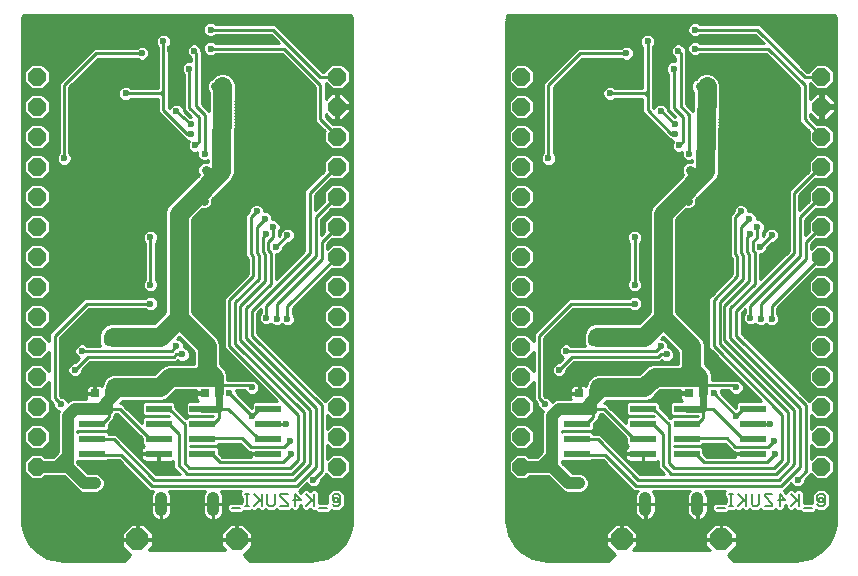
<source format=gbl>
G75*
%MOIN*%
%OFA0B0*%
%FSLAX25Y25*%
%IPPOS*%
%LPD*%
%AMOC8*
5,1,8,0,0,1.08239X$1,22.5*
%
%ADD10C,0.00800*%
%ADD11OC8,0.05906*%
%ADD12R,0.08661X0.02362*%
%ADD13R,0.08661X0.02372*%
%ADD14R,0.02756X0.02756*%
%ADD15OC8,0.07480*%
%ADD16C,0.03937*%
%ADD17C,0.02362*%
%ADD18C,0.00984*%
%ADD19C,0.01575*%
%ADD20C,0.06299*%
%ADD21C,0.03150*%
%ADD22C,0.02362*%
D10*
X0150588Y0108285D02*
X0153206Y0108285D01*
X0154797Y0108939D02*
X0156106Y0108939D01*
X0155452Y0108939D02*
X0155452Y0112867D01*
X0156106Y0112867D02*
X0154797Y0112867D01*
X0157838Y0112867D02*
X0160457Y0110249D01*
X0159802Y0110903D02*
X0157838Y0108939D01*
X0160457Y0108939D02*
X0160457Y0112867D01*
X0162188Y0112867D02*
X0162188Y0109594D01*
X0162843Y0108939D01*
X0164152Y0108939D01*
X0164807Y0109594D01*
X0164807Y0112867D01*
X0166539Y0112867D02*
X0166539Y0112212D01*
X0169157Y0109594D01*
X0169157Y0108939D01*
X0166539Y0108939D01*
X0166539Y0112867D02*
X0169157Y0112867D01*
X0171543Y0112867D02*
X0173507Y0110903D01*
X0170889Y0110903D01*
X0171543Y0108939D02*
X0171543Y0112867D01*
X0175239Y0112867D02*
X0177857Y0110249D01*
X0177203Y0110903D02*
X0175239Y0108939D01*
X0177857Y0108939D02*
X0177857Y0112867D01*
X0179589Y0108285D02*
X0182208Y0108285D01*
X0183939Y0109594D02*
X0184594Y0108939D01*
X0185903Y0108939D01*
X0186558Y0109594D01*
X0186558Y0112212D01*
X0185903Y0112867D01*
X0184594Y0112867D01*
X0183939Y0112212D01*
X0183939Y0110903D01*
X0184594Y0110249D01*
X0184594Y0111558D01*
X0185903Y0111558D01*
X0185903Y0110249D01*
X0184594Y0110249D01*
X0312005Y0108285D02*
X0314624Y0108285D01*
X0316215Y0108939D02*
X0317524Y0108939D01*
X0316869Y0108939D02*
X0316869Y0112867D01*
X0316215Y0112867D02*
X0317524Y0112867D01*
X0319255Y0112867D02*
X0321874Y0110249D01*
X0321219Y0110903D02*
X0319255Y0108939D01*
X0321874Y0108939D02*
X0321874Y0112867D01*
X0323606Y0112867D02*
X0323606Y0109594D01*
X0324260Y0108939D01*
X0325570Y0108939D01*
X0326224Y0109594D01*
X0326224Y0112867D01*
X0327956Y0112867D02*
X0327956Y0112212D01*
X0330574Y0109594D01*
X0330574Y0108939D01*
X0327956Y0108939D01*
X0327956Y0112867D02*
X0330574Y0112867D01*
X0332961Y0112867D02*
X0332961Y0108939D01*
X0332306Y0110903D02*
X0334925Y0110903D01*
X0332961Y0112867D01*
X0336656Y0112867D02*
X0339275Y0110249D01*
X0338620Y0110903D02*
X0336656Y0108939D01*
X0339275Y0108939D02*
X0339275Y0112867D01*
X0341006Y0108285D02*
X0343625Y0108285D01*
X0345357Y0109594D02*
X0346011Y0108939D01*
X0347320Y0108939D01*
X0347975Y0109594D01*
X0347975Y0112212D01*
X0347320Y0112867D01*
X0346011Y0112867D01*
X0345357Y0112212D01*
X0345357Y0110903D01*
X0346011Y0110249D01*
X0346011Y0111558D01*
X0347320Y0111558D01*
X0347320Y0110249D01*
X0346011Y0110249D01*
D11*
X0346847Y0121886D03*
X0346847Y0131886D03*
X0346847Y0141886D03*
X0346847Y0151886D03*
X0346847Y0161886D03*
X0346847Y0171886D03*
X0346847Y0181886D03*
X0346847Y0191886D03*
X0346847Y0201886D03*
X0346847Y0211886D03*
X0346847Y0221886D03*
X0346847Y0231886D03*
X0346847Y0241886D03*
X0346847Y0251886D03*
X0246847Y0251886D03*
X0246847Y0241886D03*
X0246847Y0231886D03*
X0246847Y0221886D03*
X0246847Y0211886D03*
X0246847Y0201886D03*
X0246847Y0191886D03*
X0246847Y0181886D03*
X0246847Y0171886D03*
X0246847Y0161886D03*
X0246847Y0151886D03*
X0246847Y0141886D03*
X0246847Y0131886D03*
X0246847Y0121886D03*
X0185430Y0121886D03*
X0185430Y0131886D03*
X0185430Y0141886D03*
X0185430Y0151886D03*
X0185430Y0161886D03*
X0185430Y0171886D03*
X0185430Y0181886D03*
X0185430Y0191886D03*
X0185430Y0201886D03*
X0185430Y0211886D03*
X0185430Y0221886D03*
X0185430Y0231886D03*
X0185430Y0241886D03*
X0185430Y0251886D03*
X0085430Y0251886D03*
X0085430Y0241886D03*
X0085430Y0231886D03*
X0085430Y0221886D03*
X0085430Y0211886D03*
X0085430Y0201886D03*
X0085430Y0191886D03*
X0085430Y0181886D03*
X0085430Y0171886D03*
X0085430Y0161886D03*
X0085430Y0151886D03*
X0085430Y0141886D03*
X0085430Y0131886D03*
X0085430Y0121886D03*
D12*
X0103934Y0126236D03*
X0103934Y0131236D03*
X0103934Y0136236D03*
X0125981Y0136236D03*
X0125981Y0141236D03*
X0125981Y0131236D03*
X0125981Y0126236D03*
X0140548Y0126236D03*
X0140548Y0131236D03*
X0140548Y0136236D03*
X0162595Y0136236D03*
X0162595Y0141236D03*
X0162595Y0131236D03*
X0162595Y0126236D03*
X0265351Y0126236D03*
X0265351Y0131236D03*
X0265351Y0136236D03*
X0287398Y0136236D03*
X0287398Y0141236D03*
X0287398Y0131236D03*
X0287398Y0126236D03*
X0301965Y0126236D03*
X0301965Y0131236D03*
X0301965Y0136236D03*
X0324012Y0136236D03*
X0324012Y0141236D03*
X0324012Y0131236D03*
X0324012Y0126236D03*
D13*
X0301965Y0141236D03*
X0265351Y0141236D03*
X0140548Y0141236D03*
X0103934Y0141236D03*
D14*
X0104721Y0146335D03*
X0109446Y0146335D03*
X0141335Y0146335D03*
X0146060Y0146335D03*
X0266138Y0146335D03*
X0270863Y0146335D03*
X0302753Y0146335D03*
X0307477Y0146335D03*
D15*
X0313383Y0097713D03*
X0280312Y0097713D03*
X0151965Y0097713D03*
X0118894Y0097713D03*
D16*
X0126768Y0107555D02*
X0126768Y0111492D01*
X0144091Y0111492D02*
X0144091Y0107555D01*
X0104721Y0116413D02*
X0101178Y0116413D01*
X0095666Y0121925D01*
X0092123Y0121925D01*
X0095666Y0125469D01*
X0095666Y0138854D01*
X0098048Y0141236D01*
X0103934Y0141236D01*
X0103934Y0141217D02*
X0106690Y0141217D01*
X0108658Y0141217D01*
X0106690Y0141217D02*
X0109446Y0143972D01*
X0111808Y0146335D01*
X0112595Y0147122D01*
X0095666Y0125469D02*
X0095666Y0121925D01*
X0092123Y0121925D02*
X0085430Y0121925D01*
X0085430Y0121886D01*
X0246847Y0121925D02*
X0253540Y0121925D01*
X0257083Y0125469D01*
X0257083Y0138854D01*
X0259465Y0141236D01*
X0265351Y0141236D01*
X0265351Y0141217D02*
X0268107Y0141217D01*
X0270075Y0141217D01*
X0268107Y0141217D02*
X0270863Y0143972D01*
X0273225Y0146335D01*
X0274012Y0147122D01*
X0257083Y0125469D02*
X0257083Y0121925D01*
X0253540Y0121925D01*
X0257083Y0121925D02*
X0262595Y0116413D01*
X0266138Y0116413D01*
X0246847Y0121886D02*
X0246847Y0121925D01*
X0288186Y0111492D02*
X0288186Y0107555D01*
X0305509Y0107555D02*
X0305509Y0111492D01*
D17*
X0301965Y0113264D03*
X0315745Y0126256D03*
X0318501Y0138854D03*
X0311020Y0146335D03*
X0311414Y0153028D03*
X0318501Y0148303D03*
X0329918Y0136098D03*
X0331099Y0130587D03*
X0331493Y0126256D03*
X0338973Y0117594D03*
X0295272Y0159327D03*
X0293304Y0162083D03*
X0295666Y0171925D03*
X0295666Y0180193D03*
X0284642Y0182555D03*
X0284642Y0176256D03*
X0275194Y0178618D03*
X0270469Y0163657D03*
X0265745Y0163657D03*
X0261808Y0160508D03*
X0259446Y0154209D03*
X0249997Y0156965D03*
X0249997Y0146728D03*
X0254721Y0142791D03*
X0249997Y0136886D03*
X0249997Y0127043D03*
X0266138Y0116413D03*
X0274406Y0135311D03*
X0281099Y0138461D03*
X0281099Y0146728D03*
X0281099Y0149878D03*
X0269288Y0155390D03*
X0249997Y0167201D03*
X0249997Y0177043D03*
X0249997Y0186886D03*
X0249997Y0196728D03*
X0249997Y0206965D03*
X0249997Y0216807D03*
X0255902Y0224681D03*
X0249997Y0226650D03*
X0249997Y0236886D03*
X0249997Y0247122D03*
X0248816Y0269563D03*
X0250784Y0271531D03*
X0252753Y0269563D03*
X0254721Y0271531D03*
X0256690Y0269563D03*
X0258658Y0271531D03*
X0260627Y0269563D03*
X0262595Y0271531D03*
X0264564Y0269563D03*
X0266532Y0271531D03*
X0268501Y0269563D03*
X0270469Y0271531D03*
X0272438Y0269563D03*
X0274406Y0271531D03*
X0276375Y0269563D03*
X0278343Y0271531D03*
X0281099Y0271531D03*
X0289367Y0268382D03*
X0293698Y0267988D03*
X0297241Y0267988D03*
X0300784Y0267988D03*
X0304721Y0267594D03*
X0304721Y0261295D03*
X0299209Y0260508D03*
X0294879Y0261295D03*
X0294879Y0264445D03*
X0298816Y0264445D03*
X0291335Y0261295D03*
X0288973Y0263657D03*
X0281886Y0259720D03*
X0283855Y0256571D03*
X0276375Y0246335D03*
X0293304Y0240429D03*
X0298028Y0236098D03*
X0298028Y0232949D03*
X0299603Y0229012D03*
X0302753Y0226256D03*
X0303146Y0220744D03*
X0311020Y0210902D03*
X0302359Y0210508D03*
X0295666Y0203815D03*
X0295666Y0198303D03*
X0295666Y0192791D03*
X0284642Y0198303D03*
X0269288Y0200272D03*
X0262989Y0198303D03*
X0260627Y0195941D03*
X0262201Y0226256D03*
X0281886Y0226256D03*
X0306296Y0248697D03*
X0309839Y0256571D03*
X0297635Y0254602D03*
X0312201Y0271531D03*
X0314957Y0271531D03*
X0317713Y0271531D03*
X0320863Y0271531D03*
X0324012Y0271531D03*
X0327162Y0271531D03*
X0329131Y0269563D03*
X0331099Y0271531D03*
X0333068Y0269563D03*
X0335036Y0271531D03*
X0337005Y0269563D03*
X0338973Y0271531D03*
X0340942Y0269563D03*
X0342910Y0271531D03*
X0344879Y0269563D03*
X0346847Y0271531D03*
X0348816Y0269563D03*
X0350784Y0271531D03*
X0320075Y0206965D03*
X0322831Y0204602D03*
X0325587Y0201846D03*
X0323225Y0199484D03*
X0326375Y0195154D03*
X0330312Y0199091D03*
X0316532Y0186886D03*
X0312989Y0183343D03*
X0309446Y0186886D03*
X0312989Y0190823D03*
X0323225Y0171531D03*
X0326768Y0171138D03*
X0330312Y0171138D03*
X0322044Y0165626D03*
X0244879Y0269563D03*
X0246847Y0271531D03*
X0242910Y0271531D03*
X0189367Y0271531D03*
X0187398Y0269563D03*
X0185430Y0271531D03*
X0183461Y0269563D03*
X0181493Y0271531D03*
X0179524Y0269563D03*
X0177556Y0271531D03*
X0175587Y0269563D03*
X0173619Y0271531D03*
X0171650Y0269563D03*
X0169682Y0271531D03*
X0167713Y0269563D03*
X0165745Y0271531D03*
X0162595Y0271531D03*
X0159446Y0271531D03*
X0156296Y0271531D03*
X0153540Y0271531D03*
X0150784Y0271531D03*
X0143304Y0267594D03*
X0139367Y0267988D03*
X0135823Y0267988D03*
X0132280Y0267988D03*
X0133461Y0264445D03*
X0133461Y0261295D03*
X0129918Y0261295D03*
X0127556Y0263657D03*
X0120469Y0259720D03*
X0122438Y0256571D03*
X0114957Y0246335D03*
X0131886Y0240429D03*
X0136611Y0236098D03*
X0136611Y0232949D03*
X0138186Y0229012D03*
X0141335Y0226256D03*
X0141729Y0220744D03*
X0149603Y0210902D03*
X0140942Y0210508D03*
X0134249Y0203815D03*
X0134249Y0198303D03*
X0134249Y0192791D03*
X0123225Y0198303D03*
X0107871Y0200272D03*
X0101572Y0198303D03*
X0099209Y0195941D03*
X0088579Y0196728D03*
X0088579Y0206965D03*
X0088579Y0216807D03*
X0094485Y0224681D03*
X0088579Y0226650D03*
X0100784Y0226256D03*
X0088579Y0236886D03*
X0088579Y0247122D03*
X0087398Y0269563D03*
X0085430Y0271531D03*
X0083461Y0269563D03*
X0081493Y0271531D03*
X0089367Y0271531D03*
X0091335Y0269563D03*
X0093304Y0271531D03*
X0095272Y0269563D03*
X0097241Y0271531D03*
X0099209Y0269563D03*
X0101178Y0271531D03*
X0103146Y0269563D03*
X0105115Y0271531D03*
X0107083Y0269563D03*
X0109052Y0271531D03*
X0111020Y0269563D03*
X0112989Y0271531D03*
X0114957Y0269563D03*
X0116926Y0271531D03*
X0119682Y0271531D03*
X0127949Y0268382D03*
X0137398Y0264445D03*
X0143304Y0261295D03*
X0137792Y0260508D03*
X0136217Y0254602D03*
X0144879Y0248697D03*
X0148422Y0256571D03*
X0120469Y0226256D03*
X0158658Y0206965D03*
X0161414Y0204602D03*
X0164170Y0201846D03*
X0161808Y0199484D03*
X0164957Y0195154D03*
X0168894Y0199091D03*
X0155115Y0186886D03*
X0151572Y0183343D03*
X0148028Y0186886D03*
X0151572Y0190823D03*
X0134249Y0180193D03*
X0134249Y0171925D03*
X0131886Y0162083D03*
X0133855Y0159327D03*
X0119682Y0149878D03*
X0119682Y0146728D03*
X0119682Y0138461D03*
X0112989Y0135311D03*
X0093304Y0142791D03*
X0088579Y0136886D03*
X0088579Y0146728D03*
X0088579Y0156965D03*
X0098028Y0154209D03*
X0100390Y0160508D03*
X0104327Y0163657D03*
X0109052Y0163657D03*
X0107871Y0155390D03*
X0088579Y0167201D03*
X0088579Y0177043D03*
X0088579Y0186886D03*
X0113776Y0178618D03*
X0123225Y0176256D03*
X0123225Y0182555D03*
X0149997Y0153028D03*
X0149603Y0146335D03*
X0157083Y0148303D03*
X0157083Y0138854D03*
X0168501Y0136098D03*
X0169682Y0130587D03*
X0170075Y0126256D03*
X0177556Y0117594D03*
X0154327Y0126256D03*
X0140548Y0113264D03*
X0104721Y0116413D03*
X0088579Y0127043D03*
X0160627Y0165626D03*
X0165351Y0171138D03*
X0168894Y0171138D03*
X0161808Y0171531D03*
D18*
X0088856Y0091569D02*
X0085763Y0093355D01*
X0083237Y0095880D01*
X0081452Y0098973D01*
X0080527Y0102423D01*
X0080410Y0104209D01*
X0080410Y0269563D01*
X0080527Y0271349D01*
X0080787Y0272319D01*
X0190072Y0272319D01*
X0190332Y0271349D01*
X0190449Y0269563D01*
X0190449Y0104209D01*
X0190332Y0102423D01*
X0189408Y0098973D01*
X0187622Y0095880D01*
X0185097Y0093355D01*
X0182004Y0091569D01*
X0178554Y0090645D01*
X0176768Y0090528D01*
X0156365Y0090528D01*
X0154272Y0092620D01*
X0157197Y0095545D01*
X0157197Y0097614D01*
X0152064Y0097614D01*
X0152064Y0097811D01*
X0157197Y0097811D01*
X0157197Y0099880D01*
X0154132Y0102945D01*
X0152064Y0102945D01*
X0152064Y0097811D01*
X0151867Y0097811D01*
X0151867Y0102945D01*
X0149798Y0102945D01*
X0146733Y0099880D01*
X0146733Y0097811D01*
X0151867Y0097811D01*
X0151867Y0097614D01*
X0146733Y0097614D01*
X0146733Y0095545D01*
X0148207Y0094071D01*
X0122652Y0094071D01*
X0124127Y0095545D01*
X0124127Y0097614D01*
X0118993Y0097614D01*
X0118993Y0097811D01*
X0124127Y0097811D01*
X0124127Y0099880D01*
X0121062Y0102945D01*
X0118993Y0102945D01*
X0118993Y0097811D01*
X0118796Y0097811D01*
X0118796Y0102945D01*
X0116727Y0102945D01*
X0113662Y0099880D01*
X0113662Y0097811D01*
X0118796Y0097811D01*
X0118796Y0097614D01*
X0113662Y0097614D01*
X0113662Y0095545D01*
X0116587Y0092620D01*
X0114495Y0090528D01*
X0094091Y0090528D01*
X0092305Y0090645D01*
X0088856Y0091569D01*
X0089675Y0091349D02*
X0115317Y0091349D01*
X0116299Y0092332D02*
X0087534Y0092332D01*
X0085832Y0093315D02*
X0115892Y0093315D01*
X0114910Y0094298D02*
X0084820Y0094298D01*
X0083837Y0095280D02*
X0113927Y0095280D01*
X0113662Y0096263D02*
X0083016Y0096263D01*
X0082449Y0097246D02*
X0113662Y0097246D01*
X0113662Y0098229D02*
X0081881Y0098229D01*
X0081388Y0099211D02*
X0113662Y0099211D01*
X0113976Y0100194D02*
X0081124Y0100194D01*
X0080861Y0101177D02*
X0114959Y0101177D01*
X0115942Y0102160D02*
X0080598Y0102160D01*
X0080480Y0103143D02*
X0190380Y0103143D01*
X0190444Y0104125D02*
X0144587Y0104125D01*
X0144432Y0104094D02*
X0145101Y0104227D01*
X0145730Y0104488D01*
X0146297Y0104867D01*
X0146779Y0105349D01*
X0147158Y0105916D01*
X0147419Y0106546D01*
X0147552Y0107214D01*
X0147552Y0109425D01*
X0144190Y0109425D01*
X0144190Y0109622D01*
X0147552Y0109622D01*
X0147552Y0111833D01*
X0147419Y0112502D01*
X0147158Y0113131D01*
X0146779Y0113698D01*
X0146623Y0113854D01*
X0153409Y0113854D01*
X0153118Y0113563D01*
X0153118Y0112171D01*
X0153772Y0111517D01*
X0153772Y0110290D01*
X0153447Y0109964D01*
X0149892Y0109964D01*
X0148908Y0108980D01*
X0148908Y0107589D01*
X0149892Y0106605D01*
X0153902Y0106605D01*
X0154557Y0107260D01*
X0156802Y0107260D01*
X0156972Y0107430D01*
X0157142Y0107260D01*
X0158534Y0107260D01*
X0159147Y0107873D01*
X0159761Y0107260D01*
X0161152Y0107260D01*
X0161650Y0107757D01*
X0162147Y0107260D01*
X0164848Y0107260D01*
X0165345Y0107757D01*
X0165843Y0107260D01*
X0169853Y0107260D01*
X0170350Y0107757D01*
X0170848Y0107260D01*
X0172239Y0107260D01*
X0173223Y0108244D01*
X0173223Y0109224D01*
X0173559Y0109224D01*
X0173559Y0108244D01*
X0174543Y0107260D01*
X0175935Y0107260D01*
X0176548Y0107873D01*
X0177162Y0107260D01*
X0178239Y0107260D01*
X0178893Y0106605D01*
X0182903Y0106605D01*
X0183728Y0107430D01*
X0183898Y0107260D01*
X0186599Y0107260D01*
X0187253Y0107914D01*
X0187253Y0107914D01*
X0188237Y0108898D01*
X0188237Y0112908D01*
X0187583Y0113563D01*
X0186599Y0114547D01*
X0183898Y0114547D01*
X0183244Y0113892D01*
X0182260Y0112908D01*
X0182260Y0109964D01*
X0179537Y0109964D01*
X0179537Y0113563D01*
X0178553Y0114547D01*
X0177162Y0114547D01*
X0176548Y0113933D01*
X0175935Y0114547D01*
X0174543Y0114547D01*
X0173559Y0113563D01*
X0173559Y0113226D01*
X0172855Y0113931D01*
X0175369Y0116445D01*
X0175470Y0116201D01*
X0176162Y0115508D01*
X0177066Y0115134D01*
X0178045Y0115134D01*
X0178950Y0115508D01*
X0179642Y0116201D01*
X0180016Y0117105D01*
X0180016Y0117550D01*
X0181899Y0119432D01*
X0183677Y0117654D01*
X0187183Y0117654D01*
X0189662Y0120133D01*
X0189662Y0123639D01*
X0187183Y0126118D01*
X0183677Y0126118D01*
X0182083Y0124525D01*
X0182083Y0129247D01*
X0183677Y0127654D01*
X0187183Y0127654D01*
X0189662Y0130133D01*
X0189662Y0133639D01*
X0187183Y0136118D01*
X0183677Y0136118D01*
X0182083Y0134525D01*
X0182083Y0139247D01*
X0183677Y0137654D01*
X0187183Y0137654D01*
X0189662Y0140133D01*
X0189662Y0143639D01*
X0187183Y0146118D01*
X0183677Y0146118D01*
X0181387Y0143828D01*
X0158855Y0166360D01*
X0158855Y0173160D01*
X0160036Y0174341D01*
X0160036Y0173240D01*
X0159722Y0172925D01*
X0159347Y0172021D01*
X0159347Y0171042D01*
X0159722Y0170138D01*
X0160414Y0169445D01*
X0161318Y0169071D01*
X0162297Y0169071D01*
X0163202Y0169445D01*
X0163383Y0169626D01*
X0163957Y0169052D01*
X0164862Y0168677D01*
X0165840Y0168677D01*
X0166745Y0169052D01*
X0167123Y0169430D01*
X0167501Y0169052D01*
X0168405Y0168677D01*
X0169384Y0168677D01*
X0170288Y0169052D01*
X0170980Y0169744D01*
X0171355Y0170648D01*
X0171355Y0171627D01*
X0170980Y0172532D01*
X0170666Y0172846D01*
X0170666Y0174735D01*
X0183631Y0187699D01*
X0183677Y0187654D01*
X0187183Y0187654D01*
X0189662Y0190133D01*
X0189662Y0193639D01*
X0187183Y0196118D01*
X0183677Y0196118D01*
X0182083Y0194525D01*
X0182083Y0195995D01*
X0183742Y0197654D01*
X0187183Y0197654D01*
X0189662Y0200133D01*
X0189662Y0203639D01*
X0187183Y0206118D01*
X0183677Y0206118D01*
X0181198Y0203639D01*
X0181198Y0200133D01*
X0181204Y0200126D01*
X0180115Y0199037D01*
X0180115Y0204262D01*
X0183591Y0207739D01*
X0183677Y0207654D01*
X0187183Y0207654D01*
X0189662Y0210133D01*
X0189662Y0213639D01*
X0187183Y0216118D01*
X0183677Y0216118D01*
X0181198Y0213639D01*
X0181198Y0210356D01*
X0178146Y0207305D01*
X0178146Y0212530D01*
X0183473Y0217857D01*
X0183677Y0217654D01*
X0187183Y0217654D01*
X0189662Y0220133D01*
X0189662Y0223639D01*
X0187183Y0226118D01*
X0183677Y0226118D01*
X0181198Y0223639D01*
X0181198Y0220592D01*
X0174603Y0213998D01*
X0174603Y0193919D01*
X0165154Y0184470D01*
X0165154Y0192693D01*
X0165447Y0192693D01*
X0166351Y0193068D01*
X0167043Y0193760D01*
X0167418Y0194664D01*
X0167418Y0195109D01*
X0168939Y0196630D01*
X0169384Y0196630D01*
X0170288Y0197005D01*
X0170980Y0197697D01*
X0171355Y0198601D01*
X0171355Y0199580D01*
X0170980Y0200484D01*
X0170288Y0201177D01*
X0169384Y0201551D01*
X0168405Y0201551D01*
X0167501Y0201177D01*
X0166808Y0200484D01*
X0166434Y0199580D01*
X0166434Y0199135D01*
X0165942Y0198643D01*
X0165942Y0200138D01*
X0166256Y0200453D01*
X0166631Y0201357D01*
X0166631Y0202336D01*
X0166256Y0203240D01*
X0165564Y0203932D01*
X0164659Y0204307D01*
X0163875Y0204307D01*
X0163875Y0205092D01*
X0163500Y0205996D01*
X0162808Y0206688D01*
X0161903Y0207063D01*
X0161119Y0207063D01*
X0161119Y0207454D01*
X0160744Y0208358D01*
X0160052Y0209051D01*
X0159148Y0209425D01*
X0158169Y0209425D01*
X0157264Y0209051D01*
X0156572Y0208358D01*
X0156198Y0207454D01*
X0156198Y0207009D01*
X0154918Y0205730D01*
X0154918Y0192057D01*
X0155705Y0191270D01*
X0155705Y0186045D01*
X0148869Y0179209D01*
X0147831Y0178171D01*
X0147831Y0161349D01*
X0148869Y0160311D01*
X0148869Y0160311D01*
X0165483Y0143697D01*
X0157734Y0143697D01*
X0156985Y0142947D01*
X0156985Y0141458D01*
X0152064Y0146380D01*
X0152064Y0146824D01*
X0151859Y0147319D01*
X0154828Y0147319D01*
X0154997Y0146909D01*
X0155689Y0146217D01*
X0156594Y0145843D01*
X0157573Y0145843D01*
X0158477Y0146217D01*
X0159169Y0146909D01*
X0159544Y0147814D01*
X0159544Y0148793D01*
X0159169Y0149697D01*
X0158477Y0150389D01*
X0157573Y0150764D01*
X0157128Y0150764D01*
X0157030Y0150862D01*
X0148914Y0150862D01*
X0148914Y0152727D01*
X0148240Y0154355D01*
X0146994Y0155601D01*
X0146552Y0156043D01*
X0146552Y0162964D01*
X0145878Y0164592D01*
X0144632Y0165838D01*
X0144632Y0165838D01*
X0137103Y0173366D01*
X0137103Y0204343D01*
X0140414Y0207654D01*
X0141509Y0207654D01*
X0142558Y0208088D01*
X0143361Y0208891D01*
X0143796Y0209940D01*
X0143796Y0211035D01*
X0146994Y0214233D01*
X0149957Y0217197D01*
X0150567Y0217790D01*
X0150579Y0217819D01*
X0150602Y0217841D01*
X0150927Y0218627D01*
X0151264Y0219408D01*
X0151264Y0219440D01*
X0151276Y0219469D01*
X0151276Y0220320D01*
X0151682Y0249516D01*
X0151030Y0251153D01*
X0149802Y0252416D01*
X0148183Y0253113D01*
X0146421Y0253138D01*
X0144784Y0252486D01*
X0143521Y0251258D01*
X0143504Y0251217D01*
X0143262Y0251117D01*
X0142459Y0250314D01*
X0142024Y0249265D01*
X0142024Y0248129D01*
X0142459Y0247080D01*
X0142784Y0246755D01*
X0142696Y0240393D01*
X0142069Y0241020D01*
X0140351Y0242738D01*
X0140351Y0260454D01*
X0140253Y0260553D01*
X0140253Y0260997D01*
X0139878Y0261902D01*
X0139186Y0262594D01*
X0138281Y0262968D01*
X0137303Y0262968D01*
X0136398Y0262594D01*
X0135706Y0261902D01*
X0135331Y0260997D01*
X0135331Y0260018D01*
X0135706Y0259114D01*
X0136398Y0258422D01*
X0136808Y0258252D01*
X0136808Y0257021D01*
X0136707Y0257063D01*
X0135728Y0257063D01*
X0134823Y0256688D01*
X0134131Y0255996D01*
X0133757Y0255092D01*
X0133757Y0254113D01*
X0134131Y0253209D01*
X0134446Y0252894D01*
X0134446Y0240876D01*
X0136763Y0238559D01*
X0136548Y0238559D01*
X0134347Y0240577D01*
X0134347Y0240919D01*
X0133972Y0241823D01*
X0133280Y0242515D01*
X0132376Y0242890D01*
X0131397Y0242890D01*
X0130493Y0242515D01*
X0129800Y0241823D01*
X0129584Y0241300D01*
X0129327Y0241557D01*
X0129327Y0261949D01*
X0129642Y0262264D01*
X0130016Y0263168D01*
X0130016Y0264147D01*
X0129642Y0265051D01*
X0128950Y0265743D01*
X0128045Y0266118D01*
X0127066Y0266118D01*
X0126162Y0265743D01*
X0125470Y0265051D01*
X0125095Y0264147D01*
X0125095Y0263168D01*
X0125470Y0262264D01*
X0125784Y0261949D01*
X0125784Y0248106D01*
X0116666Y0248106D01*
X0116351Y0248421D01*
X0115447Y0248795D01*
X0114468Y0248795D01*
X0113564Y0248421D01*
X0112871Y0247728D01*
X0112497Y0246824D01*
X0112497Y0245845D01*
X0112871Y0244941D01*
X0113564Y0244249D01*
X0114468Y0243874D01*
X0115447Y0243874D01*
X0116351Y0244249D01*
X0116666Y0244563D01*
X0125784Y0244563D01*
X0125784Y0240089D01*
X0133658Y0232215D01*
X0134696Y0231177D01*
X0134903Y0231177D01*
X0135217Y0230863D01*
X0136121Y0230488D01*
X0136182Y0230488D01*
X0136100Y0230406D01*
X0135725Y0229501D01*
X0135725Y0228522D01*
X0136100Y0227618D01*
X0136792Y0226926D01*
X0137696Y0226551D01*
X0138675Y0226551D01*
X0138875Y0226634D01*
X0138875Y0225766D01*
X0139249Y0224862D01*
X0139941Y0224170D01*
X0140846Y0223795D01*
X0141825Y0223795D01*
X0142469Y0224062D01*
X0142462Y0223530D01*
X0142297Y0223598D01*
X0141161Y0223598D01*
X0140112Y0223164D01*
X0139309Y0222361D01*
X0138875Y0221312D01*
X0138875Y0220176D01*
X0139309Y0219127D01*
X0139335Y0219102D01*
X0135218Y0214985D01*
X0128919Y0208686D01*
X0128245Y0207058D01*
X0128245Y0173366D01*
X0124540Y0169661D01*
X0109746Y0169661D01*
X0108118Y0168987D01*
X0106872Y0167741D01*
X0106198Y0166113D01*
X0106198Y0163090D01*
X0106533Y0162280D01*
X0102099Y0162280D01*
X0101784Y0162594D01*
X0100880Y0162968D01*
X0099901Y0162968D01*
X0098997Y0162594D01*
X0098304Y0161902D01*
X0097930Y0160997D01*
X0097930Y0160018D01*
X0098304Y0159114D01*
X0098997Y0158422D01*
X0099519Y0158205D01*
X0097983Y0156669D01*
X0097539Y0156669D01*
X0096634Y0156295D01*
X0095942Y0155602D01*
X0095568Y0154698D01*
X0095568Y0153719D01*
X0095942Y0152815D01*
X0096634Y0152123D01*
X0097539Y0151748D01*
X0098518Y0151748D01*
X0099422Y0152123D01*
X0100114Y0152815D01*
X0100489Y0153719D01*
X0100489Y0154164D01*
X0103093Y0156768D01*
X0131833Y0156768D01*
X0132384Y0157318D01*
X0132461Y0157241D01*
X0133366Y0156866D01*
X0134344Y0156866D01*
X0135249Y0157241D01*
X0135941Y0157933D01*
X0136316Y0158837D01*
X0136316Y0159816D01*
X0135941Y0160721D01*
X0135249Y0161413D01*
X0134347Y0161786D01*
X0134347Y0162572D01*
X0133972Y0163477D01*
X0133280Y0164169D01*
X0132376Y0164543D01*
X0131949Y0164543D01*
X0132674Y0165268D01*
X0137694Y0160248D01*
X0137694Y0156276D01*
X0129037Y0156276D01*
X0127409Y0155601D01*
X0124540Y0152732D01*
X0110533Y0152732D01*
X0108905Y0152058D01*
X0107659Y0150812D01*
X0106985Y0149184D01*
X0106985Y0148924D01*
X0106675Y0149103D01*
X0106296Y0149205D01*
X0104918Y0149205D01*
X0104918Y0146532D01*
X0104524Y0146532D01*
X0104524Y0149205D01*
X0103147Y0149205D01*
X0102767Y0149103D01*
X0102427Y0148907D01*
X0102149Y0148629D01*
X0101953Y0148289D01*
X0101851Y0147909D01*
X0101851Y0146531D01*
X0104524Y0146531D01*
X0104524Y0146138D01*
X0101851Y0146138D01*
X0101851Y0144760D01*
X0101925Y0144484D01*
X0097402Y0144484D01*
X0096208Y0143990D01*
X0095687Y0143468D01*
X0095390Y0144185D01*
X0094698Y0144877D01*
X0093793Y0145252D01*
X0093349Y0145252D01*
X0093107Y0145494D01*
X0093107Y0164892D01*
X0102699Y0174484D01*
X0121517Y0174484D01*
X0121831Y0174170D01*
X0122736Y0173795D01*
X0123715Y0173795D01*
X0124619Y0174170D01*
X0125311Y0174862D01*
X0125686Y0175766D01*
X0125686Y0176745D01*
X0125311Y0177650D01*
X0124619Y0178342D01*
X0123715Y0178717D01*
X0122736Y0178717D01*
X0121831Y0178342D01*
X0121517Y0178028D01*
X0101231Y0178028D01*
X0100194Y0176990D01*
X0090601Y0167398D01*
X0089564Y0166360D01*
X0089564Y0163737D01*
X0087183Y0166118D01*
X0083677Y0166118D01*
X0081198Y0163639D01*
X0081198Y0160133D01*
X0083677Y0157654D01*
X0087183Y0157654D01*
X0089564Y0160034D01*
X0089564Y0153737D01*
X0087183Y0156118D01*
X0083677Y0156118D01*
X0081198Y0153639D01*
X0081198Y0150133D01*
X0083677Y0147654D01*
X0087183Y0147654D01*
X0089564Y0150034D01*
X0089564Y0144026D01*
X0090601Y0142988D01*
X0090843Y0142746D01*
X0090843Y0142302D01*
X0091218Y0141398D01*
X0091910Y0140705D01*
X0092770Y0140349D01*
X0092418Y0139500D01*
X0092418Y0126814D01*
X0090777Y0125173D01*
X0088128Y0125173D01*
X0087183Y0126118D01*
X0083677Y0126118D01*
X0081198Y0123639D01*
X0081198Y0120133D01*
X0083677Y0117654D01*
X0087183Y0117654D01*
X0088206Y0118677D01*
X0094321Y0118677D01*
X0099338Y0113660D01*
X0100532Y0113165D01*
X0105367Y0113165D01*
X0106561Y0113660D01*
X0107475Y0114574D01*
X0107969Y0115767D01*
X0107969Y0117059D01*
X0107475Y0118253D01*
X0106561Y0119167D01*
X0105367Y0119661D01*
X0102523Y0119661D01*
X0098914Y0123271D01*
X0098914Y0123935D01*
X0099073Y0123776D01*
X0108794Y0123776D01*
X0109109Y0124091D01*
X0112649Y0124091D01*
X0122885Y0113854D01*
X0124237Y0113854D01*
X0124080Y0113698D01*
X0123702Y0113131D01*
X0123441Y0112502D01*
X0123308Y0111833D01*
X0123308Y0109622D01*
X0126670Y0109622D01*
X0126670Y0109425D01*
X0126867Y0109425D01*
X0126867Y0109622D01*
X0130229Y0109622D01*
X0130229Y0111833D01*
X0130096Y0112502D01*
X0129835Y0113131D01*
X0129456Y0113698D01*
X0129300Y0113854D01*
X0141559Y0113854D01*
X0141403Y0113698D01*
X0141024Y0113131D01*
X0140764Y0112502D01*
X0140631Y0111833D01*
X0140631Y0109622D01*
X0143993Y0109622D01*
X0143993Y0109425D01*
X0144190Y0109425D01*
X0144190Y0104094D01*
X0144432Y0104094D01*
X0144190Y0104125D02*
X0143993Y0104125D01*
X0143993Y0104094D02*
X0143993Y0109425D01*
X0140631Y0109425D01*
X0140631Y0107214D01*
X0140764Y0106546D01*
X0141024Y0105916D01*
X0141403Y0105349D01*
X0141885Y0104867D01*
X0142452Y0104488D01*
X0143082Y0104227D01*
X0143750Y0104094D01*
X0143993Y0104094D01*
X0143595Y0104125D02*
X0127264Y0104125D01*
X0127109Y0104094D02*
X0127778Y0104227D01*
X0128408Y0104488D01*
X0128974Y0104867D01*
X0129456Y0105349D01*
X0129835Y0105916D01*
X0130096Y0106546D01*
X0130229Y0107214D01*
X0130229Y0109425D01*
X0126867Y0109425D01*
X0126867Y0104094D01*
X0127109Y0104094D01*
X0126867Y0104125D02*
X0126670Y0104125D01*
X0126670Y0104094D02*
X0126670Y0109425D01*
X0123308Y0109425D01*
X0123308Y0107214D01*
X0123441Y0106546D01*
X0123702Y0105916D01*
X0124080Y0105349D01*
X0124562Y0104867D01*
X0125129Y0104488D01*
X0125759Y0104227D01*
X0126428Y0104094D01*
X0126670Y0104094D01*
X0126273Y0104125D02*
X0080416Y0104125D01*
X0080410Y0105108D02*
X0124321Y0105108D01*
X0123629Y0106091D02*
X0080410Y0106091D01*
X0080410Y0107074D02*
X0123336Y0107074D01*
X0123308Y0108056D02*
X0080410Y0108056D01*
X0080410Y0109039D02*
X0123308Y0109039D01*
X0123308Y0110022D02*
X0080410Y0110022D01*
X0080410Y0111005D02*
X0123308Y0111005D01*
X0123338Y0111987D02*
X0080410Y0111987D01*
X0080410Y0112970D02*
X0123635Y0112970D01*
X0122786Y0113953D02*
X0106854Y0113953D01*
X0107625Y0114936D02*
X0121804Y0114936D01*
X0120821Y0115918D02*
X0107969Y0115918D01*
X0107969Y0116901D02*
X0119838Y0116901D01*
X0118855Y0117884D02*
X0107628Y0117884D01*
X0106861Y0118867D02*
X0117873Y0118867D01*
X0116890Y0119850D02*
X0102335Y0119850D01*
X0101352Y0120832D02*
X0115907Y0120832D01*
X0114924Y0121815D02*
X0100370Y0121815D01*
X0099387Y0122798D02*
X0113941Y0122798D01*
X0112959Y0123781D02*
X0108799Y0123781D01*
X0113383Y0125862D02*
X0103934Y0125862D01*
X0103934Y0126236D01*
X0103934Y0130980D02*
X0111020Y0130980D01*
X0124406Y0117594D01*
X0171257Y0117594D01*
X0176375Y0122713D01*
X0176375Y0140823D01*
X0153146Y0164051D01*
X0153146Y0175469D01*
X0161414Y0183736D01*
X0161414Y0192791D01*
X0160627Y0193579D01*
X0160627Y0198303D01*
X0161808Y0199484D01*
X0164170Y0198303D02*
X0162595Y0196728D01*
X0162595Y0193972D01*
X0163383Y0193185D01*
X0163383Y0182949D01*
X0155115Y0174681D01*
X0155115Y0164839D01*
X0178343Y0141610D01*
X0178343Y0121925D01*
X0172044Y0115626D01*
X0123619Y0115626D01*
X0113383Y0125862D01*
X0115812Y0128694D02*
X0120878Y0128694D01*
X0120734Y0128611D02*
X0121074Y0128808D01*
X0121085Y0128811D01*
X0120371Y0129525D01*
X0120371Y0131329D01*
X0112255Y0139445D01*
X0111701Y0139445D01*
X0111532Y0139035D01*
X0111217Y0138721D01*
X0111217Y0137727D01*
X0110179Y0136689D01*
X0109544Y0136054D01*
X0109544Y0134525D01*
X0108794Y0133776D01*
X0099073Y0133776D01*
X0098914Y0133935D01*
X0098914Y0133538D01*
X0099073Y0133697D01*
X0108794Y0133697D01*
X0109544Y0132947D01*
X0109544Y0132752D01*
X0111754Y0132752D01*
X0125140Y0119366D01*
X0133121Y0119366D01*
X0130902Y0121585D01*
X0130902Y0123673D01*
X0130888Y0123665D01*
X0130508Y0123563D01*
X0126079Y0123563D01*
X0126079Y0126138D01*
X0125883Y0126138D01*
X0125883Y0123563D01*
X0121454Y0123563D01*
X0121074Y0123665D01*
X0120734Y0123861D01*
X0120456Y0124139D01*
X0120260Y0124479D01*
X0120158Y0124859D01*
X0120158Y0126138D01*
X0125882Y0126138D01*
X0125882Y0126335D01*
X0120158Y0126335D01*
X0120158Y0127614D01*
X0120260Y0127993D01*
X0120456Y0128334D01*
X0120734Y0128611D01*
X0120184Y0127712D02*
X0116795Y0127712D01*
X0117777Y0126729D02*
X0120158Y0126729D01*
X0120158Y0125746D02*
X0118760Y0125746D01*
X0119743Y0124763D02*
X0120184Y0124763D01*
X0120726Y0123781D02*
X0120874Y0123781D01*
X0121708Y0122798D02*
X0130902Y0122798D01*
X0130902Y0121815D02*
X0122691Y0121815D01*
X0123674Y0120832D02*
X0131655Y0120832D01*
X0132638Y0119850D02*
X0124657Y0119850D01*
X0125883Y0123781D02*
X0126079Y0123781D01*
X0126079Y0124763D02*
X0125883Y0124763D01*
X0125883Y0125746D02*
X0126079Y0125746D01*
X0125981Y0131236D02*
X0125981Y0131374D01*
X0122831Y0131374D01*
X0112989Y0141217D01*
X0109446Y0141217D01*
X0109446Y0140429D02*
X0109446Y0138461D01*
X0107477Y0136492D01*
X0104327Y0136492D01*
X0104072Y0136236D01*
X0103934Y0136236D01*
X0108883Y0133608D02*
X0118092Y0133608D01*
X0119074Y0132625D02*
X0111881Y0132625D01*
X0112863Y0131643D02*
X0120057Y0131643D01*
X0120371Y0130660D02*
X0113846Y0130660D01*
X0114829Y0129677D02*
X0120371Y0129677D01*
X0117109Y0134591D02*
X0109544Y0134591D01*
X0109544Y0135574D02*
X0116126Y0135574D01*
X0115143Y0136556D02*
X0110047Y0136556D01*
X0111030Y0137539D02*
X0114161Y0137539D01*
X0113178Y0138522D02*
X0111217Y0138522D01*
X0114760Y0141950D02*
X0113723Y0142988D01*
X0113055Y0142988D01*
X0113648Y0143581D01*
X0113941Y0143874D01*
X0127256Y0143874D01*
X0128884Y0144548D01*
X0130129Y0145794D01*
X0131753Y0147417D01*
X0138465Y0147417D01*
X0138465Y0146531D01*
X0141138Y0146531D01*
X0141138Y0146138D01*
X0138465Y0146138D01*
X0138465Y0144760D01*
X0138567Y0144381D01*
X0138763Y0144041D01*
X0139041Y0143763D01*
X0139147Y0143702D01*
X0135687Y0143702D01*
X0134938Y0142952D01*
X0134938Y0139520D01*
X0135687Y0138771D01*
X0140023Y0138771D01*
X0140058Y0138756D01*
X0144243Y0138756D01*
X0144184Y0138697D01*
X0135687Y0138697D01*
X0135118Y0138128D01*
X0131591Y0141655D01*
X0131591Y0142947D01*
X0130842Y0143697D01*
X0121120Y0143697D01*
X0120371Y0142947D01*
X0120371Y0139525D01*
X0121120Y0138776D01*
X0129460Y0138776D01*
X0129538Y0138697D01*
X0121120Y0138697D01*
X0120371Y0137947D01*
X0120371Y0136340D01*
X0114760Y0141950D01*
X0115241Y0141470D02*
X0120371Y0141470D01*
X0120371Y0140488D02*
X0116223Y0140488D01*
X0117206Y0139505D02*
X0120391Y0139505D01*
X0120945Y0138522D02*
X0118189Y0138522D01*
X0119172Y0137539D02*
X0120371Y0137539D01*
X0120371Y0136556D02*
X0120154Y0136556D01*
X0125981Y0136236D02*
X0129386Y0136236D01*
X0132674Y0132949D01*
X0132674Y0122319D01*
X0135430Y0119563D01*
X0170469Y0119563D01*
X0174406Y0123500D01*
X0174406Y0140035D01*
X0151572Y0162870D01*
X0151572Y0176650D01*
X0159446Y0184524D01*
X0159446Y0192398D01*
X0158658Y0193185D01*
X0158658Y0201846D01*
X0161414Y0204602D01*
X0163164Y0206333D02*
X0174603Y0206333D01*
X0174603Y0207315D02*
X0161119Y0207315D01*
X0160769Y0208298D02*
X0174603Y0208298D01*
X0174603Y0209281D02*
X0159496Y0209281D01*
X0157821Y0209281D02*
X0143523Y0209281D01*
X0143796Y0210264D02*
X0174603Y0210264D01*
X0174603Y0211246D02*
X0144007Y0211246D01*
X0144990Y0212229D02*
X0174603Y0212229D01*
X0174603Y0213212D02*
X0145972Y0213212D01*
X0146955Y0214195D02*
X0174800Y0214195D01*
X0175783Y0215178D02*
X0147938Y0215178D01*
X0148921Y0216160D02*
X0176766Y0216160D01*
X0177748Y0217143D02*
X0149904Y0217143D01*
X0150720Y0218126D02*
X0178731Y0218126D01*
X0179714Y0219109D02*
X0151135Y0219109D01*
X0151276Y0220091D02*
X0180697Y0220091D01*
X0181198Y0221074D02*
X0151287Y0221074D01*
X0151300Y0222057D02*
X0181198Y0222057D01*
X0181198Y0223040D02*
X0151314Y0223040D01*
X0151328Y0224022D02*
X0181581Y0224022D01*
X0182564Y0225005D02*
X0151341Y0225005D01*
X0151355Y0225988D02*
X0183547Y0225988D01*
X0183677Y0227654D02*
X0187183Y0227654D01*
X0189662Y0230133D01*
X0189662Y0233639D01*
X0187183Y0236118D01*
X0183979Y0236118D01*
X0181690Y0238407D01*
X0181690Y0239340D01*
X0183589Y0237441D01*
X0184938Y0237441D01*
X0184938Y0241394D01*
X0185922Y0241394D01*
X0185922Y0242378D01*
X0189875Y0242378D01*
X0189875Y0243727D01*
X0187271Y0246331D01*
X0185922Y0246331D01*
X0185922Y0242378D01*
X0184938Y0242378D01*
X0184938Y0246331D01*
X0183589Y0246331D01*
X0181690Y0244432D01*
X0181690Y0249641D01*
X0183677Y0247654D01*
X0187183Y0247654D01*
X0189662Y0250133D01*
X0189662Y0253639D01*
X0187183Y0256118D01*
X0183677Y0256118D01*
X0181198Y0253639D01*
X0181198Y0253618D01*
X0180652Y0253618D01*
X0164904Y0269366D01*
X0145012Y0269366D01*
X0144698Y0269680D01*
X0143793Y0270055D01*
X0142814Y0270055D01*
X0141910Y0269680D01*
X0141218Y0268988D01*
X0140843Y0268084D01*
X0140843Y0267105D01*
X0141218Y0266201D01*
X0141910Y0265508D01*
X0142814Y0265134D01*
X0143793Y0265134D01*
X0144698Y0265508D01*
X0145012Y0265823D01*
X0163436Y0265823D01*
X0166192Y0263067D01*
X0145012Y0263067D01*
X0144698Y0263381D01*
X0143793Y0263756D01*
X0142814Y0263756D01*
X0141910Y0263381D01*
X0141218Y0262689D01*
X0140843Y0261785D01*
X0140843Y0260806D01*
X0141218Y0259901D01*
X0141910Y0259209D01*
X0142814Y0258835D01*
X0143793Y0258835D01*
X0144698Y0259209D01*
X0145012Y0259524D01*
X0166979Y0259524D01*
X0178146Y0248357D01*
X0178146Y0236939D01*
X0181322Y0233764D01*
X0181198Y0233639D01*
X0181198Y0230133D01*
X0183677Y0227654D01*
X0183377Y0227953D02*
X0151382Y0227953D01*
X0151369Y0226971D02*
X0190449Y0226971D01*
X0190449Y0227953D02*
X0187483Y0227953D01*
X0188466Y0228936D02*
X0190449Y0228936D01*
X0190449Y0229919D02*
X0189448Y0229919D01*
X0189662Y0230902D02*
X0190449Y0230902D01*
X0190449Y0231885D02*
X0189662Y0231885D01*
X0189662Y0232867D02*
X0190449Y0232867D01*
X0190449Y0233850D02*
X0189451Y0233850D01*
X0188468Y0234833D02*
X0190449Y0234833D01*
X0190449Y0235816D02*
X0187485Y0235816D01*
X0187271Y0237441D02*
X0189875Y0240045D01*
X0189875Y0241394D01*
X0185922Y0241394D01*
X0185922Y0237441D01*
X0187271Y0237441D01*
X0187611Y0237781D02*
X0190449Y0237781D01*
X0190449Y0236798D02*
X0183298Y0236798D01*
X0183248Y0237781D02*
X0182316Y0237781D01*
X0182266Y0238764D02*
X0181690Y0238764D01*
X0179918Y0237673D02*
X0185430Y0232161D01*
X0185430Y0231886D01*
X0181198Y0231885D02*
X0151437Y0231885D01*
X0151451Y0232867D02*
X0181198Y0232867D01*
X0181236Y0233850D02*
X0151464Y0233850D01*
X0151478Y0234833D02*
X0180253Y0234833D01*
X0179270Y0235816D02*
X0151491Y0235816D01*
X0151505Y0236798D02*
X0178287Y0236798D01*
X0178146Y0237781D02*
X0151519Y0237781D01*
X0151532Y0238764D02*
X0178146Y0238764D01*
X0178146Y0239747D02*
X0151546Y0239747D01*
X0151560Y0240729D02*
X0178146Y0240729D01*
X0178146Y0241712D02*
X0151573Y0241712D01*
X0151587Y0242695D02*
X0178146Y0242695D01*
X0178146Y0243678D02*
X0151601Y0243678D01*
X0151614Y0244660D02*
X0178146Y0244660D01*
X0178146Y0245643D02*
X0151628Y0245643D01*
X0151642Y0246626D02*
X0178146Y0246626D01*
X0178146Y0247609D02*
X0151655Y0247609D01*
X0151669Y0248591D02*
X0177912Y0248591D01*
X0176929Y0249574D02*
X0151659Y0249574D01*
X0151267Y0250557D02*
X0175946Y0250557D01*
X0174963Y0251540D02*
X0150654Y0251540D01*
X0149555Y0252523D02*
X0173980Y0252523D01*
X0172998Y0253505D02*
X0140351Y0253505D01*
X0140351Y0252523D02*
X0144876Y0252523D01*
X0143811Y0251540D02*
X0140351Y0251540D01*
X0140351Y0250557D02*
X0142702Y0250557D01*
X0142153Y0249574D02*
X0140351Y0249574D01*
X0140351Y0248591D02*
X0142024Y0248591D01*
X0142240Y0247609D02*
X0140351Y0247609D01*
X0140351Y0246626D02*
X0142782Y0246626D01*
X0142769Y0245643D02*
X0140351Y0245643D01*
X0140351Y0244660D02*
X0142755Y0244660D01*
X0142742Y0243678D02*
X0140351Y0243678D01*
X0140394Y0242695D02*
X0142728Y0242695D01*
X0142714Y0241712D02*
X0141377Y0241712D01*
X0142359Y0240729D02*
X0142701Y0240729D01*
X0141335Y0239248D02*
X0141335Y0226256D01*
X0140297Y0224022D02*
X0096875Y0224022D01*
X0096946Y0224192D02*
X0096946Y0225171D01*
X0096571Y0226075D01*
X0096257Y0226389D01*
X0096257Y0248357D01*
X0105849Y0257949D01*
X0118761Y0257949D01*
X0119075Y0257634D01*
X0119980Y0257260D01*
X0120959Y0257260D01*
X0121863Y0257634D01*
X0122555Y0258327D01*
X0122930Y0259231D01*
X0122930Y0260210D01*
X0122555Y0261114D01*
X0121863Y0261806D01*
X0120959Y0262181D01*
X0119980Y0262181D01*
X0119075Y0261806D01*
X0118761Y0261492D01*
X0104381Y0261492D01*
X0103343Y0260454D01*
X0092713Y0249824D01*
X0092713Y0226389D01*
X0092399Y0226075D01*
X0092024Y0225171D01*
X0092024Y0224192D01*
X0092399Y0223287D01*
X0093091Y0222595D01*
X0093995Y0222220D01*
X0094974Y0222220D01*
X0095879Y0222595D01*
X0096571Y0223287D01*
X0096946Y0224192D01*
X0096946Y0225005D02*
X0139190Y0225005D01*
X0138875Y0225988D02*
X0096607Y0225988D01*
X0096257Y0226971D02*
X0136747Y0226971D01*
X0135961Y0227953D02*
X0096257Y0227953D01*
X0096257Y0228936D02*
X0135725Y0228936D01*
X0135898Y0229919D02*
X0096257Y0229919D01*
X0096257Y0230902D02*
X0135178Y0230902D01*
X0133989Y0231885D02*
X0096257Y0231885D01*
X0096257Y0232867D02*
X0133006Y0232867D01*
X0132023Y0233850D02*
X0096257Y0233850D01*
X0096257Y0234833D02*
X0131040Y0234833D01*
X0130058Y0235816D02*
X0096257Y0235816D01*
X0096257Y0236798D02*
X0129075Y0236798D01*
X0128092Y0237781D02*
X0096257Y0237781D01*
X0096257Y0238764D02*
X0127109Y0238764D01*
X0126126Y0239747D02*
X0096257Y0239747D01*
X0096257Y0240729D02*
X0125784Y0240729D01*
X0125784Y0241712D02*
X0096257Y0241712D01*
X0096257Y0242695D02*
X0125784Y0242695D01*
X0125784Y0243678D02*
X0096257Y0243678D01*
X0096257Y0244660D02*
X0113152Y0244660D01*
X0112580Y0245643D02*
X0096257Y0245643D01*
X0096257Y0246626D02*
X0112497Y0246626D01*
X0112822Y0247609D02*
X0096257Y0247609D01*
X0096491Y0248591D02*
X0113976Y0248591D01*
X0115939Y0248591D02*
X0125784Y0248591D01*
X0125784Y0249574D02*
X0097474Y0249574D01*
X0098457Y0250557D02*
X0125784Y0250557D01*
X0125784Y0251540D02*
X0099440Y0251540D01*
X0100422Y0252523D02*
X0125784Y0252523D01*
X0125784Y0253505D02*
X0101405Y0253505D01*
X0102388Y0254488D02*
X0125784Y0254488D01*
X0125784Y0255471D02*
X0103371Y0255471D01*
X0104353Y0256454D02*
X0125784Y0256454D01*
X0125784Y0257436D02*
X0121385Y0257436D01*
X0122593Y0258419D02*
X0125784Y0258419D01*
X0125784Y0259402D02*
X0122930Y0259402D01*
X0122857Y0260385D02*
X0125784Y0260385D01*
X0125784Y0261367D02*
X0122302Y0261367D01*
X0120469Y0259720D02*
X0105115Y0259720D01*
X0094485Y0249091D01*
X0094485Y0224681D01*
X0096323Y0223040D02*
X0139988Y0223040D01*
X0139183Y0222057D02*
X0089662Y0222057D01*
X0089662Y0223040D02*
X0092646Y0223040D01*
X0092094Y0224022D02*
X0089279Y0224022D01*
X0089662Y0223639D02*
X0087183Y0226118D01*
X0083677Y0226118D01*
X0081198Y0223639D01*
X0081198Y0220133D01*
X0083677Y0217654D01*
X0087183Y0217654D01*
X0089662Y0220133D01*
X0089662Y0223639D01*
X0088296Y0225005D02*
X0092024Y0225005D01*
X0092363Y0225988D02*
X0087313Y0225988D01*
X0087183Y0227654D02*
X0089662Y0230133D01*
X0089662Y0233639D01*
X0087183Y0236118D01*
X0083677Y0236118D01*
X0081198Y0233639D01*
X0081198Y0230133D01*
X0083677Y0227654D01*
X0087183Y0227654D01*
X0087483Y0227953D02*
X0092713Y0227953D01*
X0092713Y0226971D02*
X0080410Y0226971D01*
X0080410Y0227953D02*
X0083377Y0227953D01*
X0082394Y0228936D02*
X0080410Y0228936D01*
X0080410Y0229919D02*
X0081411Y0229919D01*
X0081198Y0230902D02*
X0080410Y0230902D01*
X0080410Y0231885D02*
X0081198Y0231885D01*
X0081198Y0232867D02*
X0080410Y0232867D01*
X0080410Y0233850D02*
X0081409Y0233850D01*
X0082391Y0234833D02*
X0080410Y0234833D01*
X0080410Y0235816D02*
X0083374Y0235816D01*
X0083677Y0237654D02*
X0087183Y0237654D01*
X0089662Y0240133D01*
X0089662Y0243639D01*
X0087183Y0246118D01*
X0083677Y0246118D01*
X0081198Y0243639D01*
X0081198Y0240133D01*
X0083677Y0237654D01*
X0083549Y0237781D02*
X0080410Y0237781D01*
X0080410Y0236798D02*
X0092713Y0236798D01*
X0092713Y0235816D02*
X0087485Y0235816D01*
X0088468Y0234833D02*
X0092713Y0234833D01*
X0092713Y0233850D02*
X0089451Y0233850D01*
X0089662Y0232867D02*
X0092713Y0232867D01*
X0092713Y0231885D02*
X0089662Y0231885D01*
X0089662Y0230902D02*
X0092713Y0230902D01*
X0092713Y0229919D02*
X0089448Y0229919D01*
X0088466Y0228936D02*
X0092713Y0228936D01*
X0092713Y0237781D02*
X0087310Y0237781D01*
X0088293Y0238764D02*
X0092713Y0238764D01*
X0092713Y0239747D02*
X0089276Y0239747D01*
X0089662Y0240729D02*
X0092713Y0240729D01*
X0092713Y0241712D02*
X0089662Y0241712D01*
X0089662Y0242695D02*
X0092713Y0242695D01*
X0092713Y0243678D02*
X0089623Y0243678D01*
X0088641Y0244660D02*
X0092713Y0244660D01*
X0092713Y0245643D02*
X0087658Y0245643D01*
X0087183Y0247654D02*
X0083677Y0247654D01*
X0081198Y0250133D01*
X0081198Y0253639D01*
X0083677Y0256118D01*
X0087183Y0256118D01*
X0089662Y0253639D01*
X0089662Y0250133D01*
X0087183Y0247654D01*
X0088121Y0248591D02*
X0092713Y0248591D01*
X0092713Y0247609D02*
X0080410Y0247609D01*
X0080410Y0248591D02*
X0082739Y0248591D01*
X0081756Y0249574D02*
X0080410Y0249574D01*
X0080410Y0250557D02*
X0081198Y0250557D01*
X0081198Y0251540D02*
X0080410Y0251540D01*
X0080410Y0252523D02*
X0081198Y0252523D01*
X0081198Y0253505D02*
X0080410Y0253505D01*
X0080410Y0254488D02*
X0082047Y0254488D01*
X0083029Y0255471D02*
X0080410Y0255471D01*
X0080410Y0256454D02*
X0099342Y0256454D01*
X0098360Y0255471D02*
X0087830Y0255471D01*
X0088813Y0254488D02*
X0097377Y0254488D01*
X0096394Y0253505D02*
X0089662Y0253505D01*
X0089662Y0252523D02*
X0095411Y0252523D01*
X0094429Y0251540D02*
X0089662Y0251540D01*
X0089662Y0250557D02*
X0093446Y0250557D01*
X0092713Y0249574D02*
X0089104Y0249574D01*
X0092713Y0246626D02*
X0080410Y0246626D01*
X0080410Y0245643D02*
X0083202Y0245643D01*
X0082219Y0244660D02*
X0080410Y0244660D01*
X0080410Y0243678D02*
X0081236Y0243678D01*
X0081198Y0242695D02*
X0080410Y0242695D01*
X0080410Y0241712D02*
X0081198Y0241712D01*
X0081198Y0240729D02*
X0080410Y0240729D01*
X0080410Y0239747D02*
X0081584Y0239747D01*
X0082566Y0238764D02*
X0080410Y0238764D01*
X0080410Y0225988D02*
X0083547Y0225988D01*
X0082564Y0225005D02*
X0080410Y0225005D01*
X0080410Y0224022D02*
X0081581Y0224022D01*
X0081198Y0223040D02*
X0080410Y0223040D01*
X0080410Y0222057D02*
X0081198Y0222057D01*
X0081198Y0221074D02*
X0080410Y0221074D01*
X0080410Y0220091D02*
X0081239Y0220091D01*
X0080410Y0219109D02*
X0082222Y0219109D01*
X0083204Y0218126D02*
X0080410Y0218126D01*
X0080410Y0217143D02*
X0137376Y0217143D01*
X0136393Y0216160D02*
X0080410Y0216160D01*
X0080410Y0215178D02*
X0082736Y0215178D01*
X0083677Y0216118D02*
X0081198Y0213639D01*
X0081198Y0210133D01*
X0083677Y0207654D01*
X0087183Y0207654D01*
X0089662Y0210133D01*
X0089662Y0213639D01*
X0087183Y0216118D01*
X0083677Y0216118D01*
X0081753Y0214195D02*
X0080410Y0214195D01*
X0080410Y0213212D02*
X0081198Y0213212D01*
X0081198Y0212229D02*
X0080410Y0212229D01*
X0080410Y0211246D02*
X0081198Y0211246D01*
X0081198Y0210264D02*
X0080410Y0210264D01*
X0080410Y0209281D02*
X0082049Y0209281D01*
X0083032Y0208298D02*
X0080410Y0208298D01*
X0080410Y0207315D02*
X0128351Y0207315D01*
X0128245Y0206333D02*
X0080410Y0206333D01*
X0080410Y0205350D02*
X0082909Y0205350D01*
X0083677Y0206118D02*
X0081198Y0203639D01*
X0081198Y0200133D01*
X0083677Y0197654D01*
X0087183Y0197654D01*
X0089662Y0200133D01*
X0089662Y0203639D01*
X0087183Y0206118D01*
X0083677Y0206118D01*
X0081926Y0204367D02*
X0080410Y0204367D01*
X0080410Y0203384D02*
X0081198Y0203384D01*
X0081198Y0202402D02*
X0080410Y0202402D01*
X0080410Y0201419D02*
X0081198Y0201419D01*
X0081198Y0200436D02*
X0080410Y0200436D01*
X0080410Y0199453D02*
X0081877Y0199453D01*
X0082860Y0198471D02*
X0080410Y0198471D01*
X0080410Y0197488D02*
X0120899Y0197488D01*
X0120764Y0197814D02*
X0121139Y0196909D01*
X0121453Y0196595D01*
X0121453Y0184263D01*
X0121139Y0183949D01*
X0120764Y0183045D01*
X0120764Y0182066D01*
X0121139Y0181161D01*
X0121831Y0180469D01*
X0122736Y0180094D01*
X0123715Y0180094D01*
X0124619Y0180469D01*
X0125311Y0181161D01*
X0125686Y0182066D01*
X0125686Y0183045D01*
X0125311Y0183949D01*
X0124997Y0184263D01*
X0124997Y0196595D01*
X0125311Y0196909D01*
X0125686Y0197814D01*
X0125686Y0198793D01*
X0125311Y0199697D01*
X0124619Y0200389D01*
X0123715Y0200764D01*
X0122736Y0200764D01*
X0121831Y0200389D01*
X0121139Y0199697D01*
X0120764Y0198793D01*
X0120764Y0197814D01*
X0120764Y0198471D02*
X0088000Y0198471D01*
X0088983Y0199453D02*
X0121038Y0199453D01*
X0121945Y0200436D02*
X0089662Y0200436D01*
X0089662Y0201419D02*
X0128245Y0201419D01*
X0128245Y0202402D02*
X0089662Y0202402D01*
X0089662Y0203384D02*
X0128245Y0203384D01*
X0128245Y0204367D02*
X0088934Y0204367D01*
X0087951Y0205350D02*
X0128245Y0205350D01*
X0128758Y0208298D02*
X0087828Y0208298D01*
X0088810Y0209281D02*
X0129514Y0209281D01*
X0130497Y0210264D02*
X0089662Y0210264D01*
X0089662Y0211246D02*
X0131479Y0211246D01*
X0132462Y0212229D02*
X0089662Y0212229D01*
X0089662Y0213212D02*
X0133445Y0213212D01*
X0134428Y0214195D02*
X0089106Y0214195D01*
X0088123Y0215178D02*
X0135411Y0215178D01*
X0138359Y0218126D02*
X0087655Y0218126D01*
X0088638Y0219109D02*
X0139328Y0219109D01*
X0138910Y0220091D02*
X0089621Y0220091D01*
X0089662Y0221074D02*
X0138875Y0221074D01*
X0142373Y0224022D02*
X0142469Y0224022D01*
X0138186Y0229012D02*
X0139367Y0230193D01*
X0139367Y0238461D01*
X0136217Y0241610D01*
X0136217Y0254602D01*
X0133914Y0255471D02*
X0129327Y0255471D01*
X0129327Y0256454D02*
X0134589Y0256454D01*
X0133757Y0254488D02*
X0129327Y0254488D01*
X0129327Y0253505D02*
X0134008Y0253505D01*
X0134446Y0252523D02*
X0129327Y0252523D01*
X0129327Y0251540D02*
X0134446Y0251540D01*
X0134446Y0250557D02*
X0129327Y0250557D01*
X0129327Y0249574D02*
X0134446Y0249574D01*
X0134446Y0248591D02*
X0129327Y0248591D01*
X0129327Y0247609D02*
X0134446Y0247609D01*
X0134446Y0246626D02*
X0129327Y0246626D01*
X0129327Y0245643D02*
X0134446Y0245643D01*
X0134446Y0244660D02*
X0129327Y0244660D01*
X0129327Y0243678D02*
X0134446Y0243678D01*
X0134446Y0242695D02*
X0132846Y0242695D01*
X0134018Y0241712D02*
X0134446Y0241712D01*
X0134347Y0240729D02*
X0134593Y0240729D01*
X0135253Y0239747D02*
X0135575Y0239747D01*
X0136325Y0238764D02*
X0136558Y0238764D01*
X0136611Y0236098D02*
X0131886Y0240429D01*
X0130927Y0242695D02*
X0129327Y0242695D01*
X0129327Y0241712D02*
X0129755Y0241712D01*
X0127556Y0240823D02*
X0127556Y0245547D01*
X0126768Y0246335D01*
X0127556Y0247122D01*
X0127556Y0245547D01*
X0126768Y0246335D02*
X0114957Y0246335D01*
X0127556Y0247122D02*
X0127556Y0263657D01*
X0129395Y0265298D02*
X0142417Y0265298D01*
X0141184Y0266281D02*
X0080410Y0266281D01*
X0080410Y0265298D02*
X0125717Y0265298D01*
X0125165Y0264316D02*
X0080410Y0264316D01*
X0080410Y0263333D02*
X0125095Y0263333D01*
X0125434Y0262350D02*
X0080410Y0262350D01*
X0080410Y0261367D02*
X0104256Y0261367D01*
X0103274Y0260385D02*
X0080410Y0260385D01*
X0080410Y0259402D02*
X0102291Y0259402D01*
X0101308Y0258419D02*
X0080410Y0258419D01*
X0080410Y0257436D02*
X0100325Y0257436D01*
X0105336Y0257436D02*
X0119554Y0257436D01*
X0129327Y0257436D02*
X0136808Y0257436D01*
X0136405Y0258419D02*
X0129327Y0258419D01*
X0129327Y0259402D02*
X0135587Y0259402D01*
X0135331Y0260385D02*
X0129327Y0260385D01*
X0129327Y0261367D02*
X0135485Y0261367D01*
X0136154Y0262350D02*
X0129678Y0262350D01*
X0130016Y0263333D02*
X0141862Y0263333D01*
X0141077Y0262350D02*
X0139430Y0262350D01*
X0140099Y0261367D02*
X0140843Y0261367D01*
X0141018Y0260385D02*
X0140351Y0260385D01*
X0140351Y0259402D02*
X0141717Y0259402D01*
X0140351Y0258419D02*
X0168084Y0258419D01*
X0169067Y0257436D02*
X0140351Y0257436D01*
X0140351Y0256454D02*
X0170049Y0256454D01*
X0171032Y0255471D02*
X0140351Y0255471D01*
X0140351Y0254488D02*
X0172015Y0254488D01*
X0175851Y0258419D02*
X0190449Y0258419D01*
X0190449Y0257436D02*
X0176834Y0257436D01*
X0177816Y0256454D02*
X0190449Y0256454D01*
X0190449Y0255471D02*
X0187830Y0255471D01*
X0188813Y0254488D02*
X0190449Y0254488D01*
X0190449Y0253505D02*
X0189662Y0253505D01*
X0189662Y0252523D02*
X0190449Y0252523D01*
X0190449Y0251540D02*
X0189662Y0251540D01*
X0189662Y0250557D02*
X0190449Y0250557D01*
X0190449Y0249574D02*
X0189104Y0249574D01*
X0188121Y0248591D02*
X0190449Y0248591D01*
X0190449Y0247609D02*
X0181690Y0247609D01*
X0181690Y0248591D02*
X0182739Y0248591D01*
X0181756Y0249574D02*
X0181690Y0249574D01*
X0179918Y0249091D02*
X0179918Y0237673D01*
X0184938Y0237781D02*
X0185922Y0237781D01*
X0185922Y0238764D02*
X0184938Y0238764D01*
X0184938Y0239747D02*
X0185922Y0239747D01*
X0185922Y0240729D02*
X0184938Y0240729D01*
X0185922Y0241712D02*
X0190449Y0241712D01*
X0190449Y0240729D02*
X0189875Y0240729D01*
X0189577Y0239747D02*
X0190449Y0239747D01*
X0190449Y0238764D02*
X0188594Y0238764D01*
X0189875Y0242695D02*
X0190449Y0242695D01*
X0190449Y0243678D02*
X0189875Y0243678D01*
X0190449Y0244660D02*
X0188941Y0244660D01*
X0187958Y0245643D02*
X0190449Y0245643D01*
X0190449Y0246626D02*
X0181690Y0246626D01*
X0181690Y0245643D02*
X0182901Y0245643D01*
X0181918Y0244660D02*
X0181690Y0244660D01*
X0184938Y0244660D02*
X0185922Y0244660D01*
X0185922Y0243678D02*
X0184938Y0243678D01*
X0184938Y0242695D02*
X0185922Y0242695D01*
X0185922Y0245643D02*
X0184938Y0245643D01*
X0179918Y0249091D02*
X0167713Y0261295D01*
X0143304Y0261295D01*
X0144890Y0259402D02*
X0167101Y0259402D01*
X0165926Y0263333D02*
X0144746Y0263333D01*
X0144191Y0265298D02*
X0163960Y0265298D01*
X0164943Y0264316D02*
X0129946Y0264316D01*
X0137792Y0260508D02*
X0138579Y0259720D01*
X0138579Y0242004D01*
X0141335Y0239248D01*
X0136611Y0232949D02*
X0135430Y0232949D01*
X0127556Y0240823D01*
X0151423Y0230902D02*
X0181198Y0230902D01*
X0181411Y0229919D02*
X0151410Y0229919D01*
X0151396Y0228936D02*
X0182394Y0228936D01*
X0187313Y0225988D02*
X0190449Y0225988D01*
X0190449Y0225005D02*
X0188296Y0225005D01*
X0189279Y0224022D02*
X0190449Y0224022D01*
X0190449Y0223040D02*
X0189662Y0223040D01*
X0189662Y0222057D02*
X0190449Y0222057D01*
X0190449Y0221074D02*
X0189662Y0221074D01*
X0189621Y0220091D02*
X0190449Y0220091D01*
X0190449Y0219109D02*
X0188638Y0219109D01*
X0187655Y0218126D02*
X0190449Y0218126D01*
X0190449Y0217143D02*
X0182759Y0217143D01*
X0181777Y0216160D02*
X0190449Y0216160D01*
X0190449Y0215178D02*
X0188123Y0215178D01*
X0189106Y0214195D02*
X0190449Y0214195D01*
X0190449Y0213212D02*
X0189662Y0213212D01*
X0189662Y0212229D02*
X0190449Y0212229D01*
X0190449Y0211246D02*
X0189662Y0211246D01*
X0189662Y0210264D02*
X0190449Y0210264D01*
X0190449Y0209281D02*
X0188810Y0209281D01*
X0187828Y0208298D02*
X0190449Y0208298D01*
X0190449Y0207315D02*
X0183168Y0207315D01*
X0182185Y0206333D02*
X0190449Y0206333D01*
X0190449Y0205350D02*
X0187951Y0205350D01*
X0188934Y0204367D02*
X0190449Y0204367D01*
X0190449Y0203384D02*
X0189662Y0203384D01*
X0189662Y0202402D02*
X0190449Y0202402D01*
X0190449Y0201419D02*
X0189662Y0201419D01*
X0189662Y0200436D02*
X0190449Y0200436D01*
X0190449Y0199453D02*
X0188983Y0199453D01*
X0188000Y0198471D02*
X0190449Y0198471D01*
X0190449Y0197488D02*
X0183577Y0197488D01*
X0182594Y0196505D02*
X0190449Y0196505D01*
X0190449Y0195522D02*
X0187779Y0195522D01*
X0188761Y0194540D02*
X0190449Y0194540D01*
X0190449Y0193557D02*
X0189662Y0193557D01*
X0189662Y0192574D02*
X0190449Y0192574D01*
X0190449Y0191591D02*
X0189662Y0191591D01*
X0189662Y0190608D02*
X0190449Y0190608D01*
X0190449Y0189626D02*
X0189155Y0189626D01*
X0188172Y0188643D02*
X0190449Y0188643D01*
X0190449Y0187660D02*
X0187189Y0187660D01*
X0187183Y0186118D02*
X0183677Y0186118D01*
X0181198Y0183639D01*
X0181198Y0180133D01*
X0183677Y0177654D01*
X0187183Y0177654D01*
X0189662Y0180133D01*
X0189662Y0183639D01*
X0187183Y0186118D01*
X0187606Y0185695D02*
X0190449Y0185695D01*
X0190449Y0186677D02*
X0182609Y0186677D01*
X0183253Y0185695D02*
X0181626Y0185695D01*
X0182270Y0184712D02*
X0180643Y0184712D01*
X0181288Y0183729D02*
X0179660Y0183729D01*
X0178678Y0182746D02*
X0181198Y0182746D01*
X0181198Y0181764D02*
X0177695Y0181764D01*
X0176712Y0180781D02*
X0181198Y0180781D01*
X0181532Y0179798D02*
X0175729Y0179798D01*
X0174747Y0178815D02*
X0182515Y0178815D01*
X0183498Y0177833D02*
X0173764Y0177833D01*
X0172781Y0176850D02*
X0190449Y0176850D01*
X0190449Y0177833D02*
X0187362Y0177833D01*
X0188345Y0178815D02*
X0190449Y0178815D01*
X0190449Y0179798D02*
X0189327Y0179798D01*
X0189662Y0180781D02*
X0190449Y0180781D01*
X0190449Y0181764D02*
X0189662Y0181764D01*
X0189662Y0182746D02*
X0190449Y0182746D01*
X0190449Y0183729D02*
X0189572Y0183729D01*
X0190449Y0184712D02*
X0188589Y0184712D01*
X0183670Y0187660D02*
X0183591Y0187660D01*
X0185036Y0191610D02*
X0168894Y0175469D01*
X0168894Y0171138D01*
X0171227Y0171936D02*
X0181198Y0171936D01*
X0181198Y0172919D02*
X0170666Y0172919D01*
X0170666Y0173901D02*
X0181460Y0173901D01*
X0181198Y0173639D02*
X0181198Y0170133D01*
X0183677Y0167654D01*
X0187183Y0167654D01*
X0189662Y0170133D01*
X0189662Y0173639D01*
X0187183Y0176118D01*
X0183677Y0176118D01*
X0181198Y0173639D01*
X0182443Y0174884D02*
X0170816Y0174884D01*
X0171798Y0175867D02*
X0183426Y0175867D01*
X0187434Y0175867D02*
X0190449Y0175867D01*
X0190449Y0174884D02*
X0188417Y0174884D01*
X0189399Y0173901D02*
X0190449Y0173901D01*
X0190449Y0172919D02*
X0189662Y0172919D01*
X0189662Y0171936D02*
X0190449Y0171936D01*
X0190449Y0170953D02*
X0189662Y0170953D01*
X0189500Y0169970D02*
X0190449Y0169970D01*
X0190449Y0168988D02*
X0188517Y0168988D01*
X0187534Y0168005D02*
X0190449Y0168005D01*
X0190449Y0167022D02*
X0158855Y0167022D01*
X0158855Y0168005D02*
X0183325Y0168005D01*
X0182343Y0168988D02*
X0170133Y0168988D01*
X0171074Y0169970D02*
X0181360Y0169970D01*
X0181198Y0170953D02*
X0171355Y0170953D01*
X0167655Y0168988D02*
X0166590Y0168988D01*
X0164112Y0168988D02*
X0158855Y0168988D01*
X0158855Y0169970D02*
X0159889Y0169970D01*
X0159384Y0170953D02*
X0158855Y0170953D01*
X0158855Y0171936D02*
X0159347Y0171936D01*
X0159719Y0172919D02*
X0158855Y0172919D01*
X0159597Y0173901D02*
X0160036Y0173901D01*
X0161808Y0175469D02*
X0161808Y0171531D01*
X0165351Y0171138D02*
X0165351Y0176256D01*
X0180312Y0191217D01*
X0180312Y0196728D01*
X0185430Y0201846D01*
X0185430Y0201886D01*
X0181198Y0201419D02*
X0180115Y0201419D01*
X0180115Y0202402D02*
X0181198Y0202402D01*
X0181198Y0203384D02*
X0180115Y0203384D01*
X0180220Y0204367D02*
X0181926Y0204367D01*
X0181202Y0205350D02*
X0182909Y0205350D01*
X0178343Y0204996D02*
X0178343Y0192004D01*
X0161808Y0175469D01*
X0157083Y0173894D02*
X0157083Y0165626D01*
X0180312Y0142398D01*
X0180312Y0120350D01*
X0177556Y0117594D01*
X0179360Y0115918D02*
X0190449Y0115918D01*
X0190449Y0114936D02*
X0173859Y0114936D01*
X0173949Y0113953D02*
X0172876Y0113953D01*
X0174842Y0115918D02*
X0175752Y0115918D01*
X0176528Y0113953D02*
X0176568Y0113953D01*
X0179147Y0113953D02*
X0183304Y0113953D01*
X0182322Y0112970D02*
X0179537Y0112970D01*
X0179537Y0111987D02*
X0182260Y0111987D01*
X0182260Y0111005D02*
X0179537Y0111005D01*
X0179537Y0110022D02*
X0182260Y0110022D01*
X0183372Y0107074D02*
X0190449Y0107074D01*
X0190449Y0108056D02*
X0187395Y0108056D01*
X0188237Y0109039D02*
X0190449Y0109039D01*
X0190449Y0110022D02*
X0188237Y0110022D01*
X0188237Y0111005D02*
X0190449Y0111005D01*
X0190449Y0111987D02*
X0188237Y0111987D01*
X0188175Y0112970D02*
X0190449Y0112970D01*
X0190449Y0113953D02*
X0187192Y0113953D01*
X0187413Y0117884D02*
X0190449Y0117884D01*
X0190449Y0118867D02*
X0188396Y0118867D01*
X0189379Y0119850D02*
X0190449Y0119850D01*
X0190449Y0120832D02*
X0189662Y0120832D01*
X0189662Y0121815D02*
X0190449Y0121815D01*
X0190449Y0122798D02*
X0189662Y0122798D01*
X0189520Y0123781D02*
X0190449Y0123781D01*
X0190449Y0124763D02*
X0188538Y0124763D01*
X0187555Y0125746D02*
X0190449Y0125746D01*
X0190449Y0126729D02*
X0182083Y0126729D01*
X0182083Y0127712D02*
X0183619Y0127712D01*
X0182636Y0128694D02*
X0182083Y0128694D01*
X0182083Y0125746D02*
X0183305Y0125746D01*
X0182322Y0124763D02*
X0182083Y0124763D01*
X0182464Y0118867D02*
X0181334Y0118867D01*
X0180351Y0117884D02*
X0183446Y0117884D01*
X0179932Y0116901D02*
X0190449Y0116901D01*
X0190449Y0106091D02*
X0147230Y0106091D01*
X0147524Y0107074D02*
X0149424Y0107074D01*
X0148908Y0108056D02*
X0147552Y0108056D01*
X0147552Y0109039D02*
X0148967Y0109039D01*
X0147552Y0110022D02*
X0153505Y0110022D01*
X0153772Y0111005D02*
X0147552Y0111005D01*
X0147521Y0111987D02*
X0153302Y0111987D01*
X0153118Y0112970D02*
X0147225Y0112970D01*
X0144190Y0109039D02*
X0143993Y0109039D01*
X0143993Y0108056D02*
X0144190Y0108056D01*
X0144190Y0107074D02*
X0143993Y0107074D01*
X0143993Y0106091D02*
X0144190Y0106091D01*
X0144190Y0105108D02*
X0143993Y0105108D01*
X0141644Y0105108D02*
X0129215Y0105108D01*
X0129908Y0106091D02*
X0140952Y0106091D01*
X0140659Y0107074D02*
X0130201Y0107074D01*
X0130229Y0108056D02*
X0140631Y0108056D01*
X0140631Y0109039D02*
X0130229Y0109039D01*
X0130229Y0110022D02*
X0140631Y0110022D01*
X0140631Y0111005D02*
X0130229Y0111005D01*
X0130198Y0111987D02*
X0140661Y0111987D01*
X0140958Y0112970D02*
X0129902Y0112970D01*
X0126867Y0109039D02*
X0126670Y0109039D01*
X0126670Y0108056D02*
X0126867Y0108056D01*
X0126867Y0107074D02*
X0126670Y0107074D01*
X0126670Y0106091D02*
X0126867Y0106091D01*
X0126867Y0105108D02*
X0126670Y0105108D01*
X0122829Y0101177D02*
X0148030Y0101177D01*
X0147047Y0100194D02*
X0123812Y0100194D01*
X0124127Y0099211D02*
X0146733Y0099211D01*
X0146733Y0098229D02*
X0124127Y0098229D01*
X0124127Y0097246D02*
X0146733Y0097246D01*
X0146733Y0096263D02*
X0124127Y0096263D01*
X0123862Y0095280D02*
X0146998Y0095280D01*
X0147981Y0094298D02*
X0122879Y0094298D01*
X0118993Y0098229D02*
X0118796Y0098229D01*
X0118796Y0099211D02*
X0118993Y0099211D01*
X0118993Y0100194D02*
X0118796Y0100194D01*
X0118796Y0101177D02*
X0118993Y0101177D01*
X0118993Y0102160D02*
X0118796Y0102160D01*
X0121847Y0102160D02*
X0149013Y0102160D01*
X0151867Y0102160D02*
X0152064Y0102160D01*
X0152064Y0101177D02*
X0151867Y0101177D01*
X0151867Y0100194D02*
X0152064Y0100194D01*
X0152064Y0099211D02*
X0151867Y0099211D01*
X0151867Y0098229D02*
X0152064Y0098229D01*
X0155900Y0101177D02*
X0189999Y0101177D01*
X0190262Y0102160D02*
X0154918Y0102160D01*
X0156883Y0100194D02*
X0189735Y0100194D01*
X0189472Y0099211D02*
X0157197Y0099211D01*
X0157197Y0098229D02*
X0188978Y0098229D01*
X0189408Y0098973D02*
X0189408Y0098973D01*
X0188411Y0097246D02*
X0157197Y0097246D01*
X0157197Y0096263D02*
X0187843Y0096263D01*
X0187023Y0095280D02*
X0156933Y0095280D01*
X0155950Y0094298D02*
X0186040Y0094298D01*
X0185028Y0093315D02*
X0154967Y0093315D01*
X0154560Y0092332D02*
X0183326Y0092332D01*
X0181184Y0091349D02*
X0155543Y0091349D01*
X0154370Y0107074D02*
X0178425Y0107074D01*
X0173747Y0108056D02*
X0173035Y0108056D01*
X0173223Y0109039D02*
X0173559Y0109039D01*
X0169682Y0121531D02*
X0172438Y0124287D01*
X0172438Y0139248D01*
X0149603Y0162083D01*
X0149603Y0177437D01*
X0157477Y0185311D01*
X0157477Y0192004D01*
X0156690Y0192791D01*
X0156690Y0204996D01*
X0158658Y0206965D01*
X0156198Y0207315D02*
X0140076Y0207315D01*
X0139093Y0206333D02*
X0155521Y0206333D01*
X0154918Y0205350D02*
X0138110Y0205350D01*
X0137128Y0204367D02*
X0154918Y0204367D01*
X0154918Y0203384D02*
X0137103Y0203384D01*
X0137103Y0202402D02*
X0154918Y0202402D01*
X0154918Y0201419D02*
X0137103Y0201419D01*
X0137103Y0200436D02*
X0154918Y0200436D01*
X0154918Y0199453D02*
X0137103Y0199453D01*
X0137103Y0198471D02*
X0154918Y0198471D01*
X0154918Y0197488D02*
X0137103Y0197488D01*
X0137103Y0196505D02*
X0154918Y0196505D01*
X0154918Y0195522D02*
X0137103Y0195522D01*
X0137103Y0194540D02*
X0154918Y0194540D01*
X0154918Y0193557D02*
X0137103Y0193557D01*
X0137103Y0192574D02*
X0154918Y0192574D01*
X0155384Y0191591D02*
X0137103Y0191591D01*
X0137103Y0190608D02*
X0155705Y0190608D01*
X0155705Y0189626D02*
X0137103Y0189626D01*
X0137103Y0188643D02*
X0155705Y0188643D01*
X0155705Y0187660D02*
X0137103Y0187660D01*
X0137103Y0186677D02*
X0155705Y0186677D01*
X0155355Y0185695D02*
X0137103Y0185695D01*
X0137103Y0184712D02*
X0154372Y0184712D01*
X0153390Y0183729D02*
X0137103Y0183729D01*
X0137103Y0182746D02*
X0152407Y0182746D01*
X0151424Y0181764D02*
X0137103Y0181764D01*
X0137103Y0180781D02*
X0150441Y0180781D01*
X0149459Y0179798D02*
X0137103Y0179798D01*
X0137103Y0178815D02*
X0148476Y0178815D01*
X0147831Y0177833D02*
X0137103Y0177833D01*
X0137103Y0176850D02*
X0147831Y0176850D01*
X0147831Y0175867D02*
X0137103Y0175867D01*
X0137103Y0174884D02*
X0147831Y0174884D01*
X0147831Y0173901D02*
X0137103Y0173901D01*
X0137550Y0172919D02*
X0147831Y0172919D01*
X0147831Y0171936D02*
X0138533Y0171936D01*
X0139516Y0170953D02*
X0147831Y0170953D01*
X0147831Y0169970D02*
X0140499Y0169970D01*
X0141481Y0168988D02*
X0147831Y0168988D01*
X0147831Y0168005D02*
X0142464Y0168005D01*
X0143447Y0167022D02*
X0147831Y0167022D01*
X0147831Y0166039D02*
X0144430Y0166039D01*
X0145412Y0165057D02*
X0147831Y0165057D01*
X0147831Y0164074D02*
X0146092Y0164074D01*
X0146499Y0163091D02*
X0147831Y0163091D01*
X0147831Y0162108D02*
X0146552Y0162108D01*
X0146552Y0161126D02*
X0148055Y0161126D01*
X0149037Y0160143D02*
X0146552Y0160143D01*
X0146552Y0159160D02*
X0150020Y0159160D01*
X0151003Y0158177D02*
X0146552Y0158177D01*
X0146552Y0157195D02*
X0151986Y0157195D01*
X0152968Y0156212D02*
X0146552Y0156212D01*
X0146994Y0155601D02*
X0146994Y0155601D01*
X0147366Y0155229D02*
X0153951Y0155229D01*
X0154934Y0154246D02*
X0148285Y0154246D01*
X0148692Y0153263D02*
X0155917Y0153263D01*
X0156900Y0152281D02*
X0148914Y0152281D01*
X0148914Y0151298D02*
X0157882Y0151298D01*
X0158551Y0150315D02*
X0158865Y0150315D01*
X0159320Y0149332D02*
X0159848Y0149332D01*
X0159544Y0148350D02*
X0160831Y0148350D01*
X0161813Y0147367D02*
X0159359Y0147367D01*
X0158644Y0146384D02*
X0162796Y0146384D01*
X0163779Y0145401D02*
X0153042Y0145401D01*
X0152064Y0146384D02*
X0155523Y0146384D01*
X0154025Y0144419D02*
X0164762Y0144419D01*
X0162595Y0141236D02*
X0162595Y0141217D01*
X0159446Y0141217D01*
X0157083Y0138854D01*
X0149603Y0146335D01*
X0146060Y0149091D02*
X0156296Y0149091D01*
X0157083Y0148303D01*
X0157473Y0143436D02*
X0155007Y0143436D01*
X0155990Y0142453D02*
X0156985Y0142453D01*
X0156973Y0141470D02*
X0156985Y0141470D01*
X0162595Y0136236D02*
X0162851Y0136236D01*
X0162989Y0136098D01*
X0168501Y0136098D01*
X0169682Y0130587D02*
X0167713Y0128618D01*
X0156690Y0128618D01*
X0153934Y0131374D01*
X0140548Y0131374D01*
X0140548Y0131236D01*
X0136414Y0128776D02*
X0145409Y0128776D01*
X0146158Y0129525D01*
X0146158Y0129602D01*
X0153200Y0129602D01*
X0154918Y0127884D01*
X0155956Y0126846D01*
X0156772Y0126846D01*
X0156772Y0126335D01*
X0162497Y0126335D01*
X0162497Y0126138D01*
X0156772Y0126138D01*
X0156772Y0125272D01*
X0147187Y0125272D01*
X0146158Y0126301D01*
X0146158Y0127947D01*
X0145409Y0128697D01*
X0136414Y0128697D01*
X0136414Y0128776D01*
X0140548Y0126236D02*
X0140922Y0126236D01*
X0140942Y0126256D01*
X0143698Y0126256D01*
X0146453Y0123500D01*
X0167320Y0123500D01*
X0170075Y0126256D01*
X0169682Y0121531D02*
X0136217Y0121531D01*
X0134642Y0123106D01*
X0134642Y0136098D01*
X0129505Y0141236D01*
X0125981Y0141236D01*
X0128570Y0144419D02*
X0138557Y0144419D01*
X0138465Y0145401D02*
X0129737Y0145401D01*
X0130719Y0146384D02*
X0141138Y0146384D01*
X0138465Y0147367D02*
X0131702Y0147367D01*
X0131103Y0143436D02*
X0135421Y0143436D01*
X0134938Y0142453D02*
X0131591Y0142453D01*
X0131776Y0141470D02*
X0134938Y0141470D01*
X0134938Y0140488D02*
X0132759Y0140488D01*
X0133741Y0139505D02*
X0134953Y0139505D01*
X0134724Y0138522D02*
X0135512Y0138522D01*
X0140548Y0136492D02*
X0144485Y0136492D01*
X0146060Y0138067D01*
X0146060Y0141217D01*
X0149209Y0141217D01*
X0159052Y0131374D01*
X0162595Y0131374D01*
X0162595Y0131236D01*
X0156772Y0126729D02*
X0146158Y0126729D01*
X0146158Y0127712D02*
X0155091Y0127712D01*
X0154108Y0128694D02*
X0145411Y0128694D01*
X0146713Y0125746D02*
X0156772Y0125746D01*
X0140548Y0136236D02*
X0140548Y0136492D01*
X0120859Y0143436D02*
X0113502Y0143436D01*
X0113648Y0143581D02*
X0113648Y0143581D01*
X0114258Y0142453D02*
X0120371Y0142453D01*
X0125071Y0153263D02*
X0100300Y0153263D01*
X0100571Y0154246D02*
X0126054Y0154246D01*
X0127037Y0155229D02*
X0101554Y0155229D01*
X0102537Y0156212D02*
X0128883Y0156212D01*
X0131099Y0158539D02*
X0131886Y0159327D01*
X0133855Y0159327D01*
X0135536Y0161126D02*
X0136816Y0161126D01*
X0136180Y0160143D02*
X0137694Y0160143D01*
X0137694Y0159160D02*
X0136316Y0159160D01*
X0136042Y0158177D02*
X0137694Y0158177D01*
X0137694Y0157195D02*
X0135137Y0157195D01*
X0132573Y0157195D02*
X0132260Y0157195D01*
X0131099Y0158539D02*
X0102359Y0158539D01*
X0098028Y0154209D01*
X0095756Y0153263D02*
X0093107Y0153263D01*
X0093107Y0152281D02*
X0096476Y0152281D01*
X0095568Y0154246D02*
X0093107Y0154246D01*
X0093107Y0155229D02*
X0095787Y0155229D01*
X0096551Y0156212D02*
X0093107Y0156212D01*
X0093107Y0157195D02*
X0098509Y0157195D01*
X0099491Y0158177D02*
X0093107Y0158177D01*
X0093107Y0159160D02*
X0098285Y0159160D01*
X0097930Y0160143D02*
X0093107Y0160143D01*
X0093107Y0161126D02*
X0097983Y0161126D01*
X0098511Y0162108D02*
X0093107Y0162108D01*
X0093107Y0163091D02*
X0106198Y0163091D01*
X0106198Y0164074D02*
X0093107Y0164074D01*
X0093271Y0165057D02*
X0106198Y0165057D01*
X0106198Y0166039D02*
X0094254Y0166039D01*
X0095237Y0167022D02*
X0106574Y0167022D01*
X0107136Y0168005D02*
X0096220Y0168005D01*
X0097202Y0168988D02*
X0108119Y0168988D01*
X0102116Y0173901D02*
X0122479Y0173901D01*
X0123971Y0173901D02*
X0128245Y0173901D01*
X0128245Y0174884D02*
X0125320Y0174884D01*
X0125686Y0175867D02*
X0128245Y0175867D01*
X0128245Y0176850D02*
X0125642Y0176850D01*
X0125128Y0177833D02*
X0128245Y0177833D01*
X0128245Y0178815D02*
X0088345Y0178815D01*
X0089327Y0179798D02*
X0128245Y0179798D01*
X0128245Y0180781D02*
X0124931Y0180781D01*
X0125561Y0181764D02*
X0128245Y0181764D01*
X0128245Y0182746D02*
X0125686Y0182746D01*
X0125402Y0183729D02*
X0128245Y0183729D01*
X0128245Y0184712D02*
X0124997Y0184712D01*
X0124997Y0185695D02*
X0128245Y0185695D01*
X0128245Y0186677D02*
X0124997Y0186677D01*
X0124997Y0187660D02*
X0128245Y0187660D01*
X0128245Y0188643D02*
X0124997Y0188643D01*
X0124997Y0189626D02*
X0128245Y0189626D01*
X0128245Y0190608D02*
X0124997Y0190608D01*
X0124997Y0191591D02*
X0128245Y0191591D01*
X0128245Y0192574D02*
X0124997Y0192574D01*
X0124997Y0193557D02*
X0128245Y0193557D01*
X0128245Y0194540D02*
X0124997Y0194540D01*
X0124997Y0195522D02*
X0128245Y0195522D01*
X0128245Y0196505D02*
X0124997Y0196505D01*
X0125551Y0197488D02*
X0128245Y0197488D01*
X0128245Y0198471D02*
X0125686Y0198471D01*
X0125412Y0199453D02*
X0128245Y0199453D01*
X0128245Y0200436D02*
X0124506Y0200436D01*
X0123225Y0198303D02*
X0123225Y0182555D01*
X0121519Y0180781D02*
X0089662Y0180781D01*
X0089662Y0180133D02*
X0087183Y0177654D01*
X0083677Y0177654D01*
X0081198Y0180133D01*
X0081198Y0183639D01*
X0083677Y0186118D01*
X0087183Y0186118D01*
X0089662Y0183639D01*
X0089662Y0180133D01*
X0089662Y0181764D02*
X0120890Y0181764D01*
X0120764Y0182746D02*
X0089662Y0182746D01*
X0089572Y0183729D02*
X0121048Y0183729D01*
X0121453Y0184712D02*
X0088589Y0184712D01*
X0087606Y0185695D02*
X0121453Y0185695D01*
X0121453Y0186677D02*
X0080410Y0186677D01*
X0080410Y0185695D02*
X0083253Y0185695D01*
X0082270Y0184712D02*
X0080410Y0184712D01*
X0080410Y0183729D02*
X0081288Y0183729D01*
X0081198Y0182746D02*
X0080410Y0182746D01*
X0080410Y0181764D02*
X0081198Y0181764D01*
X0081198Y0180781D02*
X0080410Y0180781D01*
X0080410Y0179798D02*
X0081532Y0179798D01*
X0082515Y0178815D02*
X0080410Y0178815D01*
X0080410Y0177833D02*
X0083498Y0177833D01*
X0083677Y0176118D02*
X0081198Y0173639D01*
X0081198Y0170133D01*
X0083677Y0167654D01*
X0087183Y0167654D01*
X0089662Y0170133D01*
X0089662Y0173639D01*
X0087183Y0176118D01*
X0083677Y0176118D01*
X0083426Y0175867D02*
X0080410Y0175867D01*
X0080410Y0174884D02*
X0082443Y0174884D01*
X0081460Y0173901D02*
X0080410Y0173901D01*
X0080410Y0172919D02*
X0081198Y0172919D01*
X0081198Y0171936D02*
X0080410Y0171936D01*
X0080410Y0170953D02*
X0081198Y0170953D01*
X0081360Y0169970D02*
X0080410Y0169970D01*
X0080410Y0168988D02*
X0082343Y0168988D01*
X0083325Y0168005D02*
X0080410Y0168005D01*
X0080410Y0167022D02*
X0090226Y0167022D01*
X0089564Y0166039D02*
X0087262Y0166039D01*
X0088244Y0165057D02*
X0089564Y0165057D01*
X0089564Y0164074D02*
X0089227Y0164074D01*
X0091335Y0165626D02*
X0091335Y0144760D01*
X0093304Y0142791D01*
X0092436Y0140488D02*
X0089662Y0140488D01*
X0089662Y0140133D02*
X0087183Y0137654D01*
X0083677Y0137654D01*
X0081198Y0140133D01*
X0081198Y0143639D01*
X0083677Y0146118D01*
X0087183Y0146118D01*
X0089662Y0143639D01*
X0089662Y0140133D01*
X0089034Y0139505D02*
X0092420Y0139505D01*
X0092418Y0138522D02*
X0088051Y0138522D01*
X0087183Y0136118D02*
X0083677Y0136118D01*
X0081198Y0133639D01*
X0081198Y0130133D01*
X0083677Y0127654D01*
X0087183Y0127654D01*
X0089662Y0130133D01*
X0089662Y0133639D01*
X0087183Y0136118D01*
X0087727Y0135574D02*
X0092418Y0135574D01*
X0092418Y0136556D02*
X0080410Y0136556D01*
X0080410Y0135574D02*
X0083132Y0135574D01*
X0082150Y0134591D02*
X0080410Y0134591D01*
X0080410Y0133608D02*
X0081198Y0133608D01*
X0081198Y0132625D02*
X0080410Y0132625D01*
X0080410Y0131643D02*
X0081198Y0131643D01*
X0081198Y0130660D02*
X0080410Y0130660D01*
X0080410Y0129677D02*
X0081653Y0129677D01*
X0082636Y0128694D02*
X0080410Y0128694D01*
X0080410Y0127712D02*
X0083619Y0127712D01*
X0083305Y0125746D02*
X0080410Y0125746D01*
X0080410Y0124763D02*
X0082322Y0124763D01*
X0081339Y0123781D02*
X0080410Y0123781D01*
X0080410Y0122798D02*
X0081198Y0122798D01*
X0081198Y0121815D02*
X0080410Y0121815D01*
X0080410Y0120832D02*
X0081198Y0120832D01*
X0081481Y0119850D02*
X0080410Y0119850D01*
X0080410Y0118867D02*
X0082464Y0118867D01*
X0083446Y0117884D02*
X0080410Y0117884D01*
X0080410Y0116901D02*
X0096097Y0116901D01*
X0097079Y0115918D02*
X0080410Y0115918D01*
X0080410Y0114936D02*
X0098062Y0114936D01*
X0099045Y0113953D02*
X0080410Y0113953D01*
X0087413Y0117884D02*
X0095114Y0117884D01*
X0098914Y0123781D02*
X0099068Y0123781D01*
X0092333Y0126729D02*
X0080410Y0126729D01*
X0087241Y0127712D02*
X0092418Y0127712D01*
X0092418Y0128694D02*
X0088224Y0128694D01*
X0089206Y0129677D02*
X0092418Y0129677D01*
X0092418Y0130660D02*
X0089662Y0130660D01*
X0089662Y0131643D02*
X0092418Y0131643D01*
X0092418Y0132625D02*
X0089662Y0132625D01*
X0089662Y0133608D02*
X0092418Y0133608D01*
X0092418Y0134591D02*
X0088710Y0134591D01*
X0092418Y0137539D02*
X0080410Y0137539D01*
X0080410Y0138522D02*
X0082808Y0138522D01*
X0081825Y0139505D02*
X0080410Y0139505D01*
X0080410Y0140488D02*
X0081198Y0140488D01*
X0081198Y0141470D02*
X0080410Y0141470D01*
X0080410Y0142453D02*
X0081198Y0142453D01*
X0081198Y0143436D02*
X0080410Y0143436D01*
X0080410Y0144419D02*
X0081977Y0144419D01*
X0082960Y0145401D02*
X0080410Y0145401D01*
X0080410Y0146384D02*
X0089564Y0146384D01*
X0089564Y0145401D02*
X0087900Y0145401D01*
X0088882Y0144419D02*
X0089564Y0144419D01*
X0089662Y0143436D02*
X0090154Y0143436D01*
X0089662Y0142453D02*
X0090843Y0142453D01*
X0091188Y0141470D02*
X0089662Y0141470D01*
X0093199Y0145401D02*
X0101851Y0145401D01*
X0101851Y0147367D02*
X0093107Y0147367D01*
X0093107Y0148350D02*
X0101988Y0148350D01*
X0104524Y0148350D02*
X0104918Y0148350D01*
X0104918Y0147367D02*
X0104524Y0147367D01*
X0104524Y0146384D02*
X0093107Y0146384D01*
X0095156Y0144419D02*
X0097243Y0144419D01*
X0093107Y0149332D02*
X0107046Y0149332D01*
X0107453Y0150315D02*
X0093107Y0150315D01*
X0093107Y0151298D02*
X0108145Y0151298D01*
X0109443Y0152281D02*
X0099580Y0152281D01*
X0100390Y0160508D02*
X0130312Y0160508D01*
X0131886Y0162083D01*
X0134347Y0162108D02*
X0135833Y0162108D01*
X0134851Y0163091D02*
X0134132Y0163091D01*
X0133868Y0164074D02*
X0133375Y0164074D01*
X0132885Y0165057D02*
X0132463Y0165057D01*
X0125832Y0170953D02*
X0099168Y0170953D01*
X0098185Y0169970D02*
X0124849Y0169970D01*
X0126815Y0171936D02*
X0100151Y0171936D01*
X0101134Y0172919D02*
X0127797Y0172919D01*
X0123225Y0176256D02*
X0101965Y0176256D01*
X0091335Y0165626D01*
X0091209Y0168005D02*
X0087534Y0168005D01*
X0088517Y0168988D02*
X0092191Y0168988D01*
X0093174Y0169970D02*
X0089500Y0169970D01*
X0089662Y0170953D02*
X0094157Y0170953D01*
X0095140Y0171936D02*
X0089662Y0171936D01*
X0089662Y0172919D02*
X0096123Y0172919D01*
X0097105Y0173901D02*
X0089399Y0173901D01*
X0088417Y0174884D02*
X0098088Y0174884D01*
X0099071Y0175867D02*
X0087434Y0175867D01*
X0087362Y0177833D02*
X0101036Y0177833D01*
X0100054Y0176850D02*
X0080410Y0176850D01*
X0080410Y0187660D02*
X0083670Y0187660D01*
X0083677Y0187654D02*
X0087183Y0187654D01*
X0089662Y0190133D01*
X0089662Y0193639D01*
X0087183Y0196118D01*
X0083677Y0196118D01*
X0081198Y0193639D01*
X0081198Y0190133D01*
X0083677Y0187654D01*
X0082687Y0188643D02*
X0080410Y0188643D01*
X0080410Y0189626D02*
X0081705Y0189626D01*
X0081198Y0190608D02*
X0080410Y0190608D01*
X0080410Y0191591D02*
X0081198Y0191591D01*
X0081198Y0192574D02*
X0080410Y0192574D01*
X0080410Y0193557D02*
X0081198Y0193557D01*
X0080410Y0194540D02*
X0082098Y0194540D01*
X0083081Y0195522D02*
X0080410Y0195522D01*
X0080410Y0196505D02*
X0121453Y0196505D01*
X0121453Y0195522D02*
X0087779Y0195522D01*
X0088761Y0194540D02*
X0121453Y0194540D01*
X0121453Y0193557D02*
X0089662Y0193557D01*
X0089662Y0192574D02*
X0121453Y0192574D01*
X0121453Y0191591D02*
X0089662Y0191591D01*
X0089662Y0190608D02*
X0121453Y0190608D01*
X0121453Y0189626D02*
X0089155Y0189626D01*
X0088172Y0188643D02*
X0121453Y0188643D01*
X0121453Y0187660D02*
X0087189Y0187660D01*
X0083598Y0166039D02*
X0080410Y0166039D01*
X0080410Y0165057D02*
X0082615Y0165057D01*
X0081632Y0164074D02*
X0080410Y0164074D01*
X0080410Y0163091D02*
X0081198Y0163091D01*
X0081198Y0162108D02*
X0080410Y0162108D01*
X0080410Y0161126D02*
X0081198Y0161126D01*
X0081198Y0160143D02*
X0080410Y0160143D01*
X0080410Y0159160D02*
X0082170Y0159160D01*
X0083153Y0158177D02*
X0080410Y0158177D01*
X0080410Y0157195D02*
X0089564Y0157195D01*
X0089564Y0158177D02*
X0087707Y0158177D01*
X0088689Y0159160D02*
X0089564Y0159160D01*
X0089564Y0156212D02*
X0080410Y0156212D01*
X0080410Y0155229D02*
X0082788Y0155229D01*
X0081805Y0154246D02*
X0080410Y0154246D01*
X0080410Y0153263D02*
X0081198Y0153263D01*
X0081198Y0152281D02*
X0080410Y0152281D01*
X0080410Y0151298D02*
X0081198Y0151298D01*
X0081198Y0150315D02*
X0080410Y0150315D01*
X0080410Y0149332D02*
X0081998Y0149332D01*
X0082981Y0148350D02*
X0080410Y0148350D01*
X0080410Y0147367D02*
X0089564Y0147367D01*
X0089564Y0148350D02*
X0087879Y0148350D01*
X0088862Y0149332D02*
X0089564Y0149332D01*
X0089564Y0154246D02*
X0089055Y0154246D01*
X0089564Y0155229D02*
X0088072Y0155229D01*
X0098914Y0133608D02*
X0098984Y0133608D01*
X0103934Y0131236D02*
X0103934Y0130980D01*
X0091350Y0125746D02*
X0087555Y0125746D01*
X0146538Y0105108D02*
X0190449Y0105108D01*
X0190449Y0127712D02*
X0187241Y0127712D01*
X0188224Y0128694D02*
X0190449Y0128694D01*
X0190449Y0129677D02*
X0189206Y0129677D01*
X0189662Y0130660D02*
X0190449Y0130660D01*
X0190449Y0131643D02*
X0189662Y0131643D01*
X0189662Y0132625D02*
X0190449Y0132625D01*
X0190449Y0133608D02*
X0189662Y0133608D01*
X0190449Y0134591D02*
X0188710Y0134591D01*
X0187727Y0135574D02*
X0190449Y0135574D01*
X0190449Y0136556D02*
X0182083Y0136556D01*
X0182083Y0135574D02*
X0183132Y0135574D01*
X0182150Y0134591D02*
X0182083Y0134591D01*
X0182083Y0137539D02*
X0190449Y0137539D01*
X0190449Y0138522D02*
X0188051Y0138522D01*
X0189034Y0139505D02*
X0190449Y0139505D01*
X0190449Y0140488D02*
X0189662Y0140488D01*
X0189662Y0141470D02*
X0190449Y0141470D01*
X0190449Y0142453D02*
X0189662Y0142453D01*
X0189662Y0143436D02*
X0190449Y0143436D01*
X0190449Y0144419D02*
X0188882Y0144419D01*
X0187900Y0145401D02*
X0190449Y0145401D01*
X0190449Y0146384D02*
X0178831Y0146384D01*
X0179813Y0145401D02*
X0182960Y0145401D01*
X0181977Y0144419D02*
X0180796Y0144419D01*
X0177848Y0147367D02*
X0190449Y0147367D01*
X0190449Y0148350D02*
X0187879Y0148350D01*
X0187183Y0147654D02*
X0189662Y0150133D01*
X0189662Y0153639D01*
X0187183Y0156118D01*
X0183677Y0156118D01*
X0181198Y0153639D01*
X0181198Y0150133D01*
X0183677Y0147654D01*
X0187183Y0147654D01*
X0188862Y0149332D02*
X0190449Y0149332D01*
X0190449Y0150315D02*
X0189662Y0150315D01*
X0189662Y0151298D02*
X0190449Y0151298D01*
X0190449Y0152281D02*
X0189662Y0152281D01*
X0189662Y0153263D02*
X0190449Y0153263D01*
X0190449Y0154246D02*
X0189055Y0154246D01*
X0188072Y0155229D02*
X0190449Y0155229D01*
X0190449Y0156212D02*
X0169003Y0156212D01*
X0168020Y0157195D02*
X0190449Y0157195D01*
X0190449Y0158177D02*
X0187707Y0158177D01*
X0187183Y0157654D02*
X0189662Y0160133D01*
X0189662Y0163639D01*
X0187183Y0166118D01*
X0183677Y0166118D01*
X0181198Y0163639D01*
X0181198Y0160133D01*
X0183677Y0157654D01*
X0187183Y0157654D01*
X0188689Y0159160D02*
X0190449Y0159160D01*
X0190449Y0160143D02*
X0189662Y0160143D01*
X0189662Y0161126D02*
X0190449Y0161126D01*
X0190449Y0162108D02*
X0189662Y0162108D01*
X0189662Y0163091D02*
X0190449Y0163091D01*
X0190449Y0164074D02*
X0189227Y0164074D01*
X0188244Y0165057D02*
X0190449Y0165057D01*
X0190449Y0166039D02*
X0187262Y0166039D01*
X0183598Y0166039D02*
X0159175Y0166039D01*
X0160158Y0165057D02*
X0182615Y0165057D01*
X0181632Y0164074D02*
X0161141Y0164074D01*
X0162124Y0163091D02*
X0181198Y0163091D01*
X0181198Y0162108D02*
X0163106Y0162108D01*
X0164089Y0161126D02*
X0181198Y0161126D01*
X0181198Y0160143D02*
X0165072Y0160143D01*
X0166055Y0159160D02*
X0182170Y0159160D01*
X0183153Y0158177D02*
X0167038Y0158177D01*
X0169986Y0155229D02*
X0182788Y0155229D01*
X0181805Y0154246D02*
X0170969Y0154246D01*
X0171951Y0153263D02*
X0181198Y0153263D01*
X0181198Y0152281D02*
X0172934Y0152281D01*
X0173917Y0151298D02*
X0181198Y0151298D01*
X0181198Y0150315D02*
X0174900Y0150315D01*
X0175882Y0149332D02*
X0181998Y0149332D01*
X0182981Y0148350D02*
X0176865Y0148350D01*
X0182083Y0138522D02*
X0182808Y0138522D01*
X0157083Y0173894D02*
X0176375Y0193185D01*
X0176375Y0213264D01*
X0185036Y0221925D01*
X0185390Y0221925D01*
X0185430Y0221886D01*
X0182736Y0215178D02*
X0180794Y0215178D01*
X0181753Y0214195D02*
X0179811Y0214195D01*
X0178828Y0213212D02*
X0181198Y0213212D01*
X0181198Y0212229D02*
X0178146Y0212229D01*
X0178146Y0211246D02*
X0181198Y0211246D01*
X0181105Y0210264D02*
X0178146Y0210264D01*
X0178146Y0209281D02*
X0180123Y0209281D01*
X0179140Y0208298D02*
X0178146Y0208298D01*
X0178146Y0207315D02*
X0178157Y0207315D01*
X0178343Y0204996D02*
X0185430Y0212083D01*
X0185430Y0211886D01*
X0181198Y0200436D02*
X0180115Y0200436D01*
X0180115Y0199453D02*
X0180531Y0199453D01*
X0182083Y0195522D02*
X0183081Y0195522D01*
X0182098Y0194540D02*
X0182083Y0194540D01*
X0185036Y0191610D02*
X0185154Y0191610D01*
X0185430Y0191886D01*
X0174603Y0194540D02*
X0167366Y0194540D01*
X0167832Y0195522D02*
X0174603Y0195522D01*
X0174603Y0196505D02*
X0168814Y0196505D01*
X0170771Y0197488D02*
X0174603Y0197488D01*
X0174603Y0198471D02*
X0171301Y0198471D01*
X0171355Y0199453D02*
X0174603Y0199453D01*
X0174603Y0200436D02*
X0171000Y0200436D01*
X0169703Y0201419D02*
X0174603Y0201419D01*
X0174603Y0202402D02*
X0166603Y0202402D01*
X0166631Y0201419D02*
X0168085Y0201419D01*
X0166788Y0200436D02*
X0166239Y0200436D01*
X0166434Y0199453D02*
X0165942Y0199453D01*
X0164170Y0198303D02*
X0164170Y0201846D01*
X0166112Y0203384D02*
X0174603Y0203384D01*
X0174603Y0204367D02*
X0163875Y0204367D01*
X0163768Y0205350D02*
X0174603Y0205350D01*
X0168894Y0199091D02*
X0164957Y0195154D01*
X0166840Y0193557D02*
X0174241Y0193557D01*
X0173258Y0192574D02*
X0165154Y0192574D01*
X0165154Y0191591D02*
X0172275Y0191591D01*
X0171293Y0190608D02*
X0165154Y0190608D01*
X0165154Y0189626D02*
X0170310Y0189626D01*
X0169327Y0188643D02*
X0165154Y0188643D01*
X0165154Y0187660D02*
X0168344Y0187660D01*
X0167362Y0186677D02*
X0165154Y0186677D01*
X0165154Y0185695D02*
X0166379Y0185695D01*
X0165396Y0184712D02*
X0165154Y0184712D01*
X0156547Y0208298D02*
X0142769Y0208298D01*
X0179918Y0251846D02*
X0164170Y0267594D01*
X0143304Y0267594D01*
X0141459Y0269230D02*
X0080410Y0269230D01*
X0080453Y0270212D02*
X0190407Y0270212D01*
X0190449Y0269230D02*
X0165040Y0269230D01*
X0166023Y0268247D02*
X0190449Y0268247D01*
X0190449Y0267264D02*
X0167006Y0267264D01*
X0167989Y0266281D02*
X0190449Y0266281D01*
X0190449Y0265298D02*
X0168971Y0265298D01*
X0169954Y0264316D02*
X0190449Y0264316D01*
X0190449Y0263333D02*
X0170937Y0263333D01*
X0171920Y0262350D02*
X0190449Y0262350D01*
X0190449Y0261367D02*
X0172902Y0261367D01*
X0173885Y0260385D02*
X0190449Y0260385D01*
X0190449Y0259402D02*
X0174868Y0259402D01*
X0178799Y0255471D02*
X0183029Y0255471D01*
X0182047Y0254488D02*
X0179782Y0254488D01*
X0179918Y0251846D02*
X0184642Y0251846D01*
X0184682Y0251886D01*
X0185430Y0251886D01*
X0190342Y0271195D02*
X0080517Y0271195D01*
X0080749Y0272178D02*
X0190110Y0272178D01*
X0241827Y0269563D02*
X0241944Y0271349D01*
X0242204Y0272319D01*
X0351490Y0272319D01*
X0351750Y0271349D01*
X0351867Y0269563D01*
X0351867Y0104209D01*
X0351750Y0102423D01*
X0350825Y0098973D01*
X0349040Y0095880D01*
X0346514Y0093355D01*
X0343421Y0091569D01*
X0339971Y0090645D01*
X0338186Y0090528D01*
X0317782Y0090528D01*
X0315690Y0092620D01*
X0318615Y0095545D01*
X0318615Y0097614D01*
X0313481Y0097614D01*
X0313481Y0097811D01*
X0318615Y0097811D01*
X0318615Y0099880D01*
X0315550Y0102945D01*
X0313481Y0102945D01*
X0313481Y0097811D01*
X0313284Y0097811D01*
X0313284Y0097614D01*
X0308150Y0097614D01*
X0308150Y0095545D01*
X0309625Y0094071D01*
X0284069Y0094071D01*
X0285544Y0095545D01*
X0285544Y0097614D01*
X0280410Y0097614D01*
X0280410Y0097811D01*
X0280213Y0097811D01*
X0280213Y0097614D01*
X0275079Y0097614D01*
X0275079Y0095545D01*
X0278005Y0092620D01*
X0275912Y0090528D01*
X0255509Y0090528D01*
X0253723Y0090645D01*
X0250273Y0091569D01*
X0247180Y0093355D01*
X0244655Y0095880D01*
X0242869Y0098973D01*
X0241944Y0102423D01*
X0241827Y0104209D01*
X0241827Y0269563D01*
X0241827Y0269230D02*
X0302876Y0269230D01*
X0302635Y0268988D02*
X0302260Y0268084D01*
X0302260Y0267105D01*
X0302635Y0266201D01*
X0303327Y0265508D01*
X0304232Y0265134D01*
X0305211Y0265134D01*
X0306115Y0265508D01*
X0306429Y0265823D01*
X0324853Y0265823D01*
X0327609Y0263067D01*
X0306429Y0263067D01*
X0306115Y0263381D01*
X0305211Y0263756D01*
X0304232Y0263756D01*
X0303327Y0263381D01*
X0302635Y0262689D01*
X0302260Y0261785D01*
X0302260Y0260806D01*
X0302635Y0259901D01*
X0303327Y0259209D01*
X0304232Y0258835D01*
X0305211Y0258835D01*
X0306115Y0259209D01*
X0306429Y0259524D01*
X0328397Y0259524D01*
X0339564Y0248357D01*
X0339564Y0236939D01*
X0342739Y0233764D01*
X0342615Y0233639D01*
X0342615Y0230133D01*
X0345094Y0227654D01*
X0348600Y0227654D01*
X0351079Y0230133D01*
X0351079Y0233639D01*
X0348600Y0236118D01*
X0345396Y0236118D01*
X0343107Y0238407D01*
X0343107Y0239340D01*
X0345006Y0237441D01*
X0346355Y0237441D01*
X0346355Y0241394D01*
X0347339Y0241394D01*
X0347339Y0242378D01*
X0346355Y0242378D01*
X0346355Y0246331D01*
X0345006Y0246331D01*
X0343107Y0244432D01*
X0343107Y0249641D01*
X0345094Y0247654D01*
X0348600Y0247654D01*
X0351079Y0250133D01*
X0351079Y0253639D01*
X0348600Y0256118D01*
X0345094Y0256118D01*
X0342615Y0253639D01*
X0342615Y0253618D01*
X0342069Y0253618D01*
X0326321Y0269366D01*
X0306429Y0269366D01*
X0306115Y0269680D01*
X0305211Y0270055D01*
X0304232Y0270055D01*
X0303327Y0269680D01*
X0302635Y0268988D01*
X0302328Y0268247D02*
X0241827Y0268247D01*
X0241827Y0267264D02*
X0302260Y0267264D01*
X0302602Y0266281D02*
X0241827Y0266281D01*
X0241827Y0265298D02*
X0287134Y0265298D01*
X0286887Y0265051D02*
X0287579Y0265743D01*
X0288484Y0266118D01*
X0289463Y0266118D01*
X0290367Y0265743D01*
X0291059Y0265051D01*
X0291434Y0264147D01*
X0291434Y0263168D01*
X0291059Y0262264D01*
X0290745Y0261949D01*
X0290745Y0241557D01*
X0291001Y0241300D01*
X0291218Y0241823D01*
X0291910Y0242515D01*
X0292814Y0242890D01*
X0293793Y0242890D01*
X0294698Y0242515D01*
X0295390Y0241823D01*
X0295764Y0240919D01*
X0295764Y0240577D01*
X0297966Y0238559D01*
X0298180Y0238559D01*
X0295863Y0240876D01*
X0295863Y0252894D01*
X0295548Y0253209D01*
X0295174Y0254113D01*
X0295174Y0255092D01*
X0295548Y0255996D01*
X0296241Y0256688D01*
X0297145Y0257063D01*
X0298124Y0257063D01*
X0298225Y0257021D01*
X0298225Y0258252D01*
X0297815Y0258422D01*
X0297123Y0259114D01*
X0296749Y0260018D01*
X0296749Y0260997D01*
X0297123Y0261902D01*
X0297815Y0262594D01*
X0298720Y0262968D01*
X0299699Y0262968D01*
X0300603Y0262594D01*
X0301295Y0261902D01*
X0301670Y0260997D01*
X0301670Y0260553D01*
X0301768Y0260454D01*
X0301768Y0242738D01*
X0303486Y0241020D01*
X0303486Y0241020D01*
X0304113Y0240393D01*
X0304202Y0246755D01*
X0303876Y0247080D01*
X0303442Y0248129D01*
X0303442Y0249265D01*
X0303876Y0250314D01*
X0304679Y0251117D01*
X0304921Y0251217D01*
X0304938Y0251258D01*
X0306202Y0252486D01*
X0307839Y0253138D01*
X0309601Y0253113D01*
X0311219Y0252416D01*
X0312447Y0251153D01*
X0313099Y0249516D01*
X0312694Y0220320D01*
X0312694Y0219469D01*
X0312681Y0219440D01*
X0312681Y0219408D01*
X0312345Y0218627D01*
X0312019Y0217841D01*
X0311997Y0217819D01*
X0311984Y0217790D01*
X0311374Y0217197D01*
X0308411Y0214233D01*
X0305213Y0211035D01*
X0305213Y0209940D01*
X0304779Y0208891D01*
X0303976Y0208088D01*
X0302927Y0207654D01*
X0301831Y0207654D01*
X0298520Y0204343D01*
X0298520Y0173366D01*
X0306049Y0165838D01*
X0307295Y0164592D01*
X0307969Y0162964D01*
X0307969Y0156043D01*
X0309657Y0154355D01*
X0310331Y0152727D01*
X0310331Y0150862D01*
X0318447Y0150862D01*
X0318545Y0150764D01*
X0318990Y0150764D01*
X0319894Y0150389D01*
X0320587Y0149697D01*
X0320961Y0148793D01*
X0320961Y0147814D01*
X0320587Y0146909D01*
X0319894Y0146217D01*
X0318990Y0145843D01*
X0318011Y0145843D01*
X0317107Y0146217D01*
X0316415Y0146909D01*
X0316245Y0147319D01*
X0313276Y0147319D01*
X0313481Y0146824D01*
X0313481Y0146380D01*
X0318402Y0141458D01*
X0318402Y0142947D01*
X0319152Y0143697D01*
X0326901Y0143697D01*
X0310287Y0160311D01*
X0310286Y0160311D01*
X0309249Y0161349D01*
X0309249Y0178171D01*
X0310286Y0179209D01*
X0310287Y0179209D01*
X0317123Y0186045D01*
X0317123Y0191270D01*
X0316335Y0192057D01*
X0316335Y0205730D01*
X0317615Y0207009D01*
X0317615Y0207454D01*
X0317989Y0208358D01*
X0318682Y0209051D01*
X0319586Y0209425D01*
X0320565Y0209425D01*
X0321469Y0209051D01*
X0322161Y0208358D01*
X0322536Y0207454D01*
X0322536Y0207063D01*
X0323321Y0207063D01*
X0324225Y0206688D01*
X0324917Y0205996D01*
X0325292Y0205092D01*
X0325292Y0204307D01*
X0326077Y0204307D01*
X0326981Y0203932D01*
X0327673Y0203240D01*
X0328048Y0202336D01*
X0328048Y0201357D01*
X0327673Y0200453D01*
X0327359Y0200138D01*
X0327359Y0198643D01*
X0327851Y0199135D01*
X0327851Y0199580D01*
X0328226Y0200484D01*
X0328918Y0201177D01*
X0329822Y0201551D01*
X0330801Y0201551D01*
X0331705Y0201177D01*
X0332398Y0200484D01*
X0332772Y0199580D01*
X0332772Y0198601D01*
X0332398Y0197697D01*
X0331705Y0197005D01*
X0330801Y0196630D01*
X0330357Y0196630D01*
X0328835Y0195109D01*
X0328835Y0194664D01*
X0328461Y0193760D01*
X0327768Y0193068D01*
X0326864Y0192693D01*
X0326572Y0192693D01*
X0326572Y0184470D01*
X0336020Y0193919D01*
X0336020Y0213998D01*
X0342615Y0220592D01*
X0342615Y0223639D01*
X0345094Y0226118D01*
X0348600Y0226118D01*
X0351079Y0223639D01*
X0351079Y0220133D01*
X0348600Y0217654D01*
X0345094Y0217654D01*
X0344891Y0217857D01*
X0339564Y0212530D01*
X0339564Y0207305D01*
X0342615Y0210356D01*
X0342615Y0213639D01*
X0345094Y0216118D01*
X0348600Y0216118D01*
X0351079Y0213639D01*
X0351079Y0210133D01*
X0348600Y0207654D01*
X0345094Y0207654D01*
X0345009Y0207739D01*
X0341532Y0204262D01*
X0341532Y0199037D01*
X0342621Y0200126D01*
X0342615Y0200133D01*
X0342615Y0203639D01*
X0345094Y0206118D01*
X0348600Y0206118D01*
X0351079Y0203639D01*
X0351079Y0200133D01*
X0348600Y0197654D01*
X0345160Y0197654D01*
X0343501Y0195995D01*
X0343501Y0194525D01*
X0345094Y0196118D01*
X0348600Y0196118D01*
X0351079Y0193639D01*
X0351079Y0190133D01*
X0348600Y0187654D01*
X0345094Y0187654D01*
X0345048Y0187699D01*
X0332083Y0174735D01*
X0332083Y0172846D01*
X0332398Y0172532D01*
X0332772Y0171627D01*
X0332772Y0170648D01*
X0332398Y0169744D01*
X0331705Y0169052D01*
X0330801Y0168677D01*
X0329822Y0168677D01*
X0328918Y0169052D01*
X0328540Y0169430D01*
X0328162Y0169052D01*
X0327258Y0168677D01*
X0326279Y0168677D01*
X0325375Y0169052D01*
X0324800Y0169626D01*
X0324619Y0169445D01*
X0323715Y0169071D01*
X0322736Y0169071D01*
X0321831Y0169445D01*
X0321139Y0170138D01*
X0320764Y0171042D01*
X0320764Y0172021D01*
X0321139Y0172925D01*
X0321453Y0173240D01*
X0321453Y0174341D01*
X0320272Y0173160D01*
X0320272Y0166360D01*
X0342463Y0144169D01*
X0342804Y0143828D01*
X0345094Y0146118D01*
X0348600Y0146118D01*
X0351079Y0143639D01*
X0351079Y0140133D01*
X0348600Y0137654D01*
X0345094Y0137654D01*
X0343501Y0139247D01*
X0343501Y0134525D01*
X0345094Y0136118D01*
X0348600Y0136118D01*
X0351079Y0133639D01*
X0351079Y0130133D01*
X0348600Y0127654D01*
X0345094Y0127654D01*
X0343501Y0129247D01*
X0343501Y0124525D01*
X0345094Y0126118D01*
X0348600Y0126118D01*
X0351079Y0123639D01*
X0351079Y0120133D01*
X0348600Y0117654D01*
X0345094Y0117654D01*
X0343316Y0119432D01*
X0342463Y0118579D01*
X0341434Y0117550D01*
X0341434Y0117105D01*
X0341059Y0116201D01*
X0340367Y0115508D01*
X0339463Y0115134D01*
X0338484Y0115134D01*
X0337579Y0115508D01*
X0336887Y0116201D01*
X0336786Y0116445D01*
X0334272Y0113931D01*
X0334977Y0113226D01*
X0334977Y0113563D01*
X0335960Y0114547D01*
X0337352Y0114547D01*
X0337965Y0113933D01*
X0338579Y0114547D01*
X0339970Y0114547D01*
X0340954Y0113563D01*
X0340954Y0109964D01*
X0343677Y0109964D01*
X0343677Y0112908D01*
X0344661Y0113892D01*
X0345315Y0114547D01*
X0348016Y0114547D01*
X0349000Y0113563D01*
X0349655Y0112908D01*
X0349655Y0108898D01*
X0348671Y0107914D01*
X0348016Y0107260D01*
X0345315Y0107260D01*
X0345145Y0107430D01*
X0344321Y0106605D01*
X0340311Y0106605D01*
X0339656Y0107260D01*
X0338579Y0107260D01*
X0337965Y0107873D01*
X0337352Y0107260D01*
X0335960Y0107260D01*
X0334977Y0108244D01*
X0334977Y0109224D01*
X0334640Y0109224D01*
X0334640Y0108244D01*
X0333656Y0107260D01*
X0332265Y0107260D01*
X0331767Y0107757D01*
X0331270Y0107260D01*
X0327260Y0107260D01*
X0326763Y0107757D01*
X0326265Y0107260D01*
X0323565Y0107260D01*
X0323067Y0107757D01*
X0322570Y0107260D01*
X0321178Y0107260D01*
X0320565Y0107873D01*
X0319951Y0107260D01*
X0318560Y0107260D01*
X0318390Y0107430D01*
X0318220Y0107260D01*
X0315974Y0107260D01*
X0315319Y0106605D01*
X0311310Y0106605D01*
X0310326Y0107589D01*
X0310326Y0108980D01*
X0311310Y0109964D01*
X0314864Y0109964D01*
X0315190Y0110290D01*
X0315190Y0111517D01*
X0314535Y0112171D01*
X0314535Y0113563D01*
X0314827Y0113854D01*
X0308040Y0113854D01*
X0308197Y0113698D01*
X0308575Y0113131D01*
X0308836Y0112502D01*
X0308969Y0111833D01*
X0308969Y0109622D01*
X0305607Y0109622D01*
X0305607Y0109425D01*
X0305607Y0104094D01*
X0305849Y0104094D01*
X0306518Y0104227D01*
X0307148Y0104488D01*
X0307715Y0104867D01*
X0308197Y0105349D01*
X0308575Y0105916D01*
X0308836Y0106546D01*
X0308969Y0107214D01*
X0308969Y0109425D01*
X0305607Y0109425D01*
X0305410Y0109425D01*
X0305410Y0104094D01*
X0305168Y0104094D01*
X0304499Y0104227D01*
X0303869Y0104488D01*
X0303302Y0104867D01*
X0302820Y0105349D01*
X0302442Y0105916D01*
X0302181Y0106546D01*
X0302048Y0107214D01*
X0302048Y0109425D01*
X0305410Y0109425D01*
X0305410Y0109622D01*
X0302048Y0109622D01*
X0302048Y0111833D01*
X0302181Y0112502D01*
X0302442Y0113131D01*
X0302820Y0113698D01*
X0302977Y0113854D01*
X0290718Y0113854D01*
X0290874Y0113698D01*
X0291252Y0113131D01*
X0291513Y0112502D01*
X0291646Y0111833D01*
X0291646Y0109622D01*
X0288284Y0109622D01*
X0288284Y0109425D01*
X0288284Y0104094D01*
X0288527Y0104094D01*
X0289195Y0104227D01*
X0289825Y0104488D01*
X0290392Y0104867D01*
X0290874Y0105349D01*
X0291252Y0105916D01*
X0291513Y0106546D01*
X0291646Y0107214D01*
X0291646Y0109425D01*
X0288284Y0109425D01*
X0288087Y0109425D01*
X0284725Y0109425D01*
X0284725Y0107214D01*
X0284858Y0106546D01*
X0285119Y0105916D01*
X0285498Y0105349D01*
X0285980Y0104867D01*
X0286546Y0104488D01*
X0287176Y0104227D01*
X0287845Y0104094D01*
X0288087Y0104094D01*
X0288087Y0109425D01*
X0288087Y0109622D01*
X0284725Y0109622D01*
X0284725Y0111833D01*
X0284858Y0112502D01*
X0285119Y0113131D01*
X0285498Y0113698D01*
X0285654Y0113854D01*
X0284302Y0113854D01*
X0283264Y0114892D01*
X0274066Y0124091D01*
X0270527Y0124091D01*
X0270212Y0123776D01*
X0260490Y0123776D01*
X0260331Y0123935D01*
X0260331Y0123271D01*
X0263941Y0119661D01*
X0266785Y0119661D01*
X0267978Y0119167D01*
X0268892Y0118253D01*
X0269386Y0117059D01*
X0269386Y0115767D01*
X0268892Y0114574D01*
X0267978Y0113660D01*
X0266785Y0113165D01*
X0261949Y0113165D01*
X0260755Y0113660D01*
X0255738Y0118677D01*
X0249624Y0118677D01*
X0248600Y0117654D01*
X0245094Y0117654D01*
X0242615Y0120133D01*
X0242615Y0123639D01*
X0245094Y0126118D01*
X0248600Y0126118D01*
X0249545Y0125173D01*
X0252195Y0125173D01*
X0253835Y0126814D01*
X0253835Y0139500D01*
X0254187Y0140349D01*
X0253327Y0140705D01*
X0252635Y0141398D01*
X0252260Y0142302D01*
X0252260Y0142746D01*
X0252019Y0142988D01*
X0250981Y0144026D01*
X0250981Y0150034D01*
X0248600Y0147654D01*
X0245094Y0147654D01*
X0242615Y0150133D01*
X0242615Y0153639D01*
X0245094Y0156118D01*
X0248600Y0156118D01*
X0250981Y0153737D01*
X0250981Y0160034D01*
X0248600Y0157654D01*
X0245094Y0157654D01*
X0242615Y0160133D01*
X0242615Y0163639D01*
X0245094Y0166118D01*
X0248600Y0166118D01*
X0250981Y0163737D01*
X0250981Y0166360D01*
X0252019Y0167398D01*
X0261611Y0176990D01*
X0262649Y0178028D01*
X0282934Y0178028D01*
X0283249Y0178342D01*
X0284153Y0178717D01*
X0285132Y0178717D01*
X0286036Y0178342D01*
X0286728Y0177650D01*
X0287103Y0176745D01*
X0287103Y0175766D01*
X0286728Y0174862D01*
X0286036Y0174170D01*
X0285132Y0173795D01*
X0284153Y0173795D01*
X0283249Y0174170D01*
X0282934Y0174484D01*
X0264116Y0174484D01*
X0254524Y0164892D01*
X0254524Y0145494D01*
X0254766Y0145252D01*
X0255211Y0145252D01*
X0256115Y0144877D01*
X0256807Y0144185D01*
X0257104Y0143468D01*
X0257625Y0143990D01*
X0258819Y0144484D01*
X0263342Y0144484D01*
X0263268Y0144760D01*
X0263268Y0146138D01*
X0265942Y0146138D01*
X0265942Y0146531D01*
X0263268Y0146531D01*
X0263268Y0147909D01*
X0263370Y0148289D01*
X0263566Y0148629D01*
X0263844Y0148907D01*
X0264185Y0149103D01*
X0264564Y0149205D01*
X0265942Y0149205D01*
X0265942Y0146532D01*
X0266335Y0146532D01*
X0266335Y0149205D01*
X0267713Y0149205D01*
X0268092Y0149103D01*
X0268402Y0148924D01*
X0268402Y0149184D01*
X0269077Y0150812D01*
X0270322Y0152058D01*
X0271950Y0152732D01*
X0285957Y0152732D01*
X0288826Y0155601D01*
X0290454Y0156276D01*
X0299111Y0156276D01*
X0299111Y0160248D01*
X0294091Y0165268D01*
X0293367Y0164543D01*
X0293793Y0164543D01*
X0294698Y0164169D01*
X0295390Y0163477D01*
X0295764Y0162572D01*
X0295764Y0161786D01*
X0296666Y0161413D01*
X0297358Y0160721D01*
X0297733Y0159816D01*
X0297733Y0158837D01*
X0297358Y0157933D01*
X0296666Y0157241D01*
X0295762Y0156866D01*
X0294783Y0156866D01*
X0293878Y0157241D01*
X0293801Y0157318D01*
X0293250Y0156768D01*
X0264510Y0156768D01*
X0261906Y0154164D01*
X0261906Y0153719D01*
X0261532Y0152815D01*
X0260839Y0152123D01*
X0259935Y0151748D01*
X0258956Y0151748D01*
X0258052Y0152123D01*
X0257360Y0152815D01*
X0256985Y0153719D01*
X0256985Y0154698D01*
X0257360Y0155602D01*
X0258052Y0156295D01*
X0258956Y0156669D01*
X0259401Y0156669D01*
X0260937Y0158205D01*
X0260414Y0158422D01*
X0259722Y0159114D01*
X0259347Y0160018D01*
X0259347Y0160997D01*
X0259722Y0161902D01*
X0260414Y0162594D01*
X0261318Y0162968D01*
X0262297Y0162968D01*
X0263202Y0162594D01*
X0263516Y0162280D01*
X0267950Y0162280D01*
X0267615Y0163090D01*
X0267615Y0166113D01*
X0268289Y0167741D01*
X0269535Y0168987D01*
X0271163Y0169661D01*
X0285957Y0169661D01*
X0289662Y0173366D01*
X0289662Y0207058D01*
X0290336Y0208686D01*
X0296636Y0214985D01*
X0300752Y0219102D01*
X0300727Y0219127D01*
X0300292Y0220176D01*
X0300292Y0221312D01*
X0300727Y0222361D01*
X0301529Y0223164D01*
X0302579Y0223598D01*
X0303714Y0223598D01*
X0303879Y0223530D01*
X0303886Y0224062D01*
X0303242Y0223795D01*
X0302263Y0223795D01*
X0301359Y0224170D01*
X0300667Y0224862D01*
X0300292Y0225766D01*
X0300292Y0226634D01*
X0300092Y0226551D01*
X0299114Y0226551D01*
X0298209Y0226926D01*
X0297517Y0227618D01*
X0297142Y0228522D01*
X0297142Y0229501D01*
X0297517Y0230406D01*
X0297600Y0230488D01*
X0297539Y0230488D01*
X0296634Y0230863D01*
X0296320Y0231177D01*
X0296113Y0231177D01*
X0295075Y0232215D01*
X0287201Y0240089D01*
X0287201Y0244563D01*
X0278083Y0244563D01*
X0277768Y0244249D01*
X0276864Y0243874D01*
X0275885Y0243874D01*
X0274981Y0244249D01*
X0274289Y0244941D01*
X0273914Y0245845D01*
X0273914Y0246824D01*
X0274289Y0247728D01*
X0274981Y0248421D01*
X0275885Y0248795D01*
X0276864Y0248795D01*
X0277768Y0248421D01*
X0278083Y0248106D01*
X0287201Y0248106D01*
X0287201Y0261949D01*
X0286887Y0262264D01*
X0286512Y0263168D01*
X0286512Y0264147D01*
X0286887Y0265051D01*
X0286582Y0264316D02*
X0241827Y0264316D01*
X0241827Y0263333D02*
X0286512Y0263333D01*
X0286851Y0262350D02*
X0241827Y0262350D01*
X0241827Y0261367D02*
X0265674Y0261367D01*
X0265798Y0261492D02*
X0264760Y0260454D01*
X0254131Y0249824D01*
X0254131Y0226389D01*
X0253816Y0226075D01*
X0253442Y0225171D01*
X0253442Y0224192D01*
X0253816Y0223287D01*
X0254508Y0222595D01*
X0255413Y0222220D01*
X0256392Y0222220D01*
X0257296Y0222595D01*
X0257988Y0223287D01*
X0258363Y0224192D01*
X0258363Y0225171D01*
X0257988Y0226075D01*
X0257674Y0226389D01*
X0257674Y0248357D01*
X0267266Y0257949D01*
X0280178Y0257949D01*
X0280493Y0257634D01*
X0281397Y0257260D01*
X0282376Y0257260D01*
X0283280Y0257634D01*
X0283972Y0258327D01*
X0284347Y0259231D01*
X0284347Y0260210D01*
X0283972Y0261114D01*
X0283280Y0261806D01*
X0282376Y0262181D01*
X0281397Y0262181D01*
X0280493Y0261806D01*
X0280178Y0261492D01*
X0265798Y0261492D01*
X0264691Y0260385D02*
X0241827Y0260385D01*
X0241827Y0259402D02*
X0263708Y0259402D01*
X0262725Y0258419D02*
X0241827Y0258419D01*
X0241827Y0257436D02*
X0261743Y0257436D01*
X0260760Y0256454D02*
X0241827Y0256454D01*
X0241827Y0255471D02*
X0244447Y0255471D01*
X0245094Y0256118D02*
X0242615Y0253639D01*
X0242615Y0250133D01*
X0245094Y0247654D01*
X0248600Y0247654D01*
X0251079Y0250133D01*
X0251079Y0253639D01*
X0248600Y0256118D01*
X0245094Y0256118D01*
X0243464Y0254488D02*
X0241827Y0254488D01*
X0241827Y0253505D02*
X0242615Y0253505D01*
X0242615Y0252523D02*
X0241827Y0252523D01*
X0241827Y0251540D02*
X0242615Y0251540D01*
X0242615Y0250557D02*
X0241827Y0250557D01*
X0241827Y0249574D02*
X0243173Y0249574D01*
X0244156Y0248591D02*
X0241827Y0248591D01*
X0241827Y0247609D02*
X0254131Y0247609D01*
X0254131Y0248591D02*
X0249538Y0248591D01*
X0250521Y0249574D02*
X0254131Y0249574D01*
X0254863Y0250557D02*
X0251079Y0250557D01*
X0251079Y0251540D02*
X0255846Y0251540D01*
X0256829Y0252523D02*
X0251079Y0252523D01*
X0251079Y0253505D02*
X0257812Y0253505D01*
X0258794Y0254488D02*
X0250230Y0254488D01*
X0249247Y0255471D02*
X0259777Y0255471D01*
X0261840Y0252523D02*
X0287201Y0252523D01*
X0287201Y0253505D02*
X0262822Y0253505D01*
X0263805Y0254488D02*
X0287201Y0254488D01*
X0287201Y0255471D02*
X0264788Y0255471D01*
X0265771Y0256454D02*
X0287201Y0256454D01*
X0287201Y0257436D02*
X0282802Y0257436D01*
X0284011Y0258419D02*
X0287201Y0258419D01*
X0287201Y0259402D02*
X0284347Y0259402D01*
X0284275Y0260385D02*
X0287201Y0260385D01*
X0287201Y0261367D02*
X0283719Y0261367D01*
X0281886Y0259720D02*
X0266532Y0259720D01*
X0255902Y0249091D01*
X0255902Y0224681D01*
X0254064Y0223040D02*
X0251079Y0223040D01*
X0251079Y0223639D02*
X0248600Y0226118D01*
X0245094Y0226118D01*
X0242615Y0223639D01*
X0242615Y0220133D01*
X0245094Y0217654D01*
X0248600Y0217654D01*
X0251079Y0220133D01*
X0251079Y0223639D01*
X0250696Y0224022D02*
X0253512Y0224022D01*
X0253442Y0225005D02*
X0249713Y0225005D01*
X0248730Y0225988D02*
X0253780Y0225988D01*
X0254131Y0226971D02*
X0241827Y0226971D01*
X0241827Y0227953D02*
X0244794Y0227953D01*
X0245094Y0227654D02*
X0248600Y0227654D01*
X0251079Y0230133D01*
X0251079Y0233639D01*
X0248600Y0236118D01*
X0245094Y0236118D01*
X0242615Y0233639D01*
X0242615Y0230133D01*
X0245094Y0227654D01*
X0244964Y0225988D02*
X0241827Y0225988D01*
X0241827Y0225005D02*
X0243981Y0225005D01*
X0242998Y0224022D02*
X0241827Y0224022D01*
X0241827Y0223040D02*
X0242615Y0223040D01*
X0242615Y0222057D02*
X0241827Y0222057D01*
X0241827Y0221074D02*
X0242615Y0221074D01*
X0242656Y0220091D02*
X0241827Y0220091D01*
X0241827Y0219109D02*
X0243639Y0219109D01*
X0244622Y0218126D02*
X0241827Y0218126D01*
X0241827Y0217143D02*
X0298793Y0217143D01*
X0297811Y0216160D02*
X0241827Y0216160D01*
X0241827Y0215178D02*
X0244153Y0215178D01*
X0245094Y0216118D02*
X0242615Y0213639D01*
X0242615Y0210133D01*
X0245094Y0207654D01*
X0248600Y0207654D01*
X0251079Y0210133D01*
X0251079Y0213639D01*
X0248600Y0216118D01*
X0245094Y0216118D01*
X0243171Y0214195D02*
X0241827Y0214195D01*
X0241827Y0213212D02*
X0242615Y0213212D01*
X0242615Y0212229D02*
X0241827Y0212229D01*
X0241827Y0211246D02*
X0242615Y0211246D01*
X0242615Y0210264D02*
X0241827Y0210264D01*
X0241827Y0209281D02*
X0243467Y0209281D01*
X0244449Y0208298D02*
X0241827Y0208298D01*
X0241827Y0207315D02*
X0289769Y0207315D01*
X0289662Y0206333D02*
X0241827Y0206333D01*
X0241827Y0205350D02*
X0244326Y0205350D01*
X0245094Y0206118D02*
X0242615Y0203639D01*
X0242615Y0200133D01*
X0245094Y0197654D01*
X0248600Y0197654D01*
X0251079Y0200133D01*
X0251079Y0203639D01*
X0248600Y0206118D01*
X0245094Y0206118D01*
X0243343Y0204367D02*
X0241827Y0204367D01*
X0241827Y0203384D02*
X0242615Y0203384D01*
X0242615Y0202402D02*
X0241827Y0202402D01*
X0241827Y0201419D02*
X0242615Y0201419D01*
X0242615Y0200436D02*
X0241827Y0200436D01*
X0241827Y0199453D02*
X0243294Y0199453D01*
X0244277Y0198471D02*
X0241827Y0198471D01*
X0241827Y0197488D02*
X0282317Y0197488D01*
X0282182Y0197814D02*
X0282556Y0196909D01*
X0282871Y0196595D01*
X0282871Y0184263D01*
X0282556Y0183949D01*
X0282182Y0183045D01*
X0282182Y0182066D01*
X0282556Y0181161D01*
X0283249Y0180469D01*
X0284153Y0180094D01*
X0285132Y0180094D01*
X0286036Y0180469D01*
X0286728Y0181161D01*
X0287103Y0182066D01*
X0287103Y0183045D01*
X0286728Y0183949D01*
X0286414Y0184263D01*
X0286414Y0196595D01*
X0286728Y0196909D01*
X0287103Y0197814D01*
X0287103Y0198793D01*
X0286728Y0199697D01*
X0286036Y0200389D01*
X0285132Y0200764D01*
X0284153Y0200764D01*
X0283249Y0200389D01*
X0282556Y0199697D01*
X0282182Y0198793D01*
X0282182Y0197814D01*
X0282182Y0198471D02*
X0249417Y0198471D01*
X0250400Y0199453D02*
X0282455Y0199453D01*
X0283362Y0200436D02*
X0251079Y0200436D01*
X0251079Y0201419D02*
X0289662Y0201419D01*
X0289662Y0202402D02*
X0251079Y0202402D01*
X0251079Y0203384D02*
X0289662Y0203384D01*
X0289662Y0204367D02*
X0250351Y0204367D01*
X0249368Y0205350D02*
X0289662Y0205350D01*
X0290176Y0208298D02*
X0249245Y0208298D01*
X0250228Y0209281D02*
X0290931Y0209281D01*
X0291914Y0210264D02*
X0251079Y0210264D01*
X0251079Y0211246D02*
X0292897Y0211246D01*
X0293880Y0212229D02*
X0251079Y0212229D01*
X0251079Y0213212D02*
X0294862Y0213212D01*
X0295845Y0214195D02*
X0250523Y0214195D01*
X0249541Y0215178D02*
X0296828Y0215178D01*
X0299776Y0218126D02*
X0249072Y0218126D01*
X0250055Y0219109D02*
X0300745Y0219109D01*
X0300327Y0220091D02*
X0251038Y0220091D01*
X0251079Y0221074D02*
X0300292Y0221074D01*
X0300601Y0222057D02*
X0251079Y0222057D01*
X0248900Y0227953D02*
X0254131Y0227953D01*
X0254131Y0228936D02*
X0249883Y0228936D01*
X0250866Y0229919D02*
X0254131Y0229919D01*
X0254131Y0230902D02*
X0251079Y0230902D01*
X0251079Y0231885D02*
X0254131Y0231885D01*
X0254131Y0232867D02*
X0251079Y0232867D01*
X0250868Y0233850D02*
X0254131Y0233850D01*
X0254131Y0234833D02*
X0249885Y0234833D01*
X0248903Y0235816D02*
X0254131Y0235816D01*
X0254131Y0236798D02*
X0241827Y0236798D01*
X0241827Y0235816D02*
X0244792Y0235816D01*
X0243809Y0234833D02*
X0241827Y0234833D01*
X0241827Y0233850D02*
X0242826Y0233850D01*
X0242615Y0232867D02*
X0241827Y0232867D01*
X0241827Y0231885D02*
X0242615Y0231885D01*
X0242615Y0230902D02*
X0241827Y0230902D01*
X0241827Y0229919D02*
X0242829Y0229919D01*
X0243811Y0228936D02*
X0241827Y0228936D01*
X0241827Y0237781D02*
X0244966Y0237781D01*
X0245094Y0237654D02*
X0248600Y0237654D01*
X0251079Y0240133D01*
X0251079Y0243639D01*
X0248600Y0246118D01*
X0245094Y0246118D01*
X0242615Y0243639D01*
X0242615Y0240133D01*
X0245094Y0237654D01*
X0243984Y0238764D02*
X0241827Y0238764D01*
X0241827Y0239747D02*
X0243001Y0239747D01*
X0242615Y0240729D02*
X0241827Y0240729D01*
X0241827Y0241712D02*
X0242615Y0241712D01*
X0242615Y0242695D02*
X0241827Y0242695D01*
X0241827Y0243678D02*
X0242654Y0243678D01*
X0241827Y0244660D02*
X0243636Y0244660D01*
X0244619Y0245643D02*
X0241827Y0245643D01*
X0241827Y0246626D02*
X0254131Y0246626D01*
X0254131Y0245643D02*
X0249075Y0245643D01*
X0250058Y0244660D02*
X0254131Y0244660D01*
X0254131Y0243678D02*
X0251041Y0243678D01*
X0251079Y0242695D02*
X0254131Y0242695D01*
X0254131Y0241712D02*
X0251079Y0241712D01*
X0251079Y0240729D02*
X0254131Y0240729D01*
X0254131Y0239747D02*
X0250693Y0239747D01*
X0249710Y0238764D02*
X0254131Y0238764D01*
X0254131Y0237781D02*
X0248728Y0237781D01*
X0257674Y0237781D02*
X0289509Y0237781D01*
X0288527Y0238764D02*
X0257674Y0238764D01*
X0257674Y0239747D02*
X0287544Y0239747D01*
X0287201Y0240729D02*
X0257674Y0240729D01*
X0257674Y0241712D02*
X0287201Y0241712D01*
X0287201Y0242695D02*
X0257674Y0242695D01*
X0257674Y0243678D02*
X0287201Y0243678D01*
X0288973Y0245547D02*
X0288186Y0246335D01*
X0288973Y0247122D01*
X0288973Y0245547D01*
X0288973Y0240823D01*
X0296847Y0232949D01*
X0298028Y0232949D01*
X0296595Y0230902D02*
X0257674Y0230902D01*
X0257674Y0231885D02*
X0295406Y0231885D01*
X0294423Y0232867D02*
X0257674Y0232867D01*
X0257674Y0233850D02*
X0293440Y0233850D01*
X0292458Y0234833D02*
X0257674Y0234833D01*
X0257674Y0235816D02*
X0291475Y0235816D01*
X0290492Y0236798D02*
X0257674Y0236798D01*
X0257674Y0229919D02*
X0297315Y0229919D01*
X0297142Y0228936D02*
X0257674Y0228936D01*
X0257674Y0227953D02*
X0297378Y0227953D01*
X0298164Y0226971D02*
X0257674Y0226971D01*
X0258024Y0225988D02*
X0300292Y0225988D01*
X0300607Y0225005D02*
X0258363Y0225005D01*
X0258293Y0224022D02*
X0301715Y0224022D01*
X0301405Y0223040D02*
X0257741Y0223040D01*
X0257674Y0244660D02*
X0274569Y0244660D01*
X0273998Y0245643D02*
X0257674Y0245643D01*
X0257674Y0246626D02*
X0273914Y0246626D01*
X0274239Y0247609D02*
X0257674Y0247609D01*
X0257909Y0248591D02*
X0275393Y0248591D01*
X0277356Y0248591D02*
X0287201Y0248591D01*
X0287201Y0249574D02*
X0258891Y0249574D01*
X0259874Y0250557D02*
X0287201Y0250557D01*
X0287201Y0251540D02*
X0260857Y0251540D01*
X0266754Y0257436D02*
X0280971Y0257436D01*
X0290745Y0257436D02*
X0298225Y0257436D01*
X0297822Y0258419D02*
X0290745Y0258419D01*
X0290745Y0259402D02*
X0297004Y0259402D01*
X0296749Y0260385D02*
X0290745Y0260385D01*
X0290745Y0261367D02*
X0296902Y0261367D01*
X0297572Y0262350D02*
X0291095Y0262350D01*
X0291434Y0263333D02*
X0303279Y0263333D01*
X0302495Y0262350D02*
X0300847Y0262350D01*
X0301517Y0261367D02*
X0302260Y0261367D01*
X0302435Y0260385D02*
X0301768Y0260385D01*
X0301768Y0259402D02*
X0303135Y0259402D01*
X0301768Y0258419D02*
X0329501Y0258419D01*
X0328518Y0259402D02*
X0306308Y0259402D01*
X0304721Y0261295D02*
X0329131Y0261295D01*
X0341335Y0249091D01*
X0341335Y0237673D01*
X0346847Y0232161D01*
X0346847Y0231886D01*
X0342615Y0231885D02*
X0312854Y0231885D01*
X0312868Y0232867D02*
X0342615Y0232867D01*
X0342653Y0233850D02*
X0312881Y0233850D01*
X0312895Y0234833D02*
X0341670Y0234833D01*
X0340687Y0235816D02*
X0312909Y0235816D01*
X0312922Y0236798D02*
X0339705Y0236798D01*
X0339564Y0237781D02*
X0312936Y0237781D01*
X0312950Y0238764D02*
X0339564Y0238764D01*
X0339564Y0239747D02*
X0312963Y0239747D01*
X0312977Y0240729D02*
X0339564Y0240729D01*
X0339564Y0241712D02*
X0312991Y0241712D01*
X0313004Y0242695D02*
X0339564Y0242695D01*
X0339564Y0243678D02*
X0313018Y0243678D01*
X0313032Y0244660D02*
X0339564Y0244660D01*
X0339564Y0245643D02*
X0313045Y0245643D01*
X0313059Y0246626D02*
X0339564Y0246626D01*
X0339564Y0247609D02*
X0313073Y0247609D01*
X0313086Y0248591D02*
X0339329Y0248591D01*
X0338346Y0249574D02*
X0313076Y0249574D01*
X0312685Y0250557D02*
X0337363Y0250557D01*
X0336381Y0251540D02*
X0312072Y0251540D01*
X0310973Y0252523D02*
X0335398Y0252523D01*
X0334415Y0253505D02*
X0301768Y0253505D01*
X0301768Y0252523D02*
X0306293Y0252523D01*
X0305229Y0251540D02*
X0301768Y0251540D01*
X0301768Y0250557D02*
X0304119Y0250557D01*
X0303570Y0249574D02*
X0301768Y0249574D01*
X0301768Y0248591D02*
X0303442Y0248591D01*
X0303657Y0247609D02*
X0301768Y0247609D01*
X0301768Y0246626D02*
X0304200Y0246626D01*
X0304186Y0245643D02*
X0301768Y0245643D01*
X0301768Y0244660D02*
X0304173Y0244660D01*
X0304159Y0243678D02*
X0301768Y0243678D01*
X0301811Y0242695D02*
X0304145Y0242695D01*
X0304132Y0241712D02*
X0302794Y0241712D01*
X0303777Y0240729D02*
X0304118Y0240729D01*
X0302753Y0239248D02*
X0302753Y0226256D01*
X0303790Y0224022D02*
X0303886Y0224022D01*
X0299603Y0229012D02*
X0300784Y0230193D01*
X0300784Y0238461D01*
X0297635Y0241610D01*
X0297635Y0254602D01*
X0295331Y0255471D02*
X0290745Y0255471D01*
X0290745Y0256454D02*
X0296006Y0256454D01*
X0295174Y0254488D02*
X0290745Y0254488D01*
X0290745Y0253505D02*
X0295426Y0253505D01*
X0295863Y0252523D02*
X0290745Y0252523D01*
X0290745Y0251540D02*
X0295863Y0251540D01*
X0295863Y0250557D02*
X0290745Y0250557D01*
X0290745Y0249574D02*
X0295863Y0249574D01*
X0295863Y0248591D02*
X0290745Y0248591D01*
X0290745Y0247609D02*
X0295863Y0247609D01*
X0295863Y0246626D02*
X0290745Y0246626D01*
X0290745Y0245643D02*
X0295863Y0245643D01*
X0295863Y0244660D02*
X0290745Y0244660D01*
X0290745Y0243678D02*
X0295863Y0243678D01*
X0295863Y0242695D02*
X0294264Y0242695D01*
X0295436Y0241712D02*
X0295863Y0241712D01*
X0295764Y0240729D02*
X0296010Y0240729D01*
X0296670Y0239747D02*
X0296993Y0239747D01*
X0297742Y0238764D02*
X0297975Y0238764D01*
X0298028Y0236098D02*
X0293304Y0240429D01*
X0292344Y0242695D02*
X0290745Y0242695D01*
X0290745Y0241712D02*
X0291172Y0241712D01*
X0288186Y0246335D02*
X0276375Y0246335D01*
X0288973Y0247122D02*
X0288973Y0263657D01*
X0290812Y0265298D02*
X0303834Y0265298D01*
X0305608Y0265298D02*
X0325378Y0265298D01*
X0326361Y0264316D02*
X0291364Y0264316D01*
X0299209Y0260508D02*
X0299997Y0259720D01*
X0299997Y0242004D01*
X0302753Y0239248D01*
X0312841Y0230902D02*
X0342615Y0230902D01*
X0342829Y0229919D02*
X0312827Y0229919D01*
X0312813Y0228936D02*
X0343811Y0228936D01*
X0344794Y0227953D02*
X0312800Y0227953D01*
X0312786Y0226971D02*
X0351867Y0226971D01*
X0351867Y0227953D02*
X0348900Y0227953D01*
X0349883Y0228936D02*
X0351867Y0228936D01*
X0351867Y0229919D02*
X0350866Y0229919D01*
X0351079Y0230902D02*
X0351867Y0230902D01*
X0351867Y0231885D02*
X0351079Y0231885D01*
X0351079Y0232867D02*
X0351867Y0232867D01*
X0351867Y0233850D02*
X0350868Y0233850D01*
X0349885Y0234833D02*
X0351867Y0234833D01*
X0351867Y0235816D02*
X0348903Y0235816D01*
X0348688Y0237441D02*
X0351292Y0240045D01*
X0351292Y0241394D01*
X0347339Y0241394D01*
X0347339Y0237441D01*
X0348688Y0237441D01*
X0349028Y0237781D02*
X0351867Y0237781D01*
X0351867Y0236798D02*
X0344716Y0236798D01*
X0344666Y0237781D02*
X0343733Y0237781D01*
X0343683Y0238764D02*
X0343107Y0238764D01*
X0346355Y0238764D02*
X0347339Y0238764D01*
X0347339Y0239747D02*
X0346355Y0239747D01*
X0346355Y0240729D02*
X0347339Y0240729D01*
X0347339Y0241712D02*
X0351867Y0241712D01*
X0351292Y0242378D02*
X0351292Y0243727D01*
X0348688Y0246331D01*
X0347339Y0246331D01*
X0347339Y0242378D01*
X0351292Y0242378D01*
X0351292Y0242695D02*
X0351867Y0242695D01*
X0351867Y0243678D02*
X0351292Y0243678D01*
X0351867Y0244660D02*
X0350358Y0244660D01*
X0349376Y0245643D02*
X0351867Y0245643D01*
X0351867Y0246626D02*
X0343107Y0246626D01*
X0343107Y0247609D02*
X0351867Y0247609D01*
X0351867Y0248591D02*
X0349538Y0248591D01*
X0350521Y0249574D02*
X0351867Y0249574D01*
X0351867Y0250557D02*
X0351079Y0250557D01*
X0351079Y0251540D02*
X0351867Y0251540D01*
X0351867Y0252523D02*
X0351079Y0252523D01*
X0351079Y0253505D02*
X0351867Y0253505D01*
X0351867Y0254488D02*
X0350230Y0254488D01*
X0349247Y0255471D02*
X0351867Y0255471D01*
X0351867Y0256454D02*
X0339234Y0256454D01*
X0338251Y0257436D02*
X0351867Y0257436D01*
X0351867Y0258419D02*
X0337268Y0258419D01*
X0336285Y0259402D02*
X0351867Y0259402D01*
X0351867Y0260385D02*
X0335303Y0260385D01*
X0334320Y0261367D02*
X0351867Y0261367D01*
X0351867Y0262350D02*
X0333337Y0262350D01*
X0332354Y0263333D02*
X0351867Y0263333D01*
X0351867Y0264316D02*
X0331372Y0264316D01*
X0330389Y0265298D02*
X0351867Y0265298D01*
X0351867Y0266281D02*
X0329406Y0266281D01*
X0328423Y0267264D02*
X0351867Y0267264D01*
X0351867Y0268247D02*
X0327440Y0268247D01*
X0326458Y0269230D02*
X0351867Y0269230D01*
X0351824Y0270212D02*
X0241870Y0270212D01*
X0241934Y0271195D02*
X0351760Y0271195D01*
X0351528Y0272178D02*
X0242167Y0272178D01*
X0301768Y0257436D02*
X0330484Y0257436D01*
X0331467Y0256454D02*
X0301768Y0256454D01*
X0301768Y0255471D02*
X0332450Y0255471D01*
X0333432Y0254488D02*
X0301768Y0254488D01*
X0306163Y0263333D02*
X0327343Y0263333D01*
X0325587Y0267594D02*
X0341335Y0251846D01*
X0346060Y0251846D01*
X0346099Y0251886D01*
X0346847Y0251886D01*
X0344156Y0248591D02*
X0343107Y0248591D01*
X0343107Y0249574D02*
X0343173Y0249574D01*
X0343107Y0245643D02*
X0344319Y0245643D01*
X0343336Y0244660D02*
X0343107Y0244660D01*
X0346355Y0244660D02*
X0347339Y0244660D01*
X0347339Y0243678D02*
X0346355Y0243678D01*
X0346355Y0242695D02*
X0347339Y0242695D01*
X0347339Y0245643D02*
X0346355Y0245643D01*
X0351292Y0240729D02*
X0351867Y0240729D01*
X0351867Y0239747D02*
X0350994Y0239747D01*
X0351867Y0238764D02*
X0350011Y0238764D01*
X0347339Y0237781D02*
X0346355Y0237781D01*
X0344964Y0225988D02*
X0312772Y0225988D01*
X0312759Y0225005D02*
X0343981Y0225005D01*
X0342998Y0224022D02*
X0312745Y0224022D01*
X0312731Y0223040D02*
X0342615Y0223040D01*
X0342615Y0222057D02*
X0312718Y0222057D01*
X0312704Y0221074D02*
X0342615Y0221074D01*
X0342114Y0220091D02*
X0312694Y0220091D01*
X0312552Y0219109D02*
X0341131Y0219109D01*
X0340149Y0218126D02*
X0312137Y0218126D01*
X0311321Y0217143D02*
X0339166Y0217143D01*
X0338183Y0216160D02*
X0310338Y0216160D01*
X0309355Y0215178D02*
X0337200Y0215178D01*
X0336218Y0214195D02*
X0308373Y0214195D01*
X0307390Y0213212D02*
X0336020Y0213212D01*
X0336020Y0212229D02*
X0306407Y0212229D01*
X0305424Y0211246D02*
X0336020Y0211246D01*
X0336020Y0210264D02*
X0305213Y0210264D01*
X0304940Y0209281D02*
X0319238Y0209281D01*
X0317965Y0208298D02*
X0304186Y0208298D01*
X0301493Y0207315D02*
X0317615Y0207315D01*
X0316938Y0206333D02*
X0300510Y0206333D01*
X0299528Y0205350D02*
X0316335Y0205350D01*
X0316335Y0204367D02*
X0298545Y0204367D01*
X0298520Y0203384D02*
X0316335Y0203384D01*
X0316335Y0202402D02*
X0298520Y0202402D01*
X0298520Y0201419D02*
X0316335Y0201419D01*
X0316335Y0200436D02*
X0298520Y0200436D01*
X0298520Y0199453D02*
X0316335Y0199453D01*
X0316335Y0198471D02*
X0298520Y0198471D01*
X0298520Y0197488D02*
X0316335Y0197488D01*
X0316335Y0196505D02*
X0298520Y0196505D01*
X0298520Y0195522D02*
X0316335Y0195522D01*
X0316335Y0194540D02*
X0298520Y0194540D01*
X0298520Y0193557D02*
X0316335Y0193557D01*
X0316335Y0192574D02*
X0298520Y0192574D01*
X0298520Y0191591D02*
X0316802Y0191591D01*
X0317123Y0190608D02*
X0298520Y0190608D01*
X0298520Y0189626D02*
X0317123Y0189626D01*
X0317123Y0188643D02*
X0298520Y0188643D01*
X0298520Y0187660D02*
X0317123Y0187660D01*
X0317123Y0186677D02*
X0298520Y0186677D01*
X0298520Y0185695D02*
X0316773Y0185695D01*
X0315790Y0184712D02*
X0298520Y0184712D01*
X0298520Y0183729D02*
X0314807Y0183729D01*
X0313824Y0182746D02*
X0298520Y0182746D01*
X0298520Y0181764D02*
X0312841Y0181764D01*
X0311859Y0180781D02*
X0298520Y0180781D01*
X0298520Y0179798D02*
X0310876Y0179798D01*
X0309893Y0178815D02*
X0298520Y0178815D01*
X0298520Y0177833D02*
X0309249Y0177833D01*
X0309249Y0176850D02*
X0298520Y0176850D01*
X0298520Y0175867D02*
X0309249Y0175867D01*
X0309249Y0174884D02*
X0298520Y0174884D01*
X0298520Y0173901D02*
X0309249Y0173901D01*
X0309249Y0172919D02*
X0298968Y0172919D01*
X0299950Y0171936D02*
X0309249Y0171936D01*
X0309249Y0170953D02*
X0300933Y0170953D01*
X0301916Y0169970D02*
X0309249Y0169970D01*
X0309249Y0168988D02*
X0302899Y0168988D01*
X0303882Y0168005D02*
X0309249Y0168005D01*
X0309249Y0167022D02*
X0304864Y0167022D01*
X0305847Y0166039D02*
X0309249Y0166039D01*
X0309249Y0165057D02*
X0306830Y0165057D01*
X0307509Y0164074D02*
X0309249Y0164074D01*
X0309249Y0163091D02*
X0307916Y0163091D01*
X0307969Y0162108D02*
X0309249Y0162108D01*
X0309472Y0161126D02*
X0307969Y0161126D01*
X0307969Y0160143D02*
X0310455Y0160143D01*
X0311437Y0159160D02*
X0307969Y0159160D01*
X0307969Y0158177D02*
X0312420Y0158177D01*
X0313403Y0157195D02*
X0307969Y0157195D01*
X0307969Y0156212D02*
X0314386Y0156212D01*
X0315369Y0155229D02*
X0308783Y0155229D01*
X0309702Y0154246D02*
X0316351Y0154246D01*
X0317334Y0153263D02*
X0310109Y0153263D01*
X0310331Y0152281D02*
X0318317Y0152281D01*
X0319300Y0151298D02*
X0310331Y0151298D01*
X0307477Y0149091D02*
X0317713Y0149091D01*
X0318501Y0148303D01*
X0320776Y0147367D02*
X0323231Y0147367D01*
X0324213Y0146384D02*
X0320061Y0146384D01*
X0320961Y0148350D02*
X0322248Y0148350D01*
X0321265Y0149332D02*
X0320738Y0149332D01*
X0320282Y0150315D02*
X0319968Y0150315D01*
X0316940Y0146384D02*
X0313481Y0146384D01*
X0314459Y0145401D02*
X0325196Y0145401D01*
X0326179Y0144419D02*
X0315442Y0144419D01*
X0316425Y0143436D02*
X0318891Y0143436D01*
X0318402Y0142453D02*
X0317407Y0142453D01*
X0318390Y0141470D02*
X0318402Y0141470D01*
X0320863Y0141217D02*
X0318501Y0138854D01*
X0311020Y0146335D01*
X0310627Y0141217D02*
X0307477Y0141217D01*
X0307477Y0138067D01*
X0305902Y0136492D01*
X0301965Y0136492D01*
X0301965Y0136236D01*
X0301476Y0138756D02*
X0305661Y0138756D01*
X0305601Y0138697D01*
X0297105Y0138697D01*
X0296536Y0138128D01*
X0293009Y0141655D01*
X0293009Y0142947D01*
X0292259Y0143697D01*
X0282538Y0143697D01*
X0281788Y0142947D01*
X0281788Y0139525D01*
X0282538Y0138776D01*
X0290877Y0138776D01*
X0290956Y0138697D01*
X0282538Y0138697D01*
X0281788Y0137947D01*
X0281788Y0136340D01*
X0276178Y0141950D01*
X0275140Y0142988D01*
X0274472Y0142988D01*
X0275065Y0143581D01*
X0275358Y0143874D01*
X0288673Y0143874D01*
X0290301Y0144548D01*
X0291547Y0145794D01*
X0293170Y0147417D01*
X0299883Y0147417D01*
X0299883Y0146531D01*
X0302556Y0146531D01*
X0302556Y0146138D01*
X0299883Y0146138D01*
X0299883Y0144760D01*
X0299984Y0144381D01*
X0300181Y0144041D01*
X0300458Y0143763D01*
X0300564Y0143702D01*
X0297105Y0143702D01*
X0296355Y0142952D01*
X0296355Y0139520D01*
X0297105Y0138771D01*
X0301440Y0138771D01*
X0301476Y0138756D01*
X0296930Y0138522D02*
X0296142Y0138522D01*
X0296370Y0139505D02*
X0295159Y0139505D01*
X0294176Y0140488D02*
X0296355Y0140488D01*
X0296355Y0141470D02*
X0293193Y0141470D01*
X0293009Y0142453D02*
X0296355Y0142453D01*
X0296839Y0143436D02*
X0292520Y0143436D01*
X0291154Y0145401D02*
X0299883Y0145401D01*
X0299974Y0144419D02*
X0289988Y0144419D01*
X0292137Y0146384D02*
X0302556Y0146384D01*
X0299883Y0147367D02*
X0293119Y0147367D01*
X0290922Y0141236D02*
X0296060Y0136098D01*
X0296060Y0123106D01*
X0297635Y0121531D01*
X0331099Y0121531D01*
X0333855Y0124287D01*
X0333855Y0139248D01*
X0311020Y0162083D01*
X0311020Y0177437D01*
X0318894Y0185311D01*
X0318894Y0192004D01*
X0318107Y0192791D01*
X0318107Y0204996D01*
X0320075Y0206965D01*
X0320913Y0209281D02*
X0336020Y0209281D01*
X0336020Y0208298D02*
X0322186Y0208298D01*
X0322536Y0207315D02*
X0336020Y0207315D01*
X0336020Y0206333D02*
X0324581Y0206333D01*
X0325185Y0205350D02*
X0336020Y0205350D01*
X0336020Y0204367D02*
X0325292Y0204367D01*
X0327529Y0203384D02*
X0336020Y0203384D01*
X0336020Y0202402D02*
X0328021Y0202402D01*
X0328048Y0201419D02*
X0329503Y0201419D01*
X0331121Y0201419D02*
X0336020Y0201419D01*
X0336020Y0200436D02*
X0332418Y0200436D01*
X0332772Y0199453D02*
X0336020Y0199453D01*
X0336020Y0198471D02*
X0332718Y0198471D01*
X0332189Y0197488D02*
X0336020Y0197488D01*
X0336020Y0196505D02*
X0330232Y0196505D01*
X0329249Y0195522D02*
X0336020Y0195522D01*
X0336020Y0194540D02*
X0328784Y0194540D01*
X0328258Y0193557D02*
X0335658Y0193557D01*
X0334675Y0192574D02*
X0326572Y0192574D01*
X0326572Y0191591D02*
X0333693Y0191591D01*
X0332710Y0190608D02*
X0326572Y0190608D01*
X0326572Y0189626D02*
X0331727Y0189626D01*
X0330744Y0188643D02*
X0326572Y0188643D01*
X0326572Y0187660D02*
X0329762Y0187660D01*
X0328779Y0186677D02*
X0326572Y0186677D01*
X0326572Y0185695D02*
X0327796Y0185695D01*
X0326813Y0184712D02*
X0326572Y0184712D01*
X0324800Y0182949D02*
X0316532Y0174681D01*
X0316532Y0164839D01*
X0339760Y0141610D01*
X0339760Y0121925D01*
X0333461Y0115626D01*
X0285036Y0115626D01*
X0274800Y0125862D01*
X0265351Y0125862D01*
X0265351Y0126236D01*
X0265351Y0130980D02*
X0272438Y0130980D01*
X0285823Y0117594D01*
X0332674Y0117594D01*
X0337792Y0122713D01*
X0337792Y0140823D01*
X0314564Y0164051D01*
X0314564Y0175469D01*
X0322831Y0183736D01*
X0322831Y0192791D01*
X0322044Y0193579D01*
X0322044Y0198303D01*
X0323225Y0199484D01*
X0325587Y0198303D02*
X0324012Y0196728D01*
X0324012Y0193972D01*
X0324800Y0193185D01*
X0324800Y0182949D01*
X0320863Y0184524D02*
X0312989Y0176650D01*
X0312989Y0162870D01*
X0335823Y0140035D01*
X0335823Y0123500D01*
X0331886Y0119563D01*
X0296847Y0119563D01*
X0294091Y0122319D01*
X0294091Y0132949D01*
X0290804Y0136236D01*
X0287398Y0136236D01*
X0287398Y0141236D02*
X0290922Y0141236D01*
X0282277Y0143436D02*
X0274920Y0143436D01*
X0275065Y0143581D02*
X0275065Y0143581D01*
X0275675Y0142453D02*
X0281788Y0142453D01*
X0281788Y0141470D02*
X0276658Y0141470D01*
X0277641Y0140488D02*
X0281788Y0140488D01*
X0281808Y0139505D02*
X0278623Y0139505D01*
X0279606Y0138522D02*
X0282363Y0138522D01*
X0281788Y0137539D02*
X0280589Y0137539D01*
X0281572Y0136556D02*
X0281788Y0136556D01*
X0279509Y0133608D02*
X0270300Y0133608D01*
X0270212Y0133697D02*
X0260490Y0133697D01*
X0260331Y0133538D01*
X0260331Y0133935D01*
X0260490Y0133776D01*
X0270212Y0133776D01*
X0270961Y0134525D01*
X0270961Y0136054D01*
X0271597Y0136689D01*
X0272634Y0137727D01*
X0272634Y0138721D01*
X0272949Y0139035D01*
X0273119Y0139445D01*
X0273672Y0139445D01*
X0281788Y0131329D01*
X0281788Y0129525D01*
X0282503Y0128811D01*
X0282492Y0128808D01*
X0282151Y0128611D01*
X0281874Y0128334D01*
X0281677Y0127993D01*
X0281575Y0127614D01*
X0281575Y0126335D01*
X0287300Y0126335D01*
X0287300Y0126138D01*
X0281575Y0126138D01*
X0281575Y0124859D01*
X0281677Y0124479D01*
X0281874Y0124139D01*
X0282151Y0123861D01*
X0282492Y0123665D01*
X0282871Y0123563D01*
X0287300Y0123563D01*
X0287300Y0126138D01*
X0287497Y0126138D01*
X0287497Y0123563D01*
X0291925Y0123563D01*
X0292305Y0123665D01*
X0292320Y0123673D01*
X0292320Y0121585D01*
X0294538Y0119366D01*
X0286557Y0119366D01*
X0273171Y0132752D01*
X0270961Y0132752D01*
X0270961Y0132947D01*
X0270212Y0133697D01*
X0270961Y0134591D02*
X0278526Y0134591D01*
X0277543Y0135574D02*
X0270961Y0135574D01*
X0271464Y0136556D02*
X0276561Y0136556D01*
X0275578Y0137539D02*
X0272447Y0137539D01*
X0272634Y0138522D02*
X0274595Y0138522D01*
X0274406Y0141217D02*
X0270863Y0141217D01*
X0270863Y0140429D02*
X0270863Y0138461D01*
X0268894Y0136492D01*
X0265745Y0136492D01*
X0265489Y0136236D01*
X0265351Y0136236D01*
X0273298Y0132625D02*
X0280492Y0132625D01*
X0281475Y0131643D02*
X0274281Y0131643D01*
X0275264Y0130660D02*
X0281788Y0130660D01*
X0281788Y0129677D02*
X0276246Y0129677D01*
X0277229Y0128694D02*
X0282295Y0128694D01*
X0281602Y0127712D02*
X0278212Y0127712D01*
X0279195Y0126729D02*
X0281575Y0126729D01*
X0281575Y0125746D02*
X0280177Y0125746D01*
X0281160Y0124763D02*
X0281601Y0124763D01*
X0282143Y0123781D02*
X0282291Y0123781D01*
X0283126Y0122798D02*
X0292320Y0122798D01*
X0292320Y0121815D02*
X0284108Y0121815D01*
X0285091Y0120832D02*
X0293072Y0120832D01*
X0294055Y0119850D02*
X0286074Y0119850D01*
X0287300Y0123781D02*
X0287497Y0123781D01*
X0287497Y0124763D02*
X0287300Y0124763D01*
X0287300Y0125746D02*
X0287497Y0125746D01*
X0287398Y0131236D02*
X0287398Y0131374D01*
X0284249Y0131374D01*
X0274406Y0141217D01*
X0265942Y0146384D02*
X0254524Y0146384D01*
X0254524Y0147367D02*
X0263268Y0147367D01*
X0263405Y0148350D02*
X0254524Y0148350D01*
X0254524Y0149332D02*
X0268464Y0149332D01*
X0268871Y0150315D02*
X0254524Y0150315D01*
X0254524Y0151298D02*
X0269562Y0151298D01*
X0270860Y0152281D02*
X0260997Y0152281D01*
X0261717Y0153263D02*
X0286489Y0153263D01*
X0287471Y0154246D02*
X0261989Y0154246D01*
X0262971Y0155229D02*
X0288454Y0155229D01*
X0290300Y0156212D02*
X0263954Y0156212D01*
X0263776Y0158539D02*
X0259446Y0154209D01*
X0257174Y0153263D02*
X0254524Y0153263D01*
X0254524Y0152281D02*
X0257894Y0152281D01*
X0256985Y0154246D02*
X0254524Y0154246D01*
X0254524Y0155229D02*
X0257205Y0155229D01*
X0257969Y0156212D02*
X0254524Y0156212D01*
X0254524Y0157195D02*
X0259926Y0157195D01*
X0260909Y0158177D02*
X0254524Y0158177D01*
X0254524Y0159160D02*
X0259703Y0159160D01*
X0259347Y0160143D02*
X0254524Y0160143D01*
X0254524Y0161126D02*
X0259400Y0161126D01*
X0259928Y0162108D02*
X0254524Y0162108D01*
X0254524Y0163091D02*
X0267615Y0163091D01*
X0267615Y0164074D02*
X0254524Y0164074D01*
X0254689Y0165057D02*
X0267615Y0165057D01*
X0267615Y0166039D02*
X0255672Y0166039D01*
X0256654Y0167022D02*
X0267991Y0167022D01*
X0268553Y0168005D02*
X0257637Y0168005D01*
X0258620Y0168988D02*
X0269536Y0168988D01*
X0263534Y0173901D02*
X0283897Y0173901D01*
X0285388Y0173901D02*
X0289662Y0173901D01*
X0289662Y0174884D02*
X0286738Y0174884D01*
X0287103Y0175867D02*
X0289662Y0175867D01*
X0289662Y0176850D02*
X0287060Y0176850D01*
X0286546Y0177833D02*
X0289662Y0177833D01*
X0289662Y0178815D02*
X0249762Y0178815D01*
X0248779Y0177833D02*
X0262454Y0177833D01*
X0261471Y0176850D02*
X0241827Y0176850D01*
X0241827Y0177833D02*
X0244915Y0177833D01*
X0245094Y0177654D02*
X0248600Y0177654D01*
X0251079Y0180133D01*
X0251079Y0183639D01*
X0248600Y0186118D01*
X0245094Y0186118D01*
X0242615Y0183639D01*
X0242615Y0180133D01*
X0245094Y0177654D01*
X0245094Y0176118D02*
X0242615Y0173639D01*
X0242615Y0170133D01*
X0245094Y0167654D01*
X0248600Y0167654D01*
X0251079Y0170133D01*
X0251079Y0173639D01*
X0248600Y0176118D01*
X0245094Y0176118D01*
X0244843Y0175867D02*
X0241827Y0175867D01*
X0241827Y0174884D02*
X0243860Y0174884D01*
X0242877Y0173901D02*
X0241827Y0173901D01*
X0241827Y0172919D02*
X0242615Y0172919D01*
X0242615Y0171936D02*
X0241827Y0171936D01*
X0241827Y0170953D02*
X0242615Y0170953D01*
X0242777Y0169970D02*
X0241827Y0169970D01*
X0241827Y0168988D02*
X0243760Y0168988D01*
X0244743Y0168005D02*
X0241827Y0168005D01*
X0241827Y0167022D02*
X0251643Y0167022D01*
X0250981Y0166039D02*
X0248679Y0166039D01*
X0249662Y0165057D02*
X0250981Y0165057D01*
X0250981Y0164074D02*
X0250644Y0164074D01*
X0252753Y0165626D02*
X0252753Y0144760D01*
X0254721Y0142791D01*
X0253853Y0140488D02*
X0251079Y0140488D01*
X0251079Y0140133D02*
X0248600Y0137654D01*
X0245094Y0137654D01*
X0242615Y0140133D01*
X0242615Y0143639D01*
X0245094Y0146118D01*
X0248600Y0146118D01*
X0251079Y0143639D01*
X0251079Y0140133D01*
X0250451Y0139505D02*
X0253837Y0139505D01*
X0253835Y0138522D02*
X0249469Y0138522D01*
X0248600Y0136118D02*
X0245094Y0136118D01*
X0242615Y0133639D01*
X0242615Y0130133D01*
X0245094Y0127654D01*
X0248600Y0127654D01*
X0251079Y0130133D01*
X0251079Y0133639D01*
X0248600Y0136118D01*
X0249145Y0135574D02*
X0253835Y0135574D01*
X0253835Y0136556D02*
X0241827Y0136556D01*
X0241827Y0135574D02*
X0244550Y0135574D01*
X0243567Y0134591D02*
X0241827Y0134591D01*
X0241827Y0133608D02*
X0242615Y0133608D01*
X0242615Y0132625D02*
X0241827Y0132625D01*
X0241827Y0131643D02*
X0242615Y0131643D01*
X0242615Y0130660D02*
X0241827Y0130660D01*
X0241827Y0129677D02*
X0243070Y0129677D01*
X0244053Y0128694D02*
X0241827Y0128694D01*
X0241827Y0127712D02*
X0245036Y0127712D01*
X0244722Y0125746D02*
X0241827Y0125746D01*
X0241827Y0124763D02*
X0243739Y0124763D01*
X0242756Y0123781D02*
X0241827Y0123781D01*
X0241827Y0122798D02*
X0242615Y0122798D01*
X0242615Y0121815D02*
X0241827Y0121815D01*
X0241827Y0120832D02*
X0242615Y0120832D01*
X0242898Y0119850D02*
X0241827Y0119850D01*
X0241827Y0118867D02*
X0243881Y0118867D01*
X0244864Y0117884D02*
X0241827Y0117884D01*
X0241827Y0116901D02*
X0257514Y0116901D01*
X0258497Y0115918D02*
X0241827Y0115918D01*
X0241827Y0114936D02*
X0259479Y0114936D01*
X0260462Y0113953D02*
X0241827Y0113953D01*
X0241827Y0112970D02*
X0285052Y0112970D01*
X0284756Y0111987D02*
X0241827Y0111987D01*
X0241827Y0111005D02*
X0284725Y0111005D01*
X0284725Y0110022D02*
X0241827Y0110022D01*
X0241827Y0109039D02*
X0284725Y0109039D01*
X0284725Y0108056D02*
X0241827Y0108056D01*
X0241827Y0107074D02*
X0284753Y0107074D01*
X0285046Y0106091D02*
X0241827Y0106091D01*
X0241827Y0105108D02*
X0285739Y0105108D01*
X0287690Y0104125D02*
X0241833Y0104125D01*
X0241897Y0103143D02*
X0351797Y0103143D01*
X0351861Y0104125D02*
X0306004Y0104125D01*
X0305607Y0104125D02*
X0305410Y0104125D01*
X0305013Y0104125D02*
X0288681Y0104125D01*
X0288284Y0104125D02*
X0288087Y0104125D01*
X0288087Y0105108D02*
X0288284Y0105108D01*
X0288284Y0106091D02*
X0288087Y0106091D01*
X0288087Y0107074D02*
X0288284Y0107074D01*
X0288284Y0108056D02*
X0288087Y0108056D01*
X0288087Y0109039D02*
X0288284Y0109039D01*
X0291646Y0109039D02*
X0302048Y0109039D01*
X0302048Y0108056D02*
X0291646Y0108056D01*
X0291618Y0107074D02*
X0302076Y0107074D01*
X0302369Y0106091D02*
X0291325Y0106091D01*
X0290633Y0105108D02*
X0303062Y0105108D01*
X0305410Y0105108D02*
X0305607Y0105108D01*
X0305607Y0106091D02*
X0305410Y0106091D01*
X0305410Y0107074D02*
X0305607Y0107074D01*
X0305607Y0108056D02*
X0305410Y0108056D01*
X0305410Y0109039D02*
X0305607Y0109039D01*
X0308969Y0109039D02*
X0310384Y0109039D01*
X0310326Y0108056D02*
X0308969Y0108056D01*
X0308941Y0107074D02*
X0310841Y0107074D01*
X0308648Y0106091D02*
X0351867Y0106091D01*
X0351867Y0107074D02*
X0344789Y0107074D01*
X0343677Y0110022D02*
X0340954Y0110022D01*
X0340954Y0111005D02*
X0343677Y0111005D01*
X0343677Y0111987D02*
X0340954Y0111987D01*
X0340954Y0112970D02*
X0343739Y0112970D01*
X0344722Y0113953D02*
X0340564Y0113953D01*
X0340777Y0115918D02*
X0351867Y0115918D01*
X0351867Y0114936D02*
X0335276Y0114936D01*
X0335367Y0113953D02*
X0334294Y0113953D01*
X0336259Y0115918D02*
X0337169Y0115918D01*
X0337946Y0113953D02*
X0337985Y0113953D01*
X0338973Y0117594D02*
X0341729Y0120350D01*
X0341729Y0142398D01*
X0318501Y0165626D01*
X0318501Y0173894D01*
X0337792Y0193185D01*
X0337792Y0213264D01*
X0346453Y0221925D01*
X0346808Y0221925D01*
X0346847Y0221886D01*
X0351079Y0222057D02*
X0351867Y0222057D01*
X0351867Y0223040D02*
X0351079Y0223040D01*
X0350696Y0224022D02*
X0351867Y0224022D01*
X0351867Y0225005D02*
X0349713Y0225005D01*
X0348730Y0225988D02*
X0351867Y0225988D01*
X0351867Y0221074D02*
X0351079Y0221074D01*
X0351038Y0220091D02*
X0351867Y0220091D01*
X0351867Y0219109D02*
X0350055Y0219109D01*
X0349072Y0218126D02*
X0351867Y0218126D01*
X0351867Y0217143D02*
X0344177Y0217143D01*
X0343194Y0216160D02*
X0351867Y0216160D01*
X0351867Y0215178D02*
X0349541Y0215178D01*
X0350523Y0214195D02*
X0351867Y0214195D01*
X0351867Y0213212D02*
X0351079Y0213212D01*
X0351079Y0212229D02*
X0351867Y0212229D01*
X0351867Y0211246D02*
X0351079Y0211246D01*
X0351079Y0210264D02*
X0351867Y0210264D01*
X0351867Y0209281D02*
X0350228Y0209281D01*
X0349245Y0208298D02*
X0351867Y0208298D01*
X0351867Y0207315D02*
X0344585Y0207315D01*
X0343603Y0206333D02*
X0351867Y0206333D01*
X0351867Y0205350D02*
X0349368Y0205350D01*
X0350351Y0204367D02*
X0351867Y0204367D01*
X0351867Y0203384D02*
X0351079Y0203384D01*
X0351079Y0202402D02*
X0351867Y0202402D01*
X0351867Y0201419D02*
X0351079Y0201419D01*
X0351079Y0200436D02*
X0351867Y0200436D01*
X0351867Y0199453D02*
X0350400Y0199453D01*
X0349417Y0198471D02*
X0351867Y0198471D01*
X0351867Y0197488D02*
X0344994Y0197488D01*
X0344011Y0196505D02*
X0351867Y0196505D01*
X0351867Y0195522D02*
X0349196Y0195522D01*
X0350179Y0194540D02*
X0351867Y0194540D01*
X0351867Y0193557D02*
X0351079Y0193557D01*
X0351079Y0192574D02*
X0351867Y0192574D01*
X0351867Y0191591D02*
X0351079Y0191591D01*
X0351079Y0190608D02*
X0351867Y0190608D01*
X0351867Y0189626D02*
X0350572Y0189626D01*
X0349590Y0188643D02*
X0351867Y0188643D01*
X0351867Y0187660D02*
X0348607Y0187660D01*
X0348600Y0186118D02*
X0345094Y0186118D01*
X0342615Y0183639D01*
X0342615Y0180133D01*
X0345094Y0177654D01*
X0348600Y0177654D01*
X0351079Y0180133D01*
X0351079Y0183639D01*
X0348600Y0186118D01*
X0349024Y0185695D02*
X0351867Y0185695D01*
X0351867Y0186677D02*
X0344026Y0186677D01*
X0344671Y0185695D02*
X0343043Y0185695D01*
X0343688Y0184712D02*
X0342061Y0184712D01*
X0342705Y0183729D02*
X0341078Y0183729D01*
X0340095Y0182746D02*
X0342615Y0182746D01*
X0342615Y0181764D02*
X0339112Y0181764D01*
X0338129Y0180781D02*
X0342615Y0180781D01*
X0342950Y0179798D02*
X0337147Y0179798D01*
X0336164Y0178815D02*
X0343932Y0178815D01*
X0344915Y0177833D02*
X0335181Y0177833D01*
X0334198Y0176850D02*
X0351867Y0176850D01*
X0351867Y0177833D02*
X0348779Y0177833D01*
X0349762Y0178815D02*
X0351867Y0178815D01*
X0351867Y0179798D02*
X0350745Y0179798D01*
X0351079Y0180781D02*
X0351867Y0180781D01*
X0351867Y0181764D02*
X0351079Y0181764D01*
X0351079Y0182746D02*
X0351867Y0182746D01*
X0351867Y0183729D02*
X0350989Y0183729D01*
X0351867Y0184712D02*
X0350006Y0184712D01*
X0345087Y0187660D02*
X0345009Y0187660D01*
X0346453Y0191610D02*
X0330312Y0175469D01*
X0330312Y0171138D01*
X0332644Y0171936D02*
X0342615Y0171936D01*
X0342615Y0172919D02*
X0332083Y0172919D01*
X0332083Y0173901D02*
X0342877Y0173901D01*
X0342615Y0173639D02*
X0342615Y0170133D01*
X0345094Y0167654D01*
X0348600Y0167654D01*
X0351079Y0170133D01*
X0351079Y0173639D01*
X0348600Y0176118D01*
X0345094Y0176118D01*
X0342615Y0173639D01*
X0343860Y0174884D02*
X0332233Y0174884D01*
X0333216Y0175867D02*
X0344843Y0175867D01*
X0348851Y0175867D02*
X0351867Y0175867D01*
X0351867Y0174884D02*
X0349834Y0174884D01*
X0350817Y0173901D02*
X0351867Y0173901D01*
X0351867Y0172919D02*
X0351079Y0172919D01*
X0351079Y0171936D02*
X0351867Y0171936D01*
X0351867Y0170953D02*
X0351079Y0170953D01*
X0350917Y0169970D02*
X0351867Y0169970D01*
X0351867Y0168988D02*
X0349934Y0168988D01*
X0348952Y0168005D02*
X0351867Y0168005D01*
X0351867Y0167022D02*
X0320272Y0167022D01*
X0320272Y0168005D02*
X0344743Y0168005D01*
X0343760Y0168988D02*
X0331551Y0168988D01*
X0332491Y0169970D02*
X0342777Y0169970D01*
X0342615Y0170953D02*
X0332772Y0170953D01*
X0329073Y0168988D02*
X0328007Y0168988D01*
X0325529Y0168988D02*
X0320272Y0168988D01*
X0320272Y0169970D02*
X0321306Y0169970D01*
X0320801Y0170953D02*
X0320272Y0170953D01*
X0320272Y0171936D02*
X0320764Y0171936D01*
X0321136Y0172919D02*
X0320272Y0172919D01*
X0321014Y0173901D02*
X0321453Y0173901D01*
X0323225Y0175469D02*
X0339760Y0192004D01*
X0339760Y0204996D01*
X0346847Y0212083D01*
X0346847Y0211886D01*
X0342615Y0212229D02*
X0339564Y0212229D01*
X0339564Y0211246D02*
X0342615Y0211246D01*
X0342523Y0210264D02*
X0339564Y0210264D01*
X0339564Y0209281D02*
X0341540Y0209281D01*
X0340557Y0208298D02*
X0339564Y0208298D01*
X0339564Y0207315D02*
X0339574Y0207315D01*
X0341637Y0204367D02*
X0343343Y0204367D01*
X0342620Y0205350D02*
X0344326Y0205350D01*
X0342615Y0203384D02*
X0341532Y0203384D01*
X0341532Y0202402D02*
X0342615Y0202402D01*
X0342615Y0201419D02*
X0341532Y0201419D01*
X0341532Y0200436D02*
X0342615Y0200436D01*
X0341949Y0199453D02*
X0341532Y0199453D01*
X0341729Y0196728D02*
X0341729Y0191217D01*
X0326768Y0176256D01*
X0326768Y0171138D01*
X0323225Y0171531D02*
X0323225Y0175469D01*
X0320863Y0184524D02*
X0320863Y0192398D01*
X0320075Y0193185D01*
X0320075Y0201846D01*
X0322831Y0204602D01*
X0325587Y0201846D02*
X0325587Y0198303D01*
X0327359Y0199453D02*
X0327851Y0199453D01*
X0327657Y0200436D02*
X0328206Y0200436D01*
X0330312Y0199091D02*
X0326375Y0195154D01*
X0341729Y0196728D02*
X0346847Y0201846D01*
X0346847Y0201886D01*
X0344498Y0195522D02*
X0343501Y0195522D01*
X0343501Y0194540D02*
X0343515Y0194540D01*
X0346453Y0191610D02*
X0346572Y0191610D01*
X0346847Y0191886D01*
X0342615Y0213212D02*
X0340246Y0213212D01*
X0341228Y0214195D02*
X0343171Y0214195D01*
X0342211Y0215178D02*
X0344153Y0215178D01*
X0343464Y0254488D02*
X0341199Y0254488D01*
X0340216Y0255471D02*
X0344447Y0255471D01*
X0325587Y0267594D02*
X0304721Y0267594D01*
X0289662Y0200436D02*
X0285923Y0200436D01*
X0286829Y0199453D02*
X0289662Y0199453D01*
X0289662Y0198471D02*
X0287103Y0198471D01*
X0286968Y0197488D02*
X0289662Y0197488D01*
X0289662Y0196505D02*
X0286414Y0196505D01*
X0286414Y0195522D02*
X0289662Y0195522D01*
X0289662Y0194540D02*
X0286414Y0194540D01*
X0286414Y0193557D02*
X0289662Y0193557D01*
X0289662Y0192574D02*
X0286414Y0192574D01*
X0286414Y0191591D02*
X0289662Y0191591D01*
X0289662Y0190608D02*
X0286414Y0190608D01*
X0286414Y0189626D02*
X0289662Y0189626D01*
X0289662Y0188643D02*
X0286414Y0188643D01*
X0286414Y0187660D02*
X0289662Y0187660D01*
X0289662Y0186677D02*
X0286414Y0186677D01*
X0286414Y0185695D02*
X0289662Y0185695D01*
X0289662Y0184712D02*
X0286414Y0184712D01*
X0286819Y0183729D02*
X0289662Y0183729D01*
X0289662Y0182746D02*
X0287103Y0182746D01*
X0286978Y0181764D02*
X0289662Y0181764D01*
X0289662Y0180781D02*
X0286348Y0180781D01*
X0284642Y0182555D02*
X0284642Y0198303D01*
X0282871Y0196505D02*
X0241827Y0196505D01*
X0241827Y0195522D02*
X0244498Y0195522D01*
X0245094Y0196118D02*
X0242615Y0193639D01*
X0242615Y0190133D01*
X0245094Y0187654D01*
X0248600Y0187654D01*
X0251079Y0190133D01*
X0251079Y0193639D01*
X0248600Y0196118D01*
X0245094Y0196118D01*
X0243515Y0194540D02*
X0241827Y0194540D01*
X0241827Y0193557D02*
X0242615Y0193557D01*
X0242615Y0192574D02*
X0241827Y0192574D01*
X0241827Y0191591D02*
X0242615Y0191591D01*
X0242615Y0190608D02*
X0241827Y0190608D01*
X0241827Y0189626D02*
X0243122Y0189626D01*
X0244105Y0188643D02*
X0241827Y0188643D01*
X0241827Y0187660D02*
X0245087Y0187660D01*
X0244671Y0185695D02*
X0241827Y0185695D01*
X0241827Y0186677D02*
X0282871Y0186677D01*
X0282871Y0185695D02*
X0249024Y0185695D01*
X0250006Y0184712D02*
X0282871Y0184712D01*
X0282465Y0183729D02*
X0250989Y0183729D01*
X0251079Y0182746D02*
X0282182Y0182746D01*
X0282307Y0181764D02*
X0251079Y0181764D01*
X0251079Y0180781D02*
X0282937Y0180781D01*
X0284642Y0176256D02*
X0263383Y0176256D01*
X0252753Y0165626D01*
X0252626Y0168005D02*
X0248952Y0168005D01*
X0249934Y0168988D02*
X0253609Y0168988D01*
X0254592Y0169970D02*
X0250917Y0169970D01*
X0251079Y0170953D02*
X0255574Y0170953D01*
X0256557Y0171936D02*
X0251079Y0171936D01*
X0251079Y0172919D02*
X0257540Y0172919D01*
X0258523Y0173901D02*
X0250817Y0173901D01*
X0249834Y0174884D02*
X0259505Y0174884D01*
X0260488Y0175867D02*
X0248851Y0175867D01*
X0250745Y0179798D02*
X0289662Y0179798D01*
X0289215Y0172919D02*
X0262551Y0172919D01*
X0261568Y0171936D02*
X0288232Y0171936D01*
X0287249Y0170953D02*
X0260585Y0170953D01*
X0259603Y0169970D02*
X0286266Y0169970D01*
X0293880Y0165057D02*
X0294302Y0165057D01*
X0294792Y0164074D02*
X0295285Y0164074D01*
X0295549Y0163091D02*
X0296268Y0163091D01*
X0295764Y0162108D02*
X0297251Y0162108D01*
X0296953Y0161126D02*
X0298233Y0161126D01*
X0297598Y0160143D02*
X0299111Y0160143D01*
X0299111Y0159160D02*
X0297733Y0159160D01*
X0297460Y0158177D02*
X0299111Y0158177D01*
X0299111Y0157195D02*
X0296555Y0157195D01*
X0295272Y0159327D02*
X0293304Y0159327D01*
X0292516Y0158539D01*
X0263776Y0158539D01*
X0261808Y0160508D02*
X0291729Y0160508D01*
X0293304Y0162083D01*
X0293677Y0157195D02*
X0293990Y0157195D01*
X0310627Y0141217D02*
X0320469Y0131374D01*
X0324012Y0131374D01*
X0324012Y0131236D01*
X0323914Y0126335D02*
X0318190Y0126335D01*
X0318190Y0126846D01*
X0317373Y0126846D01*
X0314617Y0129602D01*
X0307575Y0129602D01*
X0307575Y0129525D01*
X0306826Y0128776D01*
X0297831Y0128776D01*
X0297831Y0128697D01*
X0306826Y0128697D01*
X0307575Y0127947D01*
X0307575Y0126301D01*
X0308605Y0125272D01*
X0318190Y0125272D01*
X0318190Y0126138D01*
X0323914Y0126138D01*
X0323914Y0126335D01*
X0328737Y0123500D02*
X0307871Y0123500D01*
X0305115Y0126256D01*
X0302359Y0126256D01*
X0302339Y0126236D01*
X0301965Y0126236D01*
X0301965Y0131236D02*
X0301965Y0131374D01*
X0315351Y0131374D01*
X0318107Y0128618D01*
X0329131Y0128618D01*
X0331099Y0130587D01*
X0331493Y0126256D02*
X0328737Y0123500D01*
X0318190Y0125746D02*
X0308130Y0125746D01*
X0307575Y0126729D02*
X0318190Y0126729D01*
X0316508Y0127712D02*
X0307575Y0127712D01*
X0306828Y0128694D02*
X0315525Y0128694D01*
X0324012Y0136236D02*
X0324268Y0136236D01*
X0324406Y0136098D01*
X0329918Y0136098D01*
X0324012Y0141217D02*
X0320863Y0141217D01*
X0324012Y0141236D02*
X0324012Y0141217D01*
X0334351Y0152281D02*
X0342615Y0152281D01*
X0342615Y0153263D02*
X0333369Y0153263D01*
X0332386Y0154246D02*
X0343222Y0154246D01*
X0342615Y0153639D02*
X0342615Y0150133D01*
X0345094Y0147654D01*
X0348600Y0147654D01*
X0351079Y0150133D01*
X0351079Y0153639D01*
X0348600Y0156118D01*
X0345094Y0156118D01*
X0342615Y0153639D01*
X0344205Y0155229D02*
X0331403Y0155229D01*
X0330420Y0156212D02*
X0351867Y0156212D01*
X0351867Y0157195D02*
X0329438Y0157195D01*
X0328455Y0158177D02*
X0344570Y0158177D01*
X0345094Y0157654D02*
X0348600Y0157654D01*
X0351079Y0160133D01*
X0351079Y0163639D01*
X0348600Y0166118D01*
X0345094Y0166118D01*
X0342615Y0163639D01*
X0342615Y0160133D01*
X0345094Y0157654D01*
X0343588Y0159160D02*
X0327472Y0159160D01*
X0326489Y0160143D02*
X0342615Y0160143D01*
X0342615Y0161126D02*
X0325507Y0161126D01*
X0324524Y0162108D02*
X0342615Y0162108D01*
X0342615Y0163091D02*
X0323541Y0163091D01*
X0322558Y0164074D02*
X0343050Y0164074D01*
X0344033Y0165057D02*
X0321575Y0165057D01*
X0320593Y0166039D02*
X0345015Y0166039D01*
X0348679Y0166039D02*
X0351867Y0166039D01*
X0351867Y0165057D02*
X0349662Y0165057D01*
X0350644Y0164074D02*
X0351867Y0164074D01*
X0351867Y0163091D02*
X0351079Y0163091D01*
X0351079Y0162108D02*
X0351867Y0162108D01*
X0351867Y0161126D02*
X0351079Y0161126D01*
X0351079Y0160143D02*
X0351867Y0160143D01*
X0351867Y0159160D02*
X0350107Y0159160D01*
X0349124Y0158177D02*
X0351867Y0158177D01*
X0351867Y0155229D02*
X0349489Y0155229D01*
X0350472Y0154246D02*
X0351867Y0154246D01*
X0351867Y0153263D02*
X0351079Y0153263D01*
X0351079Y0152281D02*
X0351867Y0152281D01*
X0351867Y0151298D02*
X0351079Y0151298D01*
X0351079Y0150315D02*
X0351867Y0150315D01*
X0351867Y0149332D02*
X0350279Y0149332D01*
X0349296Y0148350D02*
X0351867Y0148350D01*
X0351867Y0147367D02*
X0339265Y0147367D01*
X0338282Y0148350D02*
X0344398Y0148350D01*
X0343415Y0149332D02*
X0337300Y0149332D01*
X0336317Y0150315D02*
X0342615Y0150315D01*
X0342615Y0151298D02*
X0335334Y0151298D01*
X0340248Y0146384D02*
X0351867Y0146384D01*
X0351867Y0145401D02*
X0349317Y0145401D01*
X0350300Y0144419D02*
X0351867Y0144419D01*
X0351867Y0143436D02*
X0351079Y0143436D01*
X0351079Y0142453D02*
X0351867Y0142453D01*
X0351867Y0141470D02*
X0351079Y0141470D01*
X0351079Y0140488D02*
X0351867Y0140488D01*
X0351867Y0139505D02*
X0350451Y0139505D01*
X0349469Y0138522D02*
X0351867Y0138522D01*
X0351867Y0137539D02*
X0343501Y0137539D01*
X0343501Y0136556D02*
X0351867Y0136556D01*
X0351867Y0135574D02*
X0349145Y0135574D01*
X0350127Y0134591D02*
X0351867Y0134591D01*
X0351867Y0133608D02*
X0351079Y0133608D01*
X0351079Y0132625D02*
X0351867Y0132625D01*
X0351867Y0131643D02*
X0351079Y0131643D01*
X0351079Y0130660D02*
X0351867Y0130660D01*
X0351867Y0129677D02*
X0350624Y0129677D01*
X0349641Y0128694D02*
X0351867Y0128694D01*
X0351867Y0127712D02*
X0348658Y0127712D01*
X0348972Y0125746D02*
X0351867Y0125746D01*
X0351867Y0124763D02*
X0349955Y0124763D01*
X0350938Y0123781D02*
X0351867Y0123781D01*
X0351867Y0122798D02*
X0351079Y0122798D01*
X0351079Y0121815D02*
X0351867Y0121815D01*
X0351867Y0120832D02*
X0351079Y0120832D01*
X0350796Y0119850D02*
X0351867Y0119850D01*
X0351867Y0118867D02*
X0349813Y0118867D01*
X0348831Y0117884D02*
X0351867Y0117884D01*
X0351867Y0116901D02*
X0341349Y0116901D01*
X0341768Y0117884D02*
X0344864Y0117884D01*
X0343881Y0118867D02*
X0342751Y0118867D01*
X0343501Y0124763D02*
X0343739Y0124763D01*
X0343501Y0125746D02*
X0344722Y0125746D01*
X0343501Y0126729D02*
X0351867Y0126729D01*
X0345036Y0127712D02*
X0343501Y0127712D01*
X0343501Y0128694D02*
X0344053Y0128694D01*
X0343567Y0134591D02*
X0343501Y0134591D01*
X0343501Y0135574D02*
X0344550Y0135574D01*
X0344226Y0138522D02*
X0343501Y0138522D01*
X0343395Y0144419D02*
X0342214Y0144419D01*
X0341231Y0145401D02*
X0344377Y0145401D01*
X0348610Y0113953D02*
X0351867Y0113953D01*
X0351867Y0112970D02*
X0349593Y0112970D01*
X0349655Y0111987D02*
X0351867Y0111987D01*
X0351867Y0111005D02*
X0349655Y0111005D01*
X0349655Y0110022D02*
X0351867Y0110022D01*
X0351867Y0109039D02*
X0349655Y0109039D01*
X0348813Y0108056D02*
X0351867Y0108056D01*
X0351867Y0105108D02*
X0307956Y0105108D01*
X0310430Y0102160D02*
X0283264Y0102160D01*
X0282479Y0102945D02*
X0285544Y0099880D01*
X0285544Y0097811D01*
X0280410Y0097811D01*
X0280410Y0102945D01*
X0282479Y0102945D01*
X0280410Y0102160D02*
X0280213Y0102160D01*
X0280213Y0102945D02*
X0278144Y0102945D01*
X0275079Y0099880D01*
X0275079Y0097811D01*
X0280213Y0097811D01*
X0280213Y0102945D01*
X0280213Y0101177D02*
X0280410Y0101177D01*
X0280410Y0100194D02*
X0280213Y0100194D01*
X0280213Y0099211D02*
X0280410Y0099211D01*
X0280410Y0098229D02*
X0280213Y0098229D01*
X0276377Y0101177D02*
X0242278Y0101177D01*
X0242015Y0102160D02*
X0277359Y0102160D01*
X0275394Y0100194D02*
X0242542Y0100194D01*
X0242805Y0099211D02*
X0275079Y0099211D01*
X0275079Y0098229D02*
X0243299Y0098229D01*
X0243866Y0097246D02*
X0275079Y0097246D01*
X0275079Y0096263D02*
X0244433Y0096263D01*
X0245254Y0095280D02*
X0275344Y0095280D01*
X0276327Y0094298D02*
X0246237Y0094298D01*
X0247249Y0093315D02*
X0277310Y0093315D01*
X0277717Y0092332D02*
X0248951Y0092332D01*
X0251093Y0091349D02*
X0276734Y0091349D01*
X0284296Y0094298D02*
X0309398Y0094298D01*
X0308415Y0095280D02*
X0285279Y0095280D01*
X0285544Y0096263D02*
X0308150Y0096263D01*
X0308150Y0097246D02*
X0285544Y0097246D01*
X0285544Y0098229D02*
X0308150Y0098229D01*
X0308150Y0097811D02*
X0313284Y0097811D01*
X0313284Y0102945D01*
X0311215Y0102945D01*
X0308150Y0099880D01*
X0308150Y0097811D01*
X0308150Y0099211D02*
X0285544Y0099211D01*
X0285230Y0100194D02*
X0308465Y0100194D01*
X0309447Y0101177D02*
X0284247Y0101177D01*
X0291646Y0110022D02*
X0302048Y0110022D01*
X0302048Y0111005D02*
X0291646Y0111005D01*
X0291616Y0111987D02*
X0302079Y0111987D01*
X0302375Y0112970D02*
X0291319Y0112970D01*
X0284204Y0113953D02*
X0268271Y0113953D01*
X0269042Y0114936D02*
X0283221Y0114936D01*
X0282238Y0115918D02*
X0269386Y0115918D01*
X0269386Y0116901D02*
X0281255Y0116901D01*
X0280273Y0117884D02*
X0269045Y0117884D01*
X0268278Y0118867D02*
X0279290Y0118867D01*
X0278307Y0119850D02*
X0263752Y0119850D01*
X0262770Y0120832D02*
X0277324Y0120832D01*
X0276342Y0121815D02*
X0261787Y0121815D01*
X0260804Y0122798D02*
X0275359Y0122798D01*
X0274376Y0123781D02*
X0270217Y0123781D01*
X0265351Y0130980D02*
X0265351Y0131236D01*
X0260402Y0133608D02*
X0260331Y0133608D01*
X0253835Y0133608D02*
X0251079Y0133608D01*
X0251079Y0132625D02*
X0253835Y0132625D01*
X0253835Y0131643D02*
X0251079Y0131643D01*
X0251079Y0130660D02*
X0253835Y0130660D01*
X0253835Y0129677D02*
X0250624Y0129677D01*
X0249641Y0128694D02*
X0253835Y0128694D01*
X0253835Y0127712D02*
X0248658Y0127712D01*
X0248972Y0125746D02*
X0252768Y0125746D01*
X0253750Y0126729D02*
X0241827Y0126729D01*
X0250127Y0134591D02*
X0253835Y0134591D01*
X0253835Y0137539D02*
X0241827Y0137539D01*
X0241827Y0138522D02*
X0244226Y0138522D01*
X0243243Y0139505D02*
X0241827Y0139505D01*
X0241827Y0140488D02*
X0242615Y0140488D01*
X0242615Y0141470D02*
X0241827Y0141470D01*
X0241827Y0142453D02*
X0242615Y0142453D01*
X0242615Y0143436D02*
X0241827Y0143436D01*
X0241827Y0144419D02*
X0243395Y0144419D01*
X0244377Y0145401D02*
X0241827Y0145401D01*
X0241827Y0146384D02*
X0250981Y0146384D01*
X0250981Y0145401D02*
X0249317Y0145401D01*
X0250300Y0144419D02*
X0250981Y0144419D01*
X0251079Y0143436D02*
X0251571Y0143436D01*
X0251079Y0142453D02*
X0252260Y0142453D01*
X0252605Y0141470D02*
X0251079Y0141470D01*
X0254617Y0145401D02*
X0263268Y0145401D01*
X0265942Y0147367D02*
X0266335Y0147367D01*
X0266335Y0148350D02*
X0265942Y0148350D01*
X0258661Y0144419D02*
X0256574Y0144419D01*
X0250981Y0147367D02*
X0241827Y0147367D01*
X0241827Y0148350D02*
X0244398Y0148350D01*
X0243415Y0149332D02*
X0241827Y0149332D01*
X0241827Y0150315D02*
X0242615Y0150315D01*
X0242615Y0151298D02*
X0241827Y0151298D01*
X0241827Y0152281D02*
X0242615Y0152281D01*
X0242615Y0153263D02*
X0241827Y0153263D01*
X0241827Y0154246D02*
X0243222Y0154246D01*
X0244205Y0155229D02*
X0241827Y0155229D01*
X0241827Y0156212D02*
X0250981Y0156212D01*
X0250981Y0157195D02*
X0241827Y0157195D01*
X0241827Y0158177D02*
X0244570Y0158177D01*
X0243588Y0159160D02*
X0241827Y0159160D01*
X0241827Y0160143D02*
X0242615Y0160143D01*
X0242615Y0161126D02*
X0241827Y0161126D01*
X0241827Y0162108D02*
X0242615Y0162108D01*
X0242615Y0163091D02*
X0241827Y0163091D01*
X0241827Y0164074D02*
X0243050Y0164074D01*
X0244033Y0165057D02*
X0241827Y0165057D01*
X0241827Y0166039D02*
X0245015Y0166039D01*
X0250107Y0159160D02*
X0250981Y0159160D01*
X0250981Y0158177D02*
X0249124Y0158177D01*
X0249489Y0155229D02*
X0250981Y0155229D01*
X0250981Y0154246D02*
X0250472Y0154246D01*
X0250279Y0149332D02*
X0250981Y0149332D01*
X0250981Y0148350D02*
X0249296Y0148350D01*
X0260331Y0123781D02*
X0260485Y0123781D01*
X0256531Y0117884D02*
X0248831Y0117884D01*
X0308642Y0112970D02*
X0314535Y0112970D01*
X0314719Y0111987D02*
X0308938Y0111987D01*
X0308969Y0111005D02*
X0315190Y0111005D01*
X0314922Y0110022D02*
X0308969Y0110022D01*
X0315788Y0107074D02*
X0339842Y0107074D01*
X0335164Y0108056D02*
X0334453Y0108056D01*
X0334640Y0109039D02*
X0334977Y0109039D01*
X0351153Y0100194D02*
X0318300Y0100194D01*
X0318615Y0099211D02*
X0350889Y0099211D01*
X0350396Y0098229D02*
X0318615Y0098229D01*
X0318615Y0097246D02*
X0349828Y0097246D01*
X0349261Y0096263D02*
X0318615Y0096263D01*
X0318350Y0095280D02*
X0348440Y0095280D01*
X0347457Y0094298D02*
X0317367Y0094298D01*
X0316384Y0093315D02*
X0346445Y0093315D01*
X0344743Y0092332D02*
X0315977Y0092332D01*
X0316960Y0091349D02*
X0342602Y0091349D01*
X0351416Y0101177D02*
X0317318Y0101177D01*
X0316335Y0102160D02*
X0351679Y0102160D01*
X0313481Y0102160D02*
X0313284Y0102160D01*
X0313284Y0101177D02*
X0313481Y0101177D01*
X0313481Y0100194D02*
X0313284Y0100194D01*
X0313284Y0099211D02*
X0313481Y0099211D01*
X0313481Y0098229D02*
X0313284Y0098229D01*
X0243932Y0178815D02*
X0241827Y0178815D01*
X0241827Y0179798D02*
X0242950Y0179798D01*
X0242615Y0180781D02*
X0241827Y0180781D01*
X0241827Y0181764D02*
X0242615Y0181764D01*
X0242615Y0182746D02*
X0241827Y0182746D01*
X0241827Y0183729D02*
X0242705Y0183729D01*
X0241827Y0184712D02*
X0243688Y0184712D01*
X0248607Y0187660D02*
X0282871Y0187660D01*
X0282871Y0188643D02*
X0249590Y0188643D01*
X0250572Y0189626D02*
X0282871Y0189626D01*
X0282871Y0190608D02*
X0251079Y0190608D01*
X0251079Y0191591D02*
X0282871Y0191591D01*
X0282871Y0192574D02*
X0251079Y0192574D01*
X0251079Y0193557D02*
X0282871Y0193557D01*
X0282871Y0194540D02*
X0250179Y0194540D01*
X0249196Y0195522D02*
X0282871Y0195522D01*
X0140843Y0267264D02*
X0080410Y0267264D01*
X0080410Y0268247D02*
X0140911Y0268247D01*
D19*
X0141335Y0146335D02*
X0136217Y0146335D01*
X0136217Y0145941D01*
X0297635Y0146335D02*
X0297635Y0145941D01*
X0297635Y0146335D02*
X0302753Y0146335D01*
D20*
X0301178Y0151846D02*
X0291335Y0151846D01*
X0287792Y0148303D01*
X0281099Y0148303D01*
X0272831Y0148303D01*
X0272044Y0165232D02*
X0287792Y0165232D01*
X0294091Y0171531D01*
X0303540Y0162083D01*
X0303540Y0154209D01*
X0301178Y0151846D01*
X0305902Y0151846D01*
X0303540Y0154209D01*
X0294091Y0171531D02*
X0294091Y0171925D01*
X0294091Y0180193D01*
X0294091Y0192791D01*
X0294091Y0198303D01*
X0294091Y0203815D01*
X0294091Y0206177D01*
X0300390Y0212476D01*
X0305902Y0217988D01*
X0308264Y0220350D01*
X0308658Y0248697D01*
X0147241Y0248697D02*
X0146847Y0220350D01*
X0144485Y0217988D01*
X0138973Y0212476D01*
X0132674Y0206177D01*
X0132674Y0203815D01*
X0132674Y0198303D01*
X0132674Y0192791D01*
X0132674Y0180193D01*
X0132674Y0171925D01*
X0132674Y0171531D01*
X0142123Y0162083D01*
X0142123Y0154209D01*
X0139760Y0151846D01*
X0129918Y0151846D01*
X0126375Y0148303D01*
X0119682Y0148303D01*
X0111414Y0148303D01*
X0110627Y0165232D02*
X0126375Y0165232D01*
X0132674Y0171531D01*
X0142123Y0154209D02*
X0144485Y0151846D01*
X0139760Y0151846D01*
D21*
X0140154Y0150272D02*
X0146060Y0150272D01*
X0146060Y0151846D01*
X0146060Y0150272D02*
X0144485Y0151846D01*
X0146060Y0150272D02*
X0146060Y0149091D01*
X0146060Y0146335D01*
X0119682Y0146728D02*
X0119682Y0148303D01*
X0119682Y0149878D01*
X0110627Y0163657D02*
X0109052Y0163657D01*
X0109052Y0165232D01*
X0110627Y0165232D01*
X0110627Y0163657D01*
X0132674Y0171925D02*
X0134249Y0171925D01*
X0134249Y0170350D01*
X0134249Y0180193D02*
X0132674Y0180193D01*
X0132674Y0192791D02*
X0134249Y0192791D01*
X0134249Y0198303D02*
X0132674Y0198303D01*
X0132674Y0203815D02*
X0134249Y0203815D01*
X0140942Y0210508D02*
X0138973Y0212476D01*
X0144485Y0217988D02*
X0141729Y0220744D01*
X0144879Y0248697D02*
X0147241Y0248697D01*
X0270469Y0165232D02*
X0270469Y0163657D01*
X0272044Y0163657D01*
X0272044Y0165232D01*
X0270469Y0165232D01*
X0281099Y0149878D02*
X0281099Y0148303D01*
X0281099Y0146728D01*
X0301572Y0150272D02*
X0307477Y0150272D01*
X0307477Y0151846D01*
X0307477Y0150272D02*
X0305902Y0151846D01*
X0307477Y0150272D02*
X0307477Y0149091D01*
X0307477Y0146335D01*
X0295666Y0170350D02*
X0295666Y0171925D01*
X0294091Y0171925D01*
X0294091Y0180193D02*
X0295666Y0180193D01*
X0295666Y0192791D02*
X0294091Y0192791D01*
X0294091Y0198303D02*
X0295666Y0198303D01*
X0295666Y0203815D02*
X0294091Y0203815D01*
X0302359Y0210508D02*
X0300390Y0212476D01*
X0305902Y0217988D02*
X0303146Y0220744D01*
X0306296Y0248697D02*
X0308658Y0248697D01*
D22*
X0272831Y0148303D02*
X0270863Y0148303D01*
X0270863Y0146335D01*
X0273225Y0146335D01*
X0270863Y0146335D02*
X0270863Y0143972D01*
X0270863Y0141217D01*
X0270863Y0140429D01*
X0268894Y0140429D01*
X0270075Y0141217D02*
X0270863Y0141217D01*
X0265351Y0141236D02*
X0265351Y0141217D01*
X0301965Y0141217D02*
X0307477Y0141217D01*
X0307477Y0146335D01*
X0301965Y0141236D02*
X0301965Y0141217D01*
X0146060Y0141217D02*
X0146060Y0146335D01*
X0146060Y0141217D02*
X0140548Y0141217D01*
X0140548Y0141236D01*
X0111808Y0146335D02*
X0109446Y0146335D01*
X0109446Y0148303D01*
X0111414Y0148303D01*
X0109446Y0146335D02*
X0109446Y0143972D01*
X0109446Y0141217D01*
X0109446Y0140429D01*
X0107477Y0140429D01*
X0108658Y0141217D02*
X0109446Y0141217D01*
X0103934Y0141236D02*
X0103934Y0141217D01*
M02*

</source>
